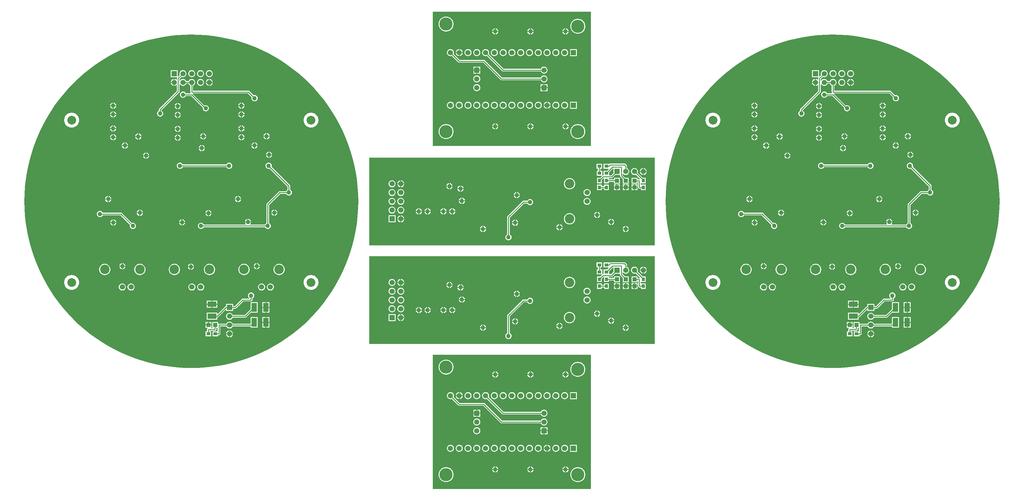
<source format=gbl>
%FSLAX25Y25*%
%MOIN*%
G70*
G01*
G75*
G04 Layer_Physical_Order=2*
G04 Layer_Color=16711680*
%ADD10R,0.12992X0.05118*%
%ADD11R,0.12992X0.01969*%
%ADD12R,0.01969X0.01575*%
%ADD13R,0.03543X0.04331*%
%ADD14R,0.04331X0.03543*%
%ADD15C,0.01000*%
%ADD16R,0.03937X0.03543*%
%ADD17R,0.01614X0.04016*%
%ADD18R,0.04921X0.05512*%
%ADD19R,0.04724X0.05512*%
%ADD20R,0.05512X0.04724*%
%ADD21O,0.08661X0.02362*%
%ADD22R,0.03543X0.03937*%
%ADD23R,0.04016X0.01614*%
%ADD24R,0.05512X0.04724*%
%ADD25R,0.05512X0.04921*%
%ADD26O,0.02362X0.08661*%
%ADD27R,0.05906X0.05906*%
%ADD28C,0.05906*%
%ADD29R,0.05906X0.05906*%
%ADD30C,0.05000*%
%ADD31C,0.14950*%
%ADD32C,0.10000*%
%ADD33C,0.06000*%
%ADD34C,0.10787*%
%ADD35R,0.04724X0.04724*%
%ADD36R,0.10000X0.05984*%
%ADD37R,0.05984X0.10000*%
%ADD38R,0.04724X0.04724*%
G36*
X645000Y153000D02*
Y0D01*
X465000D01*
Y153000D01*
X645000D01*
D02*
G37*
%LPC*%
G36*
X587547Y70453D02*
Y67000D01*
X591000D01*
Y70453D01*
X587547D01*
D02*
G37*
G36*
Y66000D02*
Y62547D01*
X591000D01*
Y66000D01*
X587547D01*
D02*
G37*
G36*
X581013Y106500D02*
X581149Y105468D01*
X581547Y104507D01*
X582181Y103681D01*
X583007Y103047D01*
X583968Y102649D01*
X585000Y102513D01*
X586032Y102649D01*
X586993Y103047D01*
X587819Y103681D01*
X588453Y104507D01*
X588851Y105468D01*
X588987Y106500D01*
X588851Y107532D01*
X588453Y108493D01*
X587819Y109319D01*
X586993Y109953D01*
X586032Y110351D01*
X585000Y110487D01*
X583968Y110351D01*
X583007Y109953D01*
X582181Y109319D01*
X581547Y108493D01*
X581149Y107532D01*
X581013Y106500D01*
D02*
G37*
G36*
Y46500D02*
X581149Y45468D01*
X581547Y44507D01*
X582181Y43681D01*
X583007Y43047D01*
X583968Y42649D01*
X585000Y42513D01*
X586032Y42649D01*
X586993Y43047D01*
X587819Y43681D01*
X588453Y44507D01*
X588851Y45468D01*
X588987Y46500D01*
X588851Y47532D01*
X588453Y48493D01*
X587819Y49319D01*
X586993Y49953D01*
X586032Y50351D01*
X585000Y50487D01*
X583968Y50351D01*
X583007Y49953D01*
X582181Y49319D01*
X581547Y48493D01*
X581149Y47532D01*
X581013Y46500D01*
D02*
G37*
G36*
X591079Y47000D02*
X594500D01*
Y50421D01*
X593968Y50351D01*
X593007Y49953D01*
X592181Y49319D01*
X591547Y48493D01*
X591149Y47532D01*
X591079Y47000D01*
D02*
G37*
G36*
X592000Y66000D02*
Y62547D01*
X595453D01*
Y66000D01*
X592000D01*
D02*
G37*
G36*
X595500Y50421D02*
Y47000D01*
X598921D01*
X598851Y47532D01*
X598453Y48493D01*
X597819Y49319D01*
X596993Y49953D01*
X596032Y50351D01*
X595500Y50421D01*
D02*
G37*
G36*
X591079Y46000D02*
X591149Y45468D01*
X591547Y44507D01*
X592181Y43681D01*
X593007Y43047D01*
X593968Y42649D01*
X594500Y42579D01*
Y46000D01*
X591079D01*
D02*
G37*
G36*
X592000Y70453D02*
Y67000D01*
X595453D01*
Y70453D01*
X592000D01*
D02*
G37*
G36*
X572610Y130126D02*
X572664Y129712D01*
X573017Y128861D01*
X573578Y128130D01*
X574309Y127569D01*
X575160Y127216D01*
X575574Y127162D01*
Y130126D01*
X572610D01*
D02*
G37*
G36*
X571013Y106500D02*
X571149Y105468D01*
X571547Y104507D01*
X572181Y103681D01*
X573007Y103047D01*
X573968Y102649D01*
X575000Y102513D01*
X576032Y102649D01*
X576993Y103047D01*
X577819Y103681D01*
X578453Y104507D01*
X578851Y105468D01*
X578987Y106500D01*
X578851Y107532D01*
X578453Y108493D01*
X577819Y109319D01*
X576993Y109953D01*
X576032Y110351D01*
X575000Y110487D01*
X573968Y110351D01*
X573007Y109953D01*
X572181Y109319D01*
X571547Y108493D01*
X571149Y107532D01*
X571013Y106500D01*
D02*
G37*
G36*
X572562Y21874D02*
X572616Y21460D01*
X572969Y20609D01*
X573530Y19878D01*
X574261Y19317D01*
X575112Y18964D01*
X575526Y18910D01*
Y21874D01*
X572562D01*
D02*
G37*
G36*
X572610Y131126D02*
X575574D01*
Y134090D01*
X575160Y134036D01*
X574309Y133683D01*
X573578Y133122D01*
X573017Y132391D01*
X572664Y131540D01*
X572610Y131126D01*
D02*
G37*
G36*
X571013Y46500D02*
X571149Y45468D01*
X571547Y44507D01*
X572181Y43681D01*
X573007Y43047D01*
X573968Y42649D01*
X575000Y42513D01*
X576032Y42649D01*
X576993Y43047D01*
X577819Y43681D01*
X578453Y44507D01*
X578851Y45468D01*
X578987Y46500D01*
X578851Y47532D01*
X578453Y48493D01*
X577819Y49319D01*
X576993Y49953D01*
X576032Y50351D01*
X575000Y50487D01*
X573968Y50351D01*
X573007Y49953D01*
X572181Y49319D01*
X571547Y48493D01*
X571149Y47532D01*
X571013Y46500D01*
D02*
G37*
G36*
X576574Y134090D02*
Y131126D01*
X579538D01*
X579484Y131540D01*
X579131Y132391D01*
X578570Y133122D01*
X577839Y133683D01*
X576988Y134036D01*
X576574Y134090D01*
D02*
G37*
G36*
Y130126D02*
Y127162D01*
X576988Y127216D01*
X577839Y127569D01*
X578570Y128130D01*
X579131Y128861D01*
X579484Y129712D01*
X579538Y130126D01*
X576574D01*
D02*
G37*
G36*
X576526Y25838D02*
Y22874D01*
X579490D01*
X579436Y23288D01*
X579083Y24139D01*
X578522Y24870D01*
X577791Y25431D01*
X576940Y25784D01*
X576526Y25838D01*
D02*
G37*
G36*
Y21874D02*
Y18910D01*
X576940Y18964D01*
X577791Y19317D01*
X578522Y19878D01*
X579083Y20609D01*
X579436Y21460D01*
X579490Y21874D01*
X576526D01*
D02*
G37*
G36*
X616474Y130126D02*
Y127162D01*
X616888Y127216D01*
X617739Y127569D01*
X618470Y128130D01*
X619031Y128861D01*
X619384Y129712D01*
X619438Y130126D01*
X616474D01*
D02*
G37*
G36*
X616526Y25838D02*
Y22874D01*
X619490D01*
X619436Y23288D01*
X619083Y24139D01*
X618522Y24870D01*
X617791Y25431D01*
X616940Y25784D01*
X616526Y25838D01*
D02*
G37*
G36*
X611013Y46500D02*
X611149Y45468D01*
X611547Y44507D01*
X612181Y43681D01*
X613007Y43047D01*
X613968Y42649D01*
X615000Y42513D01*
X616032Y42649D01*
X616993Y43047D01*
X617819Y43681D01*
X618453Y44507D01*
X618851Y45468D01*
X618987Y46500D01*
X618851Y47532D01*
X618453Y48493D01*
X617819Y49319D01*
X616993Y49953D01*
X616032Y50351D01*
X615000Y50487D01*
X613968Y50351D01*
X613007Y49953D01*
X612181Y49319D01*
X611547Y48493D01*
X611149Y47532D01*
X611013Y46500D01*
D02*
G37*
G36*
X616474Y134090D02*
Y131126D01*
X619438D01*
X619384Y131540D01*
X619031Y132391D01*
X618470Y133122D01*
X617739Y133683D01*
X616888Y134036D01*
X616474Y134090D01*
D02*
G37*
G36*
X616526Y21874D02*
Y18910D01*
X616940Y18964D01*
X617791Y19317D01*
X618522Y19878D01*
X619083Y20609D01*
X619436Y21460D01*
X619490Y21874D01*
X616526D01*
D02*
G37*
G36*
X621484Y136500D02*
X621648Y134839D01*
X622132Y133241D01*
X622919Y131769D01*
X623978Y130478D01*
X625269Y129419D01*
X626741Y128632D01*
X628339Y128148D01*
X630000Y127984D01*
X631661Y128148D01*
X633259Y128632D01*
X634731Y129419D01*
X636022Y130478D01*
X637081Y131769D01*
X637868Y133241D01*
X638352Y134839D01*
X638516Y136500D01*
X638352Y138161D01*
X637868Y139759D01*
X637081Y141231D01*
X636022Y142522D01*
X634731Y143581D01*
X633259Y144368D01*
X631661Y144852D01*
X630000Y145016D01*
X628339Y144852D01*
X626741Y144368D01*
X625269Y143581D01*
X623978Y142522D01*
X622919Y141231D01*
X622132Y139759D01*
X621648Y138161D01*
X621484Y136500D01*
D02*
G37*
G36*
Y16500D02*
X621648Y14839D01*
X622132Y13241D01*
X622919Y11769D01*
X623978Y10478D01*
X625269Y9419D01*
X626741Y8632D01*
X628339Y8148D01*
X630000Y7984D01*
X631661Y8148D01*
X633259Y8632D01*
X634731Y9419D01*
X636022Y10478D01*
X637081Y11769D01*
X637868Y13241D01*
X638352Y14839D01*
X638516Y16500D01*
X638352Y18161D01*
X637868Y19759D01*
X637081Y21231D01*
X636022Y22522D01*
X634731Y23581D01*
X633259Y24368D01*
X631661Y24852D01*
X630000Y25016D01*
X628339Y24852D01*
X626741Y24368D01*
X625269Y23581D01*
X623978Y22522D01*
X622919Y21231D01*
X622132Y19759D01*
X621648Y18161D01*
X621484Y16500D01*
D02*
G37*
G36*
X621047Y110453D02*
Y102547D01*
X628953D01*
Y110453D01*
X621047D01*
D02*
G37*
G36*
Y50453D02*
Y42547D01*
X628953D01*
Y50453D01*
X621047D01*
D02*
G37*
G36*
X601013Y106500D02*
X601149Y105468D01*
X601547Y104507D01*
X602181Y103681D01*
X603007Y103047D01*
X603968Y102649D01*
X605000Y102513D01*
X606032Y102649D01*
X606993Y103047D01*
X607819Y103681D01*
X608453Y104507D01*
X608851Y105468D01*
X608987Y106500D01*
X608851Y107532D01*
X608453Y108493D01*
X607819Y109319D01*
X606993Y109953D01*
X606032Y110351D01*
X605000Y110487D01*
X603968Y110351D01*
X603007Y109953D01*
X602181Y109319D01*
X601547Y108493D01*
X601149Y107532D01*
X601013Y106500D01*
D02*
G37*
G36*
Y46500D02*
X601149Y45468D01*
X601547Y44507D01*
X602181Y43681D01*
X603007Y43047D01*
X603968Y42649D01*
X605000Y42513D01*
X606032Y42649D01*
X606993Y43047D01*
X607819Y43681D01*
X608453Y44507D01*
X608851Y45468D01*
X608987Y46500D01*
X608851Y47532D01*
X608453Y48493D01*
X607819Y49319D01*
X606993Y49953D01*
X606032Y50351D01*
X605000Y50487D01*
X603968Y50351D01*
X603007Y49953D01*
X602181Y49319D01*
X601547Y48493D01*
X601149Y47532D01*
X601013Y46500D01*
D02*
G37*
G36*
X595500Y46000D02*
Y42579D01*
X596032Y42649D01*
X596993Y43047D01*
X597819Y43681D01*
X598453Y44507D01*
X598851Y45468D01*
X598921Y46000D01*
X595500D01*
D02*
G37*
G36*
X591013Y106500D02*
X591149Y105468D01*
X591547Y104507D01*
X592181Y103681D01*
X593007Y103047D01*
X593968Y102649D01*
X595000Y102513D01*
X596032Y102649D01*
X596993Y103047D01*
X597819Y103681D01*
X598453Y104507D01*
X598851Y105468D01*
X598987Y106500D01*
X598851Y107532D01*
X598453Y108493D01*
X597819Y109319D01*
X596993Y109953D01*
X596032Y110351D01*
X595000Y110487D01*
X593968Y110351D01*
X593007Y109953D01*
X592181Y109319D01*
X591547Y108493D01*
X591149Y107532D01*
X591013Y106500D01*
D02*
G37*
G36*
X612510Y131126D02*
X615474D01*
Y134090D01*
X615060Y134036D01*
X614209Y133683D01*
X613478Y133122D01*
X612917Y132391D01*
X612564Y131540D01*
X612510Y131126D01*
D02*
G37*
G36*
X612562Y21874D02*
X612616Y21460D01*
X612969Y20609D01*
X613530Y19878D01*
X614261Y19317D01*
X615112Y18964D01*
X615526Y18910D01*
Y21874D01*
X612562D01*
D02*
G37*
G36*
X611013Y106500D02*
X611149Y105468D01*
X611547Y104507D01*
X612181Y103681D01*
X613007Y103047D01*
X613968Y102649D01*
X615000Y102513D01*
X616032Y102649D01*
X616993Y103047D01*
X617819Y103681D01*
X618453Y104507D01*
X618851Y105468D01*
X618987Y106500D01*
X618851Y107532D01*
X618453Y108493D01*
X617819Y109319D01*
X616993Y109953D01*
X616032Y110351D01*
X615000Y110487D01*
X613968Y110351D01*
X613007Y109953D01*
X612181Y109319D01*
X611547Y108493D01*
X611149Y107532D01*
X611013Y106500D01*
D02*
G37*
G36*
X612510Y130126D02*
X612564Y129712D01*
X612917Y128861D01*
X613478Y128130D01*
X614209Y127569D01*
X615060Y127216D01*
X615474Y127162D01*
Y130126D01*
X612510D01*
D02*
G37*
G36*
X612562Y22874D02*
X615526D01*
Y25838D01*
X615112Y25784D01*
X614261Y25431D01*
X613530Y24870D01*
X612969Y24139D01*
X612616Y23288D01*
X612562Y22874D01*
D02*
G37*
G36*
X572562D02*
X575526D01*
Y25838D01*
X575112Y25784D01*
X574261Y25431D01*
X573530Y24870D01*
X572969Y24139D01*
X572616Y23288D01*
X572562Y22874D01*
D02*
G37*
G36*
X511047Y90453D02*
Y87000D01*
X514500D01*
Y90453D01*
X511047D01*
D02*
G37*
G36*
Y86000D02*
Y82547D01*
X514500D01*
Y86000D01*
X511047D01*
D02*
G37*
G36*
X501013Y106500D02*
X501149Y105468D01*
X501547Y104507D01*
X502181Y103681D01*
X503007Y103047D01*
X503968Y102649D01*
X505000Y102513D01*
X506032Y102649D01*
X506993Y103047D01*
X507819Y103681D01*
X508453Y104507D01*
X508851Y105468D01*
X508987Y106500D01*
X508851Y107532D01*
X508453Y108493D01*
X507819Y109319D01*
X506993Y109953D01*
X506032Y110351D01*
X505000Y110487D01*
X503968Y110351D01*
X503007Y109953D01*
X502181Y109319D01*
X501547Y108493D01*
X501149Y107532D01*
X501013Y106500D01*
D02*
G37*
G36*
Y46500D02*
X501149Y45468D01*
X501547Y44507D01*
X502181Y43681D01*
X503007Y43047D01*
X503968Y42649D01*
X505000Y42513D01*
X506032Y42649D01*
X506993Y43047D01*
X507819Y43681D01*
X508453Y44507D01*
X508851Y45468D01*
X508987Y46500D01*
X508851Y47532D01*
X508453Y48493D01*
X507819Y49319D01*
X506993Y49953D01*
X506032Y50351D01*
X505000Y50487D01*
X503968Y50351D01*
X503007Y49953D01*
X502181Y49319D01*
X501547Y48493D01*
X501149Y47532D01*
X501013Y46500D01*
D02*
G37*
G36*
X515500Y90453D02*
Y87000D01*
X518953D01*
Y90453D01*
X515500D01*
D02*
G37*
G36*
X511013Y76500D02*
X511149Y75468D01*
X511547Y74507D01*
X512181Y73681D01*
X513007Y73047D01*
X513968Y72649D01*
X515000Y72513D01*
X516032Y72649D01*
X516993Y73047D01*
X517819Y73681D01*
X518453Y74507D01*
X518851Y75468D01*
X518987Y76500D01*
X518851Y77532D01*
X518453Y78493D01*
X517819Y79319D01*
X516993Y79953D01*
X516032Y80351D01*
X515000Y80487D01*
X513968Y80351D01*
X513007Y79953D01*
X512181Y79319D01*
X511547Y78493D01*
X511149Y77532D01*
X511013Y76500D01*
D02*
G37*
G36*
Y66500D02*
X511149Y65468D01*
X511547Y64507D01*
X512181Y63681D01*
X513007Y63047D01*
X513968Y62649D01*
X515000Y62513D01*
X516032Y62649D01*
X516993Y63047D01*
X517819Y63681D01*
X518453Y64507D01*
X518851Y65468D01*
X518987Y66500D01*
X518851Y67532D01*
X518453Y68493D01*
X517819Y69319D01*
X516993Y69953D01*
X516032Y70351D01*
X515000Y70487D01*
X513968Y70351D01*
X513007Y69953D01*
X512181Y69319D01*
X511547Y68493D01*
X511149Y67532D01*
X511013Y66500D01*
D02*
G37*
G36*
X515500Y86000D02*
Y82547D01*
X518953D01*
Y86000D01*
X515500D01*
D02*
G37*
G36*
X511013Y106500D02*
X511149Y105468D01*
X511547Y104507D01*
X512181Y103681D01*
X513007Y103047D01*
X513968Y102649D01*
X515000Y102513D01*
X516032Y102649D01*
X516993Y103047D01*
X517819Y103681D01*
X518453Y104507D01*
X518851Y105468D01*
X518987Y106500D01*
X518851Y107532D01*
X518453Y108493D01*
X517819Y109319D01*
X516993Y109953D01*
X516032Y110351D01*
X515000Y110487D01*
X513968Y110351D01*
X513007Y109953D01*
X512181Y109319D01*
X511547Y108493D01*
X511149Y107532D01*
X511013Y106500D01*
D02*
G37*
G36*
X481013D02*
X481149Y105468D01*
X481547Y104507D01*
X482181Y103681D01*
X483007Y103047D01*
X483968Y102649D01*
X485000Y102513D01*
X486032Y102649D01*
X486496Y102841D01*
X493919Y95419D01*
X494415Y95087D01*
X495000Y94971D01*
X522367D01*
X541919Y75419D01*
X542415Y75087D01*
X543000Y74971D01*
X587855D01*
X588047Y74507D01*
X588681Y73681D01*
X589507Y73047D01*
X590468Y72649D01*
X591500Y72513D01*
X592532Y72649D01*
X593493Y73047D01*
X594319Y73681D01*
X594953Y74507D01*
X595351Y75468D01*
X595487Y76500D01*
X595351Y77532D01*
X594953Y78493D01*
X594319Y79319D01*
X593493Y79953D01*
X592532Y80351D01*
X591500Y80487D01*
X590468Y80351D01*
X589507Y79953D01*
X588681Y79319D01*
X588047Y78493D01*
X587855Y78029D01*
X543634D01*
X524081Y97581D01*
X523585Y97913D01*
X523000Y98029D01*
X523000Y98029D01*
X523000Y98029D01*
X523000D01*
X495634D01*
X488659Y105004D01*
X488851Y105468D01*
X488987Y106500D01*
X488851Y107532D01*
X488453Y108493D01*
X487819Y109319D01*
X486993Y109953D01*
X486032Y110351D01*
X485000Y110487D01*
X483968Y110351D01*
X483007Y109953D01*
X482181Y109319D01*
X481547Y108493D01*
X481149Y107532D01*
X481013Y106500D01*
D02*
G37*
G36*
Y46500D02*
X481149Y45468D01*
X481547Y44507D01*
X482181Y43681D01*
X483007Y43047D01*
X483968Y42649D01*
X485000Y42513D01*
X486032Y42649D01*
X486993Y43047D01*
X487819Y43681D01*
X488453Y44507D01*
X488851Y45468D01*
X488987Y46500D01*
X488851Y47532D01*
X488453Y48493D01*
X487819Y49319D01*
X486993Y49953D01*
X486032Y50351D01*
X485000Y50487D01*
X483968Y50351D01*
X483007Y49953D01*
X482181Y49319D01*
X481547Y48493D01*
X481149Y47532D01*
X481013Y46500D01*
D02*
G37*
G36*
X471484Y139020D02*
X471648Y137358D01*
X472132Y135761D01*
X472919Y134288D01*
X473978Y132998D01*
X475269Y131939D01*
X476741Y131152D01*
X478339Y130667D01*
X480000Y130504D01*
X481661Y130667D01*
X483259Y131152D01*
X484731Y131939D01*
X486022Y132998D01*
X487081Y134288D01*
X487868Y135761D01*
X488352Y137358D01*
X488516Y139020D01*
X488352Y140681D01*
X487868Y142279D01*
X487081Y143751D01*
X486022Y145041D01*
X484731Y146100D01*
X483259Y146888D01*
X481661Y147372D01*
X480000Y147536D01*
X478339Y147372D01*
X476741Y146888D01*
X475269Y146100D01*
X473978Y145041D01*
X472919Y143751D01*
X472132Y142279D01*
X471648Y140681D01*
X471484Y139020D01*
D02*
G37*
G36*
Y16500D02*
X471648Y14839D01*
X472132Y13241D01*
X472919Y11769D01*
X473978Y10478D01*
X475269Y9419D01*
X476741Y8632D01*
X478339Y8148D01*
X480000Y7984D01*
X481661Y8148D01*
X483259Y8632D01*
X484731Y9419D01*
X486022Y10478D01*
X487081Y11769D01*
X487868Y13241D01*
X488352Y14839D01*
X488516Y16500D01*
X488352Y18161D01*
X487868Y19759D01*
X487081Y21231D01*
X486022Y22522D01*
X484731Y23581D01*
X483259Y24368D01*
X481661Y24852D01*
X480000Y25016D01*
X478339Y24852D01*
X476741Y24368D01*
X475269Y23581D01*
X473978Y22522D01*
X472919Y21231D01*
X472132Y19759D01*
X471648Y18161D01*
X471484Y16500D01*
D02*
G37*
G36*
X491079Y107000D02*
X494500D01*
Y110421D01*
X493968Y110351D01*
X493007Y109953D01*
X492181Y109319D01*
X491547Y108493D01*
X491149Y107532D01*
X491079Y107000D01*
D02*
G37*
G36*
X495500Y106000D02*
Y102579D01*
X496032Y102649D01*
X496993Y103047D01*
X497819Y103681D01*
X498453Y104507D01*
X498851Y105468D01*
X498921Y106000D01*
X495500D01*
D02*
G37*
G36*
X491013Y46500D02*
X491149Y45468D01*
X491547Y44507D01*
X492181Y43681D01*
X493007Y43047D01*
X493968Y42649D01*
X495000Y42513D01*
X496032Y42649D01*
X496993Y43047D01*
X497819Y43681D01*
X498453Y44507D01*
X498851Y45468D01*
X498987Y46500D01*
X498851Y47532D01*
X498453Y48493D01*
X497819Y49319D01*
X496993Y49953D01*
X496032Y50351D01*
X495000Y50487D01*
X493968Y50351D01*
X493007Y49953D01*
X492181Y49319D01*
X491547Y48493D01*
X491149Y47532D01*
X491013Y46500D01*
D02*
G37*
G36*
X491079Y106000D02*
X491149Y105468D01*
X491547Y104507D01*
X492181Y103681D01*
X493007Y103047D01*
X493968Y102649D01*
X494500Y102579D01*
Y106000D01*
X491079D01*
D02*
G37*
G36*
X495500Y110421D02*
Y107000D01*
X498921D01*
X498851Y107532D01*
X498453Y108493D01*
X497819Y109319D01*
X496993Y109953D01*
X496032Y110351D01*
X495500Y110421D01*
D02*
G37*
G36*
X511013Y46500D02*
X511149Y45468D01*
X511547Y44507D01*
X512181Y43681D01*
X513007Y43047D01*
X513968Y42649D01*
X515000Y42513D01*
X516032Y42649D01*
X516993Y43047D01*
X517819Y43681D01*
X518453Y44507D01*
X518851Y45468D01*
X518987Y46500D01*
X518851Y47532D01*
X518453Y48493D01*
X517819Y49319D01*
X516993Y49953D01*
X516032Y50351D01*
X515000Y50487D01*
X513968Y50351D01*
X513007Y49953D01*
X512181Y49319D01*
X511547Y48493D01*
X511149Y47532D01*
X511013Y46500D01*
D02*
G37*
G36*
X536474Y130126D02*
Y127162D01*
X536888Y127216D01*
X537739Y127569D01*
X538470Y128130D01*
X539031Y128861D01*
X539384Y129712D01*
X539438Y130126D01*
X536474D01*
D02*
G37*
G36*
X541013Y106500D02*
X541149Y105468D01*
X541547Y104507D01*
X542181Y103681D01*
X543007Y103047D01*
X543968Y102649D01*
X545000Y102513D01*
X546032Y102649D01*
X546993Y103047D01*
X547819Y103681D01*
X548453Y104507D01*
X548851Y105468D01*
X548987Y106500D01*
X548851Y107532D01*
X548453Y108493D01*
X547819Y109319D01*
X546993Y109953D01*
X546032Y110351D01*
X545000Y110487D01*
X543968Y110351D01*
X543007Y109953D01*
X542181Y109319D01*
X541547Y108493D01*
X541149Y107532D01*
X541013Y106500D01*
D02*
G37*
G36*
X536374Y21874D02*
Y18910D01*
X536788Y18964D01*
X537639Y19317D01*
X538370Y19878D01*
X538931Y20609D01*
X539284Y21460D01*
X539338Y21874D01*
X536374D01*
D02*
G37*
G36*
X536474Y134090D02*
Y131126D01*
X539438D01*
X539384Y131540D01*
X539031Y132391D01*
X538470Y133122D01*
X537739Y133683D01*
X536888Y134036D01*
X536474Y134090D01*
D02*
G37*
G36*
X541013Y46500D02*
X541149Y45468D01*
X541547Y44507D01*
X542181Y43681D01*
X543007Y43047D01*
X543968Y42649D01*
X545000Y42513D01*
X546032Y42649D01*
X546993Y43047D01*
X547819Y43681D01*
X548453Y44507D01*
X548851Y45468D01*
X548987Y46500D01*
X548851Y47532D01*
X548453Y48493D01*
X547819Y49319D01*
X546993Y49953D01*
X546032Y50351D01*
X545000Y50487D01*
X543968Y50351D01*
X543007Y49953D01*
X542181Y49319D01*
X541547Y48493D01*
X541149Y47532D01*
X541013Y46500D01*
D02*
G37*
G36*
X561013Y106500D02*
X561149Y105468D01*
X561547Y104507D01*
X562181Y103681D01*
X563007Y103047D01*
X563968Y102649D01*
X565000Y102513D01*
X566032Y102649D01*
X566993Y103047D01*
X567819Y103681D01*
X568453Y104507D01*
X568851Y105468D01*
X568987Y106500D01*
X568851Y107532D01*
X568453Y108493D01*
X567819Y109319D01*
X566993Y109953D01*
X566032Y110351D01*
X565000Y110487D01*
X563968Y110351D01*
X563007Y109953D01*
X562181Y109319D01*
X561547Y108493D01*
X561149Y107532D01*
X561013Y106500D01*
D02*
G37*
G36*
Y46500D02*
X561149Y45468D01*
X561547Y44507D01*
X562181Y43681D01*
X563007Y43047D01*
X563968Y42649D01*
X565000Y42513D01*
X566032Y42649D01*
X566993Y43047D01*
X567819Y43681D01*
X568453Y44507D01*
X568851Y45468D01*
X568987Y46500D01*
X568851Y47532D01*
X568453Y48493D01*
X567819Y49319D01*
X566993Y49953D01*
X566032Y50351D01*
X565000Y50487D01*
X563968Y50351D01*
X563007Y49953D01*
X562181Y49319D01*
X561547Y48493D01*
X561149Y47532D01*
X561013Y46500D01*
D02*
G37*
G36*
X551013Y106500D02*
X551149Y105468D01*
X551547Y104507D01*
X552181Y103681D01*
X553007Y103047D01*
X553968Y102649D01*
X555000Y102513D01*
X556032Y102649D01*
X556993Y103047D01*
X557819Y103681D01*
X558453Y104507D01*
X558851Y105468D01*
X558987Y106500D01*
X558851Y107532D01*
X558453Y108493D01*
X557819Y109319D01*
X556993Y109953D01*
X556032Y110351D01*
X555000Y110487D01*
X553968Y110351D01*
X553007Y109953D01*
X552181Y109319D01*
X551547Y108493D01*
X551149Y107532D01*
X551013Y106500D01*
D02*
G37*
G36*
Y46500D02*
X551149Y45468D01*
X551547Y44507D01*
X552181Y43681D01*
X553007Y43047D01*
X553968Y42649D01*
X555000Y42513D01*
X556032Y42649D01*
X556993Y43047D01*
X557819Y43681D01*
X558453Y44507D01*
X558851Y45468D01*
X558987Y46500D01*
X558851Y47532D01*
X558453Y48493D01*
X557819Y49319D01*
X556993Y49953D01*
X556032Y50351D01*
X555000Y50487D01*
X553968Y50351D01*
X553007Y49953D01*
X552181Y49319D01*
X551547Y48493D01*
X551149Y47532D01*
X551013Y46500D01*
D02*
G37*
G36*
X532410Y22874D02*
X535374D01*
Y25838D01*
X534960Y25784D01*
X534109Y25431D01*
X533378Y24870D01*
X532817Y24139D01*
X532464Y23288D01*
X532410Y22874D01*
D02*
G37*
G36*
Y21874D02*
X532464Y21460D01*
X532817Y20609D01*
X533378Y19878D01*
X534109Y19317D01*
X534960Y18964D01*
X535374Y18910D01*
Y21874D01*
X532410D01*
D02*
G37*
G36*
X521013Y106500D02*
X521149Y105468D01*
X521547Y104507D01*
X522181Y103681D01*
X523007Y103047D01*
X523968Y102649D01*
X525000Y102513D01*
X526032Y102649D01*
X526496Y102841D01*
X543919Y85419D01*
X544415Y85087D01*
X545000Y84971D01*
X587855D01*
X588047Y84507D01*
X588681Y83681D01*
X589507Y83047D01*
X590468Y82649D01*
X591500Y82513D01*
X592532Y82649D01*
X593493Y83047D01*
X594319Y83681D01*
X594953Y84507D01*
X595351Y85468D01*
X595487Y86500D01*
X595351Y87532D01*
X594953Y88493D01*
X594319Y89319D01*
X593493Y89953D01*
X592532Y90351D01*
X591500Y90487D01*
X590468Y90351D01*
X589507Y89953D01*
X588681Y89319D01*
X588047Y88493D01*
X587855Y88029D01*
X545634D01*
X528659Y105004D01*
X528851Y105468D01*
X528987Y106500D01*
X528851Y107532D01*
X528453Y108493D01*
X527819Y109319D01*
X526993Y109953D01*
X526032Y110351D01*
X525000Y110487D01*
X523968Y110351D01*
X523007Y109953D01*
X522181Y109319D01*
X521547Y108493D01*
X521149Y107532D01*
X521013Y106500D01*
D02*
G37*
G36*
Y46500D02*
X521149Y45468D01*
X521547Y44507D01*
X522181Y43681D01*
X523007Y43047D01*
X523968Y42649D01*
X525000Y42513D01*
X526032Y42649D01*
X526993Y43047D01*
X527819Y43681D01*
X528453Y44507D01*
X528851Y45468D01*
X528987Y46500D01*
X528851Y47532D01*
X528453Y48493D01*
X527819Y49319D01*
X526993Y49953D01*
X526032Y50351D01*
X525000Y50487D01*
X523968Y50351D01*
X523007Y49953D01*
X522181Y49319D01*
X521547Y48493D01*
X521149Y47532D01*
X521013Y46500D01*
D02*
G37*
G36*
X532510Y131126D02*
X535474D01*
Y134090D01*
X535060Y134036D01*
X534209Y133683D01*
X533478Y133122D01*
X532917Y132391D01*
X532564Y131540D01*
X532510Y131126D01*
D02*
G37*
G36*
X531013Y46500D02*
X531149Y45468D01*
X531547Y44507D01*
X532181Y43681D01*
X533007Y43047D01*
X533968Y42649D01*
X535000Y42513D01*
X536032Y42649D01*
X536993Y43047D01*
X537819Y43681D01*
X538453Y44507D01*
X538851Y45468D01*
X538987Y46500D01*
X538851Y47532D01*
X538453Y48493D01*
X537819Y49319D01*
X536993Y49953D01*
X536032Y50351D01*
X535000Y50487D01*
X533968Y50351D01*
X533007Y49953D01*
X532181Y49319D01*
X531547Y48493D01*
X531149Y47532D01*
X531013Y46500D01*
D02*
G37*
G36*
X536374Y25838D02*
Y22874D01*
X539338D01*
X539284Y23288D01*
X538931Y24139D01*
X538370Y24870D01*
X537639Y25431D01*
X536788Y25784D01*
X536374Y25838D01*
D02*
G37*
G36*
X532510Y130126D02*
X532564Y129712D01*
X532917Y128861D01*
X533478Y128130D01*
X534209Y127569D01*
X535060Y127216D01*
X535474Y127162D01*
Y130126D01*
X532510D01*
D02*
G37*
G36*
X531013Y106500D02*
X531149Y105468D01*
X531547Y104507D01*
X532181Y103681D01*
X533007Y103047D01*
X533968Y102649D01*
X535000Y102513D01*
X536032Y102649D01*
X536993Y103047D01*
X537819Y103681D01*
X538453Y104507D01*
X538851Y105468D01*
X538987Y106500D01*
X538851Y107532D01*
X538453Y108493D01*
X537819Y109319D01*
X536993Y109953D01*
X536032Y110351D01*
X535000Y110487D01*
X533968Y110351D01*
X533007Y109953D01*
X532181Y109319D01*
X531547Y108493D01*
X531149Y107532D01*
X531013Y106500D01*
D02*
G37*
%LPD*%
G36*
X645000Y544000D02*
Y391000D01*
X465000D01*
Y544000D01*
X645000D01*
D02*
G37*
%LPC*%
G36*
X587547Y461453D02*
Y458000D01*
X591000D01*
Y461453D01*
X587547D01*
D02*
G37*
G36*
Y457000D02*
Y453547D01*
X591000D01*
Y457000D01*
X587547D01*
D02*
G37*
G36*
X581013Y497500D02*
X581149Y496468D01*
X581547Y495507D01*
X582181Y494681D01*
X583007Y494047D01*
X583968Y493649D01*
X585000Y493513D01*
X586032Y493649D01*
X586993Y494047D01*
X587819Y494681D01*
X588453Y495507D01*
X588851Y496468D01*
X588987Y497500D01*
X588851Y498532D01*
X588453Y499493D01*
X587819Y500319D01*
X586993Y500953D01*
X586032Y501351D01*
X585000Y501487D01*
X583968Y501351D01*
X583007Y500953D01*
X582181Y500319D01*
X581547Y499493D01*
X581149Y498532D01*
X581013Y497500D01*
D02*
G37*
G36*
Y437500D02*
X581149Y436468D01*
X581547Y435507D01*
X582181Y434681D01*
X583007Y434047D01*
X583968Y433649D01*
X585000Y433513D01*
X586032Y433649D01*
X586993Y434047D01*
X587819Y434681D01*
X588453Y435507D01*
X588851Y436468D01*
X588987Y437500D01*
X588851Y438532D01*
X588453Y439493D01*
X587819Y440319D01*
X586993Y440953D01*
X586032Y441351D01*
X585000Y441487D01*
X583968Y441351D01*
X583007Y440953D01*
X582181Y440319D01*
X581547Y439493D01*
X581149Y438532D01*
X581013Y437500D01*
D02*
G37*
G36*
X591079Y438000D02*
X594500D01*
Y441421D01*
X593968Y441351D01*
X593007Y440953D01*
X592181Y440319D01*
X591547Y439493D01*
X591149Y438532D01*
X591079Y438000D01*
D02*
G37*
G36*
X592000Y457000D02*
Y453547D01*
X595453D01*
Y457000D01*
X592000D01*
D02*
G37*
G36*
X595500Y441421D02*
Y438000D01*
X598921D01*
X598851Y438532D01*
X598453Y439493D01*
X597819Y440319D01*
X596993Y440953D01*
X596032Y441351D01*
X595500Y441421D01*
D02*
G37*
G36*
X591079Y437000D02*
X591149Y436468D01*
X591547Y435507D01*
X592181Y434681D01*
X593007Y434047D01*
X593968Y433649D01*
X594500Y433579D01*
Y437000D01*
X591079D01*
D02*
G37*
G36*
X592000Y461453D02*
Y458000D01*
X595453D01*
Y461453D01*
X592000D01*
D02*
G37*
G36*
X572610Y521126D02*
X572664Y520712D01*
X573017Y519861D01*
X573578Y519130D01*
X574309Y518569D01*
X575160Y518216D01*
X575574Y518162D01*
Y521126D01*
X572610D01*
D02*
G37*
G36*
X571013Y497500D02*
X571149Y496468D01*
X571547Y495507D01*
X572181Y494681D01*
X573007Y494047D01*
X573968Y493649D01*
X575000Y493513D01*
X576032Y493649D01*
X576993Y494047D01*
X577819Y494681D01*
X578453Y495507D01*
X578851Y496468D01*
X578987Y497500D01*
X578851Y498532D01*
X578453Y499493D01*
X577819Y500319D01*
X576993Y500953D01*
X576032Y501351D01*
X575000Y501487D01*
X573968Y501351D01*
X573007Y500953D01*
X572181Y500319D01*
X571547Y499493D01*
X571149Y498532D01*
X571013Y497500D01*
D02*
G37*
G36*
X572562Y412874D02*
X572616Y412460D01*
X572969Y411609D01*
X573530Y410878D01*
X574261Y410317D01*
X575112Y409964D01*
X575526Y409910D01*
Y412874D01*
X572562D01*
D02*
G37*
G36*
X572610Y522126D02*
X575574D01*
Y525090D01*
X575160Y525036D01*
X574309Y524683D01*
X573578Y524122D01*
X573017Y523391D01*
X572664Y522540D01*
X572610Y522126D01*
D02*
G37*
G36*
X571013Y437500D02*
X571149Y436468D01*
X571547Y435507D01*
X572181Y434681D01*
X573007Y434047D01*
X573968Y433649D01*
X575000Y433513D01*
X576032Y433649D01*
X576993Y434047D01*
X577819Y434681D01*
X578453Y435507D01*
X578851Y436468D01*
X578987Y437500D01*
X578851Y438532D01*
X578453Y439493D01*
X577819Y440319D01*
X576993Y440953D01*
X576032Y441351D01*
X575000Y441487D01*
X573968Y441351D01*
X573007Y440953D01*
X572181Y440319D01*
X571547Y439493D01*
X571149Y438532D01*
X571013Y437500D01*
D02*
G37*
G36*
X576574Y525090D02*
Y522126D01*
X579538D01*
X579484Y522540D01*
X579131Y523391D01*
X578570Y524122D01*
X577839Y524683D01*
X576988Y525036D01*
X576574Y525090D01*
D02*
G37*
G36*
Y521126D02*
Y518162D01*
X576988Y518216D01*
X577839Y518569D01*
X578570Y519130D01*
X579131Y519861D01*
X579484Y520712D01*
X579538Y521126D01*
X576574D01*
D02*
G37*
G36*
X576526Y416838D02*
Y413874D01*
X579490D01*
X579436Y414288D01*
X579083Y415139D01*
X578522Y415870D01*
X577791Y416431D01*
X576940Y416784D01*
X576526Y416838D01*
D02*
G37*
G36*
Y412874D02*
Y409910D01*
X576940Y409964D01*
X577791Y410317D01*
X578522Y410878D01*
X579083Y411609D01*
X579436Y412460D01*
X579490Y412874D01*
X576526D01*
D02*
G37*
G36*
X616474Y521126D02*
Y518162D01*
X616888Y518216D01*
X617739Y518569D01*
X618470Y519130D01*
X619031Y519861D01*
X619384Y520712D01*
X619438Y521126D01*
X616474D01*
D02*
G37*
G36*
X616526Y416838D02*
Y413874D01*
X619490D01*
X619436Y414288D01*
X619083Y415139D01*
X618522Y415870D01*
X617791Y416431D01*
X616940Y416784D01*
X616526Y416838D01*
D02*
G37*
G36*
X611013Y437500D02*
X611149Y436468D01*
X611547Y435507D01*
X612181Y434681D01*
X613007Y434047D01*
X613968Y433649D01*
X615000Y433513D01*
X616032Y433649D01*
X616993Y434047D01*
X617819Y434681D01*
X618453Y435507D01*
X618851Y436468D01*
X618987Y437500D01*
X618851Y438532D01*
X618453Y439493D01*
X617819Y440319D01*
X616993Y440953D01*
X616032Y441351D01*
X615000Y441487D01*
X613968Y441351D01*
X613007Y440953D01*
X612181Y440319D01*
X611547Y439493D01*
X611149Y438532D01*
X611013Y437500D01*
D02*
G37*
G36*
X616474Y525090D02*
Y522126D01*
X619438D01*
X619384Y522540D01*
X619031Y523391D01*
X618470Y524122D01*
X617739Y524683D01*
X616888Y525036D01*
X616474Y525090D01*
D02*
G37*
G36*
X616526Y412874D02*
Y409910D01*
X616940Y409964D01*
X617791Y410317D01*
X618522Y410878D01*
X619083Y411609D01*
X619436Y412460D01*
X619490Y412874D01*
X616526D01*
D02*
G37*
G36*
X621484Y527500D02*
X621648Y525839D01*
X622132Y524241D01*
X622919Y522769D01*
X623978Y521478D01*
X625269Y520419D01*
X626741Y519632D01*
X628339Y519148D01*
X630000Y518984D01*
X631661Y519148D01*
X633259Y519632D01*
X634731Y520419D01*
X636022Y521478D01*
X637081Y522769D01*
X637868Y524241D01*
X638352Y525839D01*
X638516Y527500D01*
X638352Y529161D01*
X637868Y530759D01*
X637081Y532231D01*
X636022Y533522D01*
X634731Y534581D01*
X633259Y535368D01*
X631661Y535852D01*
X630000Y536016D01*
X628339Y535852D01*
X626741Y535368D01*
X625269Y534581D01*
X623978Y533522D01*
X622919Y532231D01*
X622132Y530759D01*
X621648Y529161D01*
X621484Y527500D01*
D02*
G37*
G36*
Y407500D02*
X621648Y405839D01*
X622132Y404241D01*
X622919Y402769D01*
X623978Y401478D01*
X625269Y400419D01*
X626741Y399632D01*
X628339Y399148D01*
X630000Y398984D01*
X631661Y399148D01*
X633259Y399632D01*
X634731Y400419D01*
X636022Y401478D01*
X637081Y402769D01*
X637868Y404241D01*
X638352Y405839D01*
X638516Y407500D01*
X638352Y409161D01*
X637868Y410759D01*
X637081Y412231D01*
X636022Y413522D01*
X634731Y414581D01*
X633259Y415368D01*
X631661Y415852D01*
X630000Y416016D01*
X628339Y415852D01*
X626741Y415368D01*
X625269Y414581D01*
X623978Y413522D01*
X622919Y412231D01*
X622132Y410759D01*
X621648Y409161D01*
X621484Y407500D01*
D02*
G37*
G36*
X621047Y501453D02*
Y493547D01*
X628953D01*
Y501453D01*
X621047D01*
D02*
G37*
G36*
Y441453D02*
Y433547D01*
X628953D01*
Y441453D01*
X621047D01*
D02*
G37*
G36*
X601013Y497500D02*
X601149Y496468D01*
X601547Y495507D01*
X602181Y494681D01*
X603007Y494047D01*
X603968Y493649D01*
X605000Y493513D01*
X606032Y493649D01*
X606993Y494047D01*
X607819Y494681D01*
X608453Y495507D01*
X608851Y496468D01*
X608987Y497500D01*
X608851Y498532D01*
X608453Y499493D01*
X607819Y500319D01*
X606993Y500953D01*
X606032Y501351D01*
X605000Y501487D01*
X603968Y501351D01*
X603007Y500953D01*
X602181Y500319D01*
X601547Y499493D01*
X601149Y498532D01*
X601013Y497500D01*
D02*
G37*
G36*
Y437500D02*
X601149Y436468D01*
X601547Y435507D01*
X602181Y434681D01*
X603007Y434047D01*
X603968Y433649D01*
X605000Y433513D01*
X606032Y433649D01*
X606993Y434047D01*
X607819Y434681D01*
X608453Y435507D01*
X608851Y436468D01*
X608987Y437500D01*
X608851Y438532D01*
X608453Y439493D01*
X607819Y440319D01*
X606993Y440953D01*
X606032Y441351D01*
X605000Y441487D01*
X603968Y441351D01*
X603007Y440953D01*
X602181Y440319D01*
X601547Y439493D01*
X601149Y438532D01*
X601013Y437500D01*
D02*
G37*
G36*
X595500Y437000D02*
Y433579D01*
X596032Y433649D01*
X596993Y434047D01*
X597819Y434681D01*
X598453Y435507D01*
X598851Y436468D01*
X598921Y437000D01*
X595500D01*
D02*
G37*
G36*
X591013Y497500D02*
X591149Y496468D01*
X591547Y495507D01*
X592181Y494681D01*
X593007Y494047D01*
X593968Y493649D01*
X595000Y493513D01*
X596032Y493649D01*
X596993Y494047D01*
X597819Y494681D01*
X598453Y495507D01*
X598851Y496468D01*
X598987Y497500D01*
X598851Y498532D01*
X598453Y499493D01*
X597819Y500319D01*
X596993Y500953D01*
X596032Y501351D01*
X595000Y501487D01*
X593968Y501351D01*
X593007Y500953D01*
X592181Y500319D01*
X591547Y499493D01*
X591149Y498532D01*
X591013Y497500D01*
D02*
G37*
G36*
X612510Y522126D02*
X615474D01*
Y525090D01*
X615060Y525036D01*
X614209Y524683D01*
X613478Y524122D01*
X612917Y523391D01*
X612564Y522540D01*
X612510Y522126D01*
D02*
G37*
G36*
X612562Y412874D02*
X612616Y412460D01*
X612969Y411609D01*
X613530Y410878D01*
X614261Y410317D01*
X615112Y409964D01*
X615526Y409910D01*
Y412874D01*
X612562D01*
D02*
G37*
G36*
X611013Y497500D02*
X611149Y496468D01*
X611547Y495507D01*
X612181Y494681D01*
X613007Y494047D01*
X613968Y493649D01*
X615000Y493513D01*
X616032Y493649D01*
X616993Y494047D01*
X617819Y494681D01*
X618453Y495507D01*
X618851Y496468D01*
X618987Y497500D01*
X618851Y498532D01*
X618453Y499493D01*
X617819Y500319D01*
X616993Y500953D01*
X616032Y501351D01*
X615000Y501487D01*
X613968Y501351D01*
X613007Y500953D01*
X612181Y500319D01*
X611547Y499493D01*
X611149Y498532D01*
X611013Y497500D01*
D02*
G37*
G36*
X612510Y521126D02*
X612564Y520712D01*
X612917Y519861D01*
X613478Y519130D01*
X614209Y518569D01*
X615060Y518216D01*
X615474Y518162D01*
Y521126D01*
X612510D01*
D02*
G37*
G36*
X612562Y413874D02*
X615526D01*
Y416838D01*
X615112Y416784D01*
X614261Y416431D01*
X613530Y415870D01*
X612969Y415139D01*
X612616Y414288D01*
X612562Y413874D01*
D02*
G37*
G36*
X572562D02*
X575526D01*
Y416838D01*
X575112Y416784D01*
X574261Y416431D01*
X573530Y415870D01*
X572969Y415139D01*
X572616Y414288D01*
X572562Y413874D01*
D02*
G37*
G36*
X511047Y481453D02*
Y478000D01*
X514500D01*
Y481453D01*
X511047D01*
D02*
G37*
G36*
Y477000D02*
Y473547D01*
X514500D01*
Y477000D01*
X511047D01*
D02*
G37*
G36*
X501013Y497500D02*
X501149Y496468D01*
X501547Y495507D01*
X502181Y494681D01*
X503007Y494047D01*
X503968Y493649D01*
X505000Y493513D01*
X506032Y493649D01*
X506993Y494047D01*
X507819Y494681D01*
X508453Y495507D01*
X508851Y496468D01*
X508987Y497500D01*
X508851Y498532D01*
X508453Y499493D01*
X507819Y500319D01*
X506993Y500953D01*
X506032Y501351D01*
X505000Y501487D01*
X503968Y501351D01*
X503007Y500953D01*
X502181Y500319D01*
X501547Y499493D01*
X501149Y498532D01*
X501013Y497500D01*
D02*
G37*
G36*
Y437500D02*
X501149Y436468D01*
X501547Y435507D01*
X502181Y434681D01*
X503007Y434047D01*
X503968Y433649D01*
X505000Y433513D01*
X506032Y433649D01*
X506993Y434047D01*
X507819Y434681D01*
X508453Y435507D01*
X508851Y436468D01*
X508987Y437500D01*
X508851Y438532D01*
X508453Y439493D01*
X507819Y440319D01*
X506993Y440953D01*
X506032Y441351D01*
X505000Y441487D01*
X503968Y441351D01*
X503007Y440953D01*
X502181Y440319D01*
X501547Y439493D01*
X501149Y438532D01*
X501013Y437500D01*
D02*
G37*
G36*
X515500Y481453D02*
Y478000D01*
X518953D01*
Y481453D01*
X515500D01*
D02*
G37*
G36*
X511013Y467500D02*
X511149Y466468D01*
X511547Y465507D01*
X512181Y464681D01*
X513007Y464047D01*
X513968Y463649D01*
X515000Y463513D01*
X516032Y463649D01*
X516993Y464047D01*
X517819Y464681D01*
X518453Y465507D01*
X518851Y466468D01*
X518987Y467500D01*
X518851Y468532D01*
X518453Y469493D01*
X517819Y470319D01*
X516993Y470953D01*
X516032Y471351D01*
X515000Y471487D01*
X513968Y471351D01*
X513007Y470953D01*
X512181Y470319D01*
X511547Y469493D01*
X511149Y468532D01*
X511013Y467500D01*
D02*
G37*
G36*
Y457500D02*
X511149Y456468D01*
X511547Y455507D01*
X512181Y454681D01*
X513007Y454047D01*
X513968Y453649D01*
X515000Y453513D01*
X516032Y453649D01*
X516993Y454047D01*
X517819Y454681D01*
X518453Y455507D01*
X518851Y456468D01*
X518987Y457500D01*
X518851Y458532D01*
X518453Y459493D01*
X517819Y460319D01*
X516993Y460953D01*
X516032Y461351D01*
X515000Y461487D01*
X513968Y461351D01*
X513007Y460953D01*
X512181Y460319D01*
X511547Y459493D01*
X511149Y458532D01*
X511013Y457500D01*
D02*
G37*
G36*
X515500Y477000D02*
Y473547D01*
X518953D01*
Y477000D01*
X515500D01*
D02*
G37*
G36*
X511013Y497500D02*
X511149Y496468D01*
X511547Y495507D01*
X512181Y494681D01*
X513007Y494047D01*
X513968Y493649D01*
X515000Y493513D01*
X516032Y493649D01*
X516993Y494047D01*
X517819Y494681D01*
X518453Y495507D01*
X518851Y496468D01*
X518987Y497500D01*
X518851Y498532D01*
X518453Y499493D01*
X517819Y500319D01*
X516993Y500953D01*
X516032Y501351D01*
X515000Y501487D01*
X513968Y501351D01*
X513007Y500953D01*
X512181Y500319D01*
X511547Y499493D01*
X511149Y498532D01*
X511013Y497500D01*
D02*
G37*
G36*
X481013D02*
X481149Y496468D01*
X481547Y495507D01*
X482181Y494681D01*
X483007Y494047D01*
X483968Y493649D01*
X485000Y493513D01*
X486032Y493649D01*
X486496Y493841D01*
X493919Y486419D01*
X494415Y486087D01*
X495000Y485971D01*
X522367D01*
X541919Y466419D01*
X542415Y466087D01*
X543000Y465971D01*
X587855D01*
X588047Y465507D01*
X588681Y464681D01*
X589507Y464047D01*
X590468Y463649D01*
X591500Y463513D01*
X592532Y463649D01*
X593493Y464047D01*
X594319Y464681D01*
X594953Y465507D01*
X595351Y466468D01*
X595487Y467500D01*
X595351Y468532D01*
X594953Y469493D01*
X594319Y470319D01*
X593493Y470953D01*
X592532Y471351D01*
X591500Y471487D01*
X590468Y471351D01*
X589507Y470953D01*
X588681Y470319D01*
X588047Y469493D01*
X587855Y469029D01*
X543634D01*
X524081Y488581D01*
X523585Y488913D01*
X523000Y489029D01*
X523000Y489029D01*
X523000Y489029D01*
X523000D01*
X495634D01*
X488659Y496004D01*
X488851Y496468D01*
X488987Y497500D01*
X488851Y498532D01*
X488453Y499493D01*
X487819Y500319D01*
X486993Y500953D01*
X486032Y501351D01*
X485000Y501487D01*
X483968Y501351D01*
X483007Y500953D01*
X482181Y500319D01*
X481547Y499493D01*
X481149Y498532D01*
X481013Y497500D01*
D02*
G37*
G36*
Y437500D02*
X481149Y436468D01*
X481547Y435507D01*
X482181Y434681D01*
X483007Y434047D01*
X483968Y433649D01*
X485000Y433513D01*
X486032Y433649D01*
X486993Y434047D01*
X487819Y434681D01*
X488453Y435507D01*
X488851Y436468D01*
X488987Y437500D01*
X488851Y438532D01*
X488453Y439493D01*
X487819Y440319D01*
X486993Y440953D01*
X486032Y441351D01*
X485000Y441487D01*
X483968Y441351D01*
X483007Y440953D01*
X482181Y440319D01*
X481547Y439493D01*
X481149Y438532D01*
X481013Y437500D01*
D02*
G37*
G36*
X471484Y530020D02*
X471648Y528358D01*
X472132Y526761D01*
X472919Y525288D01*
X473978Y523998D01*
X475269Y522939D01*
X476741Y522152D01*
X478339Y521667D01*
X480000Y521504D01*
X481661Y521667D01*
X483259Y522152D01*
X484731Y522939D01*
X486022Y523998D01*
X487081Y525288D01*
X487868Y526761D01*
X488352Y528358D01*
X488516Y530020D01*
X488352Y531681D01*
X487868Y533279D01*
X487081Y534751D01*
X486022Y536041D01*
X484731Y537101D01*
X483259Y537887D01*
X481661Y538372D01*
X480000Y538536D01*
X478339Y538372D01*
X476741Y537887D01*
X475269Y537101D01*
X473978Y536041D01*
X472919Y534751D01*
X472132Y533279D01*
X471648Y531681D01*
X471484Y530020D01*
D02*
G37*
G36*
Y407500D02*
X471648Y405839D01*
X472132Y404241D01*
X472919Y402769D01*
X473978Y401478D01*
X475269Y400419D01*
X476741Y399632D01*
X478339Y399148D01*
X480000Y398984D01*
X481661Y399148D01*
X483259Y399632D01*
X484731Y400419D01*
X486022Y401478D01*
X487081Y402769D01*
X487868Y404241D01*
X488352Y405839D01*
X488516Y407500D01*
X488352Y409161D01*
X487868Y410759D01*
X487081Y412231D01*
X486022Y413522D01*
X484731Y414581D01*
X483259Y415368D01*
X481661Y415852D01*
X480000Y416016D01*
X478339Y415852D01*
X476741Y415368D01*
X475269Y414581D01*
X473978Y413522D01*
X472919Y412231D01*
X472132Y410759D01*
X471648Y409161D01*
X471484Y407500D01*
D02*
G37*
G36*
X491079Y498000D02*
X494500D01*
Y501421D01*
X493968Y501351D01*
X493007Y500953D01*
X492181Y500319D01*
X491547Y499493D01*
X491149Y498532D01*
X491079Y498000D01*
D02*
G37*
G36*
X495500Y497000D02*
Y493579D01*
X496032Y493649D01*
X496993Y494047D01*
X497819Y494681D01*
X498453Y495507D01*
X498851Y496468D01*
X498921Y497000D01*
X495500D01*
D02*
G37*
G36*
X491013Y437500D02*
X491149Y436468D01*
X491547Y435507D01*
X492181Y434681D01*
X493007Y434047D01*
X493968Y433649D01*
X495000Y433513D01*
X496032Y433649D01*
X496993Y434047D01*
X497819Y434681D01*
X498453Y435507D01*
X498851Y436468D01*
X498987Y437500D01*
X498851Y438532D01*
X498453Y439493D01*
X497819Y440319D01*
X496993Y440953D01*
X496032Y441351D01*
X495000Y441487D01*
X493968Y441351D01*
X493007Y440953D01*
X492181Y440319D01*
X491547Y439493D01*
X491149Y438532D01*
X491013Y437500D01*
D02*
G37*
G36*
X491079Y497000D02*
X491149Y496468D01*
X491547Y495507D01*
X492181Y494681D01*
X493007Y494047D01*
X493968Y493649D01*
X494500Y493579D01*
Y497000D01*
X491079D01*
D02*
G37*
G36*
X495500Y501421D02*
Y498000D01*
X498921D01*
X498851Y498532D01*
X498453Y499493D01*
X497819Y500319D01*
X496993Y500953D01*
X496032Y501351D01*
X495500Y501421D01*
D02*
G37*
G36*
X511013Y437500D02*
X511149Y436468D01*
X511547Y435507D01*
X512181Y434681D01*
X513007Y434047D01*
X513968Y433649D01*
X515000Y433513D01*
X516032Y433649D01*
X516993Y434047D01*
X517819Y434681D01*
X518453Y435507D01*
X518851Y436468D01*
X518987Y437500D01*
X518851Y438532D01*
X518453Y439493D01*
X517819Y440319D01*
X516993Y440953D01*
X516032Y441351D01*
X515000Y441487D01*
X513968Y441351D01*
X513007Y440953D01*
X512181Y440319D01*
X511547Y439493D01*
X511149Y438532D01*
X511013Y437500D01*
D02*
G37*
G36*
X536474Y521126D02*
Y518162D01*
X536888Y518216D01*
X537739Y518569D01*
X538470Y519130D01*
X539031Y519861D01*
X539384Y520712D01*
X539438Y521126D01*
X536474D01*
D02*
G37*
G36*
X541013Y497500D02*
X541149Y496468D01*
X541547Y495507D01*
X542181Y494681D01*
X543007Y494047D01*
X543968Y493649D01*
X545000Y493513D01*
X546032Y493649D01*
X546993Y494047D01*
X547819Y494681D01*
X548453Y495507D01*
X548851Y496468D01*
X548987Y497500D01*
X548851Y498532D01*
X548453Y499493D01*
X547819Y500319D01*
X546993Y500953D01*
X546032Y501351D01*
X545000Y501487D01*
X543968Y501351D01*
X543007Y500953D01*
X542181Y500319D01*
X541547Y499493D01*
X541149Y498532D01*
X541013Y497500D01*
D02*
G37*
G36*
X536374Y412874D02*
Y409910D01*
X536788Y409964D01*
X537639Y410317D01*
X538370Y410878D01*
X538931Y411609D01*
X539284Y412460D01*
X539338Y412874D01*
X536374D01*
D02*
G37*
G36*
X536474Y525090D02*
Y522126D01*
X539438D01*
X539384Y522540D01*
X539031Y523391D01*
X538470Y524122D01*
X537739Y524683D01*
X536888Y525036D01*
X536474Y525090D01*
D02*
G37*
G36*
X541013Y437500D02*
X541149Y436468D01*
X541547Y435507D01*
X542181Y434681D01*
X543007Y434047D01*
X543968Y433649D01*
X545000Y433513D01*
X546032Y433649D01*
X546993Y434047D01*
X547819Y434681D01*
X548453Y435507D01*
X548851Y436468D01*
X548987Y437500D01*
X548851Y438532D01*
X548453Y439493D01*
X547819Y440319D01*
X546993Y440953D01*
X546032Y441351D01*
X545000Y441487D01*
X543968Y441351D01*
X543007Y440953D01*
X542181Y440319D01*
X541547Y439493D01*
X541149Y438532D01*
X541013Y437500D01*
D02*
G37*
G36*
X561013Y497500D02*
X561149Y496468D01*
X561547Y495507D01*
X562181Y494681D01*
X563007Y494047D01*
X563968Y493649D01*
X565000Y493513D01*
X566032Y493649D01*
X566993Y494047D01*
X567819Y494681D01*
X568453Y495507D01*
X568851Y496468D01*
X568987Y497500D01*
X568851Y498532D01*
X568453Y499493D01*
X567819Y500319D01*
X566993Y500953D01*
X566032Y501351D01*
X565000Y501487D01*
X563968Y501351D01*
X563007Y500953D01*
X562181Y500319D01*
X561547Y499493D01*
X561149Y498532D01*
X561013Y497500D01*
D02*
G37*
G36*
Y437500D02*
X561149Y436468D01*
X561547Y435507D01*
X562181Y434681D01*
X563007Y434047D01*
X563968Y433649D01*
X565000Y433513D01*
X566032Y433649D01*
X566993Y434047D01*
X567819Y434681D01*
X568453Y435507D01*
X568851Y436468D01*
X568987Y437500D01*
X568851Y438532D01*
X568453Y439493D01*
X567819Y440319D01*
X566993Y440953D01*
X566032Y441351D01*
X565000Y441487D01*
X563968Y441351D01*
X563007Y440953D01*
X562181Y440319D01*
X561547Y439493D01*
X561149Y438532D01*
X561013Y437500D01*
D02*
G37*
G36*
X551013Y497500D02*
X551149Y496468D01*
X551547Y495507D01*
X552181Y494681D01*
X553007Y494047D01*
X553968Y493649D01*
X555000Y493513D01*
X556032Y493649D01*
X556993Y494047D01*
X557819Y494681D01*
X558453Y495507D01*
X558851Y496468D01*
X558987Y497500D01*
X558851Y498532D01*
X558453Y499493D01*
X557819Y500319D01*
X556993Y500953D01*
X556032Y501351D01*
X555000Y501487D01*
X553968Y501351D01*
X553007Y500953D01*
X552181Y500319D01*
X551547Y499493D01*
X551149Y498532D01*
X551013Y497500D01*
D02*
G37*
G36*
Y437500D02*
X551149Y436468D01*
X551547Y435507D01*
X552181Y434681D01*
X553007Y434047D01*
X553968Y433649D01*
X555000Y433513D01*
X556032Y433649D01*
X556993Y434047D01*
X557819Y434681D01*
X558453Y435507D01*
X558851Y436468D01*
X558987Y437500D01*
X558851Y438532D01*
X558453Y439493D01*
X557819Y440319D01*
X556993Y440953D01*
X556032Y441351D01*
X555000Y441487D01*
X553968Y441351D01*
X553007Y440953D01*
X552181Y440319D01*
X551547Y439493D01*
X551149Y438532D01*
X551013Y437500D01*
D02*
G37*
G36*
X532410Y413874D02*
X535374D01*
Y416838D01*
X534960Y416784D01*
X534109Y416431D01*
X533378Y415870D01*
X532817Y415139D01*
X532464Y414288D01*
X532410Y413874D01*
D02*
G37*
G36*
Y412874D02*
X532464Y412460D01*
X532817Y411609D01*
X533378Y410878D01*
X534109Y410317D01*
X534960Y409964D01*
X535374Y409910D01*
Y412874D01*
X532410D01*
D02*
G37*
G36*
X521013Y497500D02*
X521149Y496468D01*
X521547Y495507D01*
X522181Y494681D01*
X523007Y494047D01*
X523968Y493649D01*
X525000Y493513D01*
X526032Y493649D01*
X526496Y493841D01*
X543919Y476419D01*
X544415Y476087D01*
X545000Y475971D01*
X587855D01*
X588047Y475507D01*
X588681Y474681D01*
X589507Y474047D01*
X590468Y473649D01*
X591500Y473513D01*
X592532Y473649D01*
X593493Y474047D01*
X594319Y474681D01*
X594953Y475507D01*
X595351Y476468D01*
X595487Y477500D01*
X595351Y478532D01*
X594953Y479493D01*
X594319Y480319D01*
X593493Y480953D01*
X592532Y481351D01*
X591500Y481487D01*
X590468Y481351D01*
X589507Y480953D01*
X588681Y480319D01*
X588047Y479493D01*
X587855Y479029D01*
X545634D01*
X528659Y496004D01*
X528851Y496468D01*
X528987Y497500D01*
X528851Y498532D01*
X528453Y499493D01*
X527819Y500319D01*
X526993Y500953D01*
X526032Y501351D01*
X525000Y501487D01*
X523968Y501351D01*
X523007Y500953D01*
X522181Y500319D01*
X521547Y499493D01*
X521149Y498532D01*
X521013Y497500D01*
D02*
G37*
G36*
Y437500D02*
X521149Y436468D01*
X521547Y435507D01*
X522181Y434681D01*
X523007Y434047D01*
X523968Y433649D01*
X525000Y433513D01*
X526032Y433649D01*
X526993Y434047D01*
X527819Y434681D01*
X528453Y435507D01*
X528851Y436468D01*
X528987Y437500D01*
X528851Y438532D01*
X528453Y439493D01*
X527819Y440319D01*
X526993Y440953D01*
X526032Y441351D01*
X525000Y441487D01*
X523968Y441351D01*
X523007Y440953D01*
X522181Y440319D01*
X521547Y439493D01*
X521149Y438532D01*
X521013Y437500D01*
D02*
G37*
G36*
X532510Y522126D02*
X535474D01*
Y525090D01*
X535060Y525036D01*
X534209Y524683D01*
X533478Y524122D01*
X532917Y523391D01*
X532564Y522540D01*
X532510Y522126D01*
D02*
G37*
G36*
X531013Y437500D02*
X531149Y436468D01*
X531547Y435507D01*
X532181Y434681D01*
X533007Y434047D01*
X533968Y433649D01*
X535000Y433513D01*
X536032Y433649D01*
X536993Y434047D01*
X537819Y434681D01*
X538453Y435507D01*
X538851Y436468D01*
X538987Y437500D01*
X538851Y438532D01*
X538453Y439493D01*
X537819Y440319D01*
X536993Y440953D01*
X536032Y441351D01*
X535000Y441487D01*
X533968Y441351D01*
X533007Y440953D01*
X532181Y440319D01*
X531547Y439493D01*
X531149Y438532D01*
X531013Y437500D01*
D02*
G37*
G36*
X536374Y416838D02*
Y413874D01*
X539338D01*
X539284Y414288D01*
X538931Y415139D01*
X538370Y415870D01*
X537639Y416431D01*
X536788Y416784D01*
X536374Y416838D01*
D02*
G37*
G36*
X532510Y521126D02*
X532564Y520712D01*
X532917Y519861D01*
X533478Y519130D01*
X534209Y518569D01*
X535060Y518216D01*
X535474Y518162D01*
Y521126D01*
X532510D01*
D02*
G37*
G36*
X531013Y497500D02*
X531149Y496468D01*
X531547Y495507D01*
X532181Y494681D01*
X533007Y494047D01*
X533968Y493649D01*
X535000Y493513D01*
X536032Y493649D01*
X536993Y494047D01*
X537819Y494681D01*
X538453Y495507D01*
X538851Y496468D01*
X538987Y497500D01*
X538851Y498532D01*
X538453Y499493D01*
X537819Y500319D01*
X536993Y500953D01*
X536032Y501351D01*
X535000Y501487D01*
X533968Y501351D01*
X533007Y500953D01*
X532181Y500319D01*
X531547Y499493D01*
X531149Y498532D01*
X531013Y497500D01*
D02*
G37*
%LPD*%
G36*
X379864Y319710D02*
X379322Y311437D01*
X378419Y303194D01*
X377158Y294999D01*
X375540Y286867D01*
X373570Y278813D01*
X371249Y270852D01*
X368584Y263001D01*
X365579Y255273D01*
X362240Y247683D01*
X358572Y240247D01*
X354584Y232977D01*
X350283Y225889D01*
X345676Y218994D01*
X340773Y212308D01*
X335583Y205841D01*
X330116Y199607D01*
X324382Y193618D01*
X318393Y187884D01*
X312159Y182417D01*
X305692Y177227D01*
X299006Y172324D01*
X292111Y167718D01*
X285023Y163416D01*
X277753Y159428D01*
X270317Y155761D01*
X262727Y152421D01*
X254999Y149416D01*
X247148Y146751D01*
X239187Y144430D01*
X231133Y142460D01*
X223001Y140842D01*
X214806Y139581D01*
X206563Y138678D01*
X198290Y138136D01*
X190000Y137955D01*
X181710Y138136D01*
X173436Y138678D01*
X165194Y139581D01*
X156999Y140842D01*
X148867Y142460D01*
X140813Y144430D01*
X132852Y146751D01*
X125001Y149416D01*
X117273Y152421D01*
X109683Y155761D01*
X102247Y159428D01*
X94977Y163416D01*
X87889Y167718D01*
X80994Y172324D01*
X74308Y177227D01*
X67841Y182417D01*
X61607Y187884D01*
X55618Y193618D01*
X49884Y199607D01*
X44417Y205841D01*
X39227Y212308D01*
X34324Y218994D01*
X29717Y225889D01*
X25416Y232977D01*
X21428Y240247D01*
X17761Y247683D01*
X14421Y255273D01*
X11416Y263001D01*
X8751Y270852D01*
X6430Y278813D01*
X4460Y286867D01*
X2842Y294999D01*
X1581Y303194D01*
X678Y311437D01*
X136Y319710D01*
X-45Y328000D01*
X136Y336290D01*
X678Y344564D01*
X1581Y352806D01*
X2842Y361001D01*
X4460Y369133D01*
X6430Y377187D01*
X8751Y385148D01*
X11416Y392999D01*
X14421Y400727D01*
X17761Y408317D01*
X21428Y415753D01*
X25416Y423023D01*
X29717Y430111D01*
X34324Y437006D01*
X39227Y443692D01*
X44417Y450159D01*
X49884Y456393D01*
X55618Y462382D01*
X61607Y468116D01*
X67841Y473583D01*
X74308Y478773D01*
X80994Y483676D01*
X87889Y488282D01*
X94977Y492584D01*
X102247Y496572D01*
X109683Y500240D01*
X117273Y503579D01*
X125001Y506584D01*
X132852Y509249D01*
X140813Y511570D01*
X148867Y513540D01*
X156999Y515158D01*
X165194Y516419D01*
X173436Y517322D01*
X181710Y517864D01*
X190000Y518045D01*
X198290Y517864D01*
X206563Y517322D01*
X214806Y516419D01*
X223001Y515158D01*
X231133Y513540D01*
X239187Y511570D01*
X247148Y509249D01*
X254999Y506584D01*
X262727Y503579D01*
X270317Y500240D01*
X277753Y496572D01*
X285023Y492584D01*
X292111Y488282D01*
X299006Y483676D01*
X305692Y478773D01*
X312159Y473583D01*
X318393Y468116D01*
X324382Y462382D01*
X330116Y456393D01*
X335583Y450159D01*
X340773Y443692D01*
X345676Y437006D01*
X350283Y430111D01*
X354584Y423023D01*
X358572Y415753D01*
X362240Y408317D01*
X365579Y400727D01*
X368584Y392999D01*
X371249Y385148D01*
X373570Y377187D01*
X375540Y369133D01*
X377158Y361001D01*
X378419Y352806D01*
X379322Y344564D01*
X379864Y336290D01*
X380045Y328000D01*
X379864Y319710D01*
D02*
G37*
%LPC*%
G36*
X174000Y423036D02*
Y426000D01*
X171036D01*
X171090Y425586D01*
X171443Y424735D01*
X172004Y424004D01*
X172735Y423443D01*
X173586Y423090D01*
X174000Y423036D01*
D02*
G37*
G36*
Y411000D02*
Y413964D01*
X173586Y413910D01*
X172735Y413557D01*
X172004Y412996D01*
X171443Y412265D01*
X171090Y411414D01*
X171036Y411000D01*
X174000D01*
D02*
G37*
G36*
Y427000D02*
Y429964D01*
X173586Y429910D01*
X172735Y429557D01*
X172004Y428996D01*
X171443Y428265D01*
X171090Y427414D01*
X171036Y427000D01*
X174000D01*
D02*
G37*
G36*
Y437000D02*
Y439964D01*
X173586Y439910D01*
X172735Y439557D01*
X172004Y438996D01*
X171443Y438265D01*
X171090Y437414D01*
X171036Y437000D01*
X174000D01*
D02*
G37*
G36*
Y433036D02*
Y436000D01*
X171036D01*
X171090Y435586D01*
X171443Y434735D01*
X172004Y434004D01*
X172735Y433443D01*
X173586Y433090D01*
X174000Y433036D01*
D02*
G37*
G36*
X236530Y368500D02*
X236410Y369414D01*
X236057Y370265D01*
X235496Y370996D01*
X234765Y371557D01*
X233914Y371910D01*
X233000Y372030D01*
X232086Y371910D01*
X231235Y371557D01*
X230504Y370996D01*
X229943Y370265D01*
X229845Y370029D01*
X180155D01*
X180057Y370265D01*
X179496Y370996D01*
X178765Y371557D01*
X177914Y371910D01*
X177000Y372030D01*
X176086Y371910D01*
X175235Y371557D01*
X174504Y370996D01*
X173943Y370265D01*
X173590Y369414D01*
X173470Y368500D01*
X173590Y367586D01*
X173943Y366735D01*
X174504Y366004D01*
X175235Y365443D01*
X176086Y365090D01*
X177000Y364970D01*
X177914Y365090D01*
X178765Y365443D01*
X179496Y366004D01*
X180057Y366735D01*
X180155Y366971D01*
X229845D01*
X229943Y366735D01*
X230504Y366004D01*
X231235Y365443D01*
X232086Y365090D01*
X233000Y364970D01*
X233914Y365090D01*
X234765Y365443D01*
X235496Y366004D01*
X236057Y366735D01*
X236410Y367586D01*
X236530Y368500D01*
D02*
G37*
G36*
X177964Y437000D02*
X177910Y437414D01*
X177557Y438265D01*
X176996Y438996D01*
X176265Y439557D01*
X175414Y439910D01*
X175000Y439964D01*
Y437000D01*
X177964D01*
D02*
G37*
G36*
X174000Y397036D02*
Y400000D01*
X171036D01*
X171090Y399586D01*
X171443Y398735D01*
X172004Y398004D01*
X172735Y397443D01*
X173586Y397090D01*
X174000Y397036D01*
D02*
G37*
G36*
Y407036D02*
Y410000D01*
X171036D01*
X171090Y409586D01*
X171443Y408735D01*
X172004Y408004D01*
X172735Y407443D01*
X173586Y407090D01*
X174000Y407036D01*
D02*
G37*
G36*
Y401000D02*
Y403964D01*
X173586Y403910D01*
X172735Y403557D01*
X172004Y402996D01*
X171443Y402265D01*
X171090Y401414D01*
X171036Y401000D01*
X174000D01*
D02*
G37*
G36*
X170000Y459579D02*
Y463000D01*
X166579D01*
X166649Y462468D01*
X167047Y461507D01*
X167681Y460681D01*
X168507Y460047D01*
X169468Y459649D01*
X170000Y459579D01*
D02*
G37*
G36*
X134864Y314400D02*
X131900D01*
Y311436D01*
X132314Y311490D01*
X133165Y311843D01*
X133896Y312404D01*
X134457Y313135D01*
X134810Y313986D01*
X134864Y314400D01*
D02*
G37*
G36*
X138000Y380500D02*
Y383464D01*
X137586Y383410D01*
X136735Y383057D01*
X136004Y382496D01*
X135443Y381765D01*
X135090Y380914D01*
X135036Y380500D01*
X138000D01*
D02*
G37*
G36*
X134864Y315400D02*
X134810Y315814D01*
X134457Y316665D01*
X133896Y317396D01*
X133165Y317957D01*
X132314Y318310D01*
X131900Y318364D01*
Y315400D01*
X134864D01*
D02*
G37*
G36*
X133142Y402323D02*
X133087Y402737D01*
X132734Y403588D01*
X132173Y404319D01*
X131442Y404880D01*
X130591Y405233D01*
X130177Y405287D01*
Y402323D01*
X133142D01*
D02*
G37*
G36*
Y401323D02*
X130177D01*
Y398358D01*
X130591Y398413D01*
X131442Y398766D01*
X132173Y399327D01*
X132734Y400058D01*
X133087Y400909D01*
X133142Y401323D01*
D02*
G37*
G36*
X177125Y250300D02*
X177001Y251553D01*
X176636Y252759D01*
X176042Y253869D01*
X175243Y254843D01*
X174269Y255642D01*
X173159Y256236D01*
X171953Y256601D01*
X170700Y256725D01*
X169447Y256601D01*
X168241Y256236D01*
X167131Y255642D01*
X166157Y254843D01*
X165358Y253869D01*
X164764Y252759D01*
X164399Y251553D01*
X164275Y250300D01*
X164399Y249047D01*
X164764Y247841D01*
X165358Y246731D01*
X166157Y245757D01*
X167131Y244958D01*
X168241Y244364D01*
X169447Y243999D01*
X170700Y243875D01*
X171953Y243999D01*
X173159Y244364D01*
X174269Y244958D01*
X175243Y245757D01*
X176042Y246731D01*
X176636Y247841D01*
X177001Y249047D01*
X177125Y250300D01*
D02*
G37*
G36*
X170000Y464000D02*
Y467421D01*
X169468Y467351D01*
X168507Y466953D01*
X167681Y466319D01*
X167047Y465493D01*
X166649Y464532D01*
X166579Y464000D01*
X170000D01*
D02*
G37*
G36*
X141964Y379500D02*
X139000D01*
Y376536D01*
X139414Y376590D01*
X140265Y376943D01*
X140996Y377504D01*
X141557Y378235D01*
X141910Y379086D01*
X141964Y379500D01*
D02*
G37*
G36*
X138000Y376536D02*
Y379500D01*
X135036D01*
X135090Y379086D01*
X135443Y378235D01*
X136004Y377504D01*
X136735Y376943D01*
X137586Y376590D01*
X138000Y376536D01*
D02*
G37*
G36*
X141964Y380500D02*
X141910Y380914D01*
X141557Y381765D01*
X140996Y382496D01*
X140265Y383057D01*
X139414Y383410D01*
X139000Y383464D01*
Y380500D01*
X141964D01*
D02*
G37*
G36*
X177964Y436000D02*
X175000D01*
Y433036D01*
X175414Y433090D01*
X176265Y433443D01*
X176996Y434004D01*
X177557Y434735D01*
X177910Y435586D01*
X177964Y436000D01*
D02*
G37*
G36*
X192964Y254000D02*
X192910Y254414D01*
X192557Y255265D01*
X191996Y255996D01*
X191265Y256557D01*
X190414Y256910D01*
X190000Y256964D01*
Y254000D01*
X192964D01*
D02*
G37*
G36*
Y253000D02*
X190000D01*
Y250036D01*
X190414Y250090D01*
X191265Y250443D01*
X191996Y251004D01*
X192557Y251735D01*
X192910Y252586D01*
X192964Y253000D01*
D02*
G37*
G36*
X194735Y230300D02*
X194597Y231344D01*
X194194Y232317D01*
X193553Y233153D01*
X192717Y233794D01*
X191744Y234197D01*
X190700Y234334D01*
X189656Y234197D01*
X188683Y233794D01*
X187847Y233153D01*
X187206Y232317D01*
X186803Y231344D01*
X186665Y230300D01*
X186803Y229256D01*
X187206Y228283D01*
X187847Y227447D01*
X188683Y226806D01*
X189656Y226403D01*
X190700Y226266D01*
X191744Y226403D01*
X192717Y226806D01*
X193553Y227447D01*
X194194Y228283D01*
X194597Y229256D01*
X194735Y230300D01*
D02*
G37*
G36*
X189000Y250036D02*
Y253000D01*
X186036D01*
X186090Y252586D01*
X186443Y251735D01*
X187004Y251004D01*
X187735Y250443D01*
X188586Y250090D01*
X189000Y250036D01*
D02*
G37*
G36*
X194487Y473500D02*
X194351Y474532D01*
X193953Y475493D01*
X193319Y476319D01*
X192493Y476953D01*
X191532Y477351D01*
X190500Y477487D01*
X189468Y477351D01*
X188507Y476953D01*
X187681Y476319D01*
X187047Y475493D01*
X186649Y474532D01*
X186513Y473500D01*
X186649Y472468D01*
X187047Y471507D01*
X187681Y470681D01*
X188507Y470047D01*
X189468Y469649D01*
X190500Y469513D01*
X191532Y469649D01*
X192493Y470047D01*
X193319Y470681D01*
X193953Y471507D01*
X194351Y472468D01*
X194487Y473500D01*
D02*
G37*
G36*
X201408Y389092D02*
Y392056D01*
X200994Y392002D01*
X200143Y391649D01*
X199412Y391088D01*
X198851Y390357D01*
X198498Y389506D01*
X198443Y389092D01*
X201408D01*
D02*
G37*
G36*
Y385128D02*
Y388092D01*
X198443D01*
X198498Y387678D01*
X198851Y386827D01*
X199412Y386096D01*
X200143Y385535D01*
X200994Y385182D01*
X201408Y385128D01*
D02*
G37*
G36*
X204734Y230300D02*
X204597Y231344D01*
X204194Y232317D01*
X203553Y233153D01*
X202717Y233794D01*
X201744Y234197D01*
X200700Y234334D01*
X199656Y234197D01*
X198683Y233794D01*
X197847Y233153D01*
X197206Y232317D01*
X196803Y231344D01*
X196666Y230300D01*
X196803Y229256D01*
X197206Y228283D01*
X197847Y227447D01*
X198683Y226806D01*
X199656Y226403D01*
X200700Y226266D01*
X201744Y226403D01*
X202717Y226806D01*
X203553Y227447D01*
X204194Y228283D01*
X204597Y229256D01*
X204734Y230300D01*
D02*
G37*
G36*
X204487Y473500D02*
X204351Y474532D01*
X203953Y475493D01*
X203319Y476319D01*
X202493Y476953D01*
X201532Y477351D01*
X200500Y477487D01*
X199468Y477351D01*
X198507Y476953D01*
X197681Y476319D01*
X197047Y475493D01*
X196649Y474532D01*
X196513Y473500D01*
X196649Y472468D01*
X197047Y471507D01*
X197681Y470681D01*
X198507Y470047D01*
X199468Y469649D01*
X200500Y469513D01*
X201532Y469649D01*
X202493Y470047D01*
X203319Y470681D01*
X203953Y471507D01*
X204351Y472468D01*
X204487Y473500D01*
D02*
G37*
G36*
Y463500D02*
X204351Y464532D01*
X203953Y465493D01*
X203319Y466319D01*
X202493Y466953D01*
X201532Y467351D01*
X200500Y467487D01*
X199468Y467351D01*
X198507Y466953D01*
X197681Y466319D01*
X197047Y465493D01*
X196649Y464532D01*
X196513Y463500D01*
X196649Y462468D01*
X197047Y461507D01*
X197681Y460681D01*
X198507Y460047D01*
X199468Y459649D01*
X200500Y459513D01*
X201532Y459649D01*
X202493Y460047D01*
X203319Y460681D01*
X203953Y461507D01*
X204351Y462468D01*
X204487Y463500D01*
D02*
G37*
G36*
X189000Y254000D02*
Y256964D01*
X188586Y256910D01*
X187735Y256557D01*
X187004Y255996D01*
X186443Y255265D01*
X186090Y254414D01*
X186036Y254000D01*
X189000D01*
D02*
G37*
G36*
X177964Y410000D02*
X175000D01*
Y407036D01*
X175414Y407090D01*
X176265Y407443D01*
X176996Y408004D01*
X177557Y408735D01*
X177910Y409586D01*
X177964Y410000D01*
D02*
G37*
G36*
Y401000D02*
X177910Y401414D01*
X177557Y402265D01*
X176996Y402996D01*
X176265Y403557D01*
X175414Y403910D01*
X175000Y403964D01*
Y401000D01*
X177964D01*
D02*
G37*
G36*
Y411000D02*
X177910Y411414D01*
X177557Y412265D01*
X176996Y412996D01*
X176265Y413557D01*
X175414Y413910D01*
X175000Y413964D01*
Y411000D01*
X177964D01*
D02*
G37*
G36*
Y427000D02*
X177910Y427414D01*
X177557Y428265D01*
X176996Y428996D01*
X176265Y429557D01*
X175414Y429910D01*
X175000Y429964D01*
Y427000D01*
X177964D01*
D02*
G37*
G36*
Y426000D02*
X175000D01*
Y423036D01*
X175414Y423090D01*
X176265Y423443D01*
X176996Y424004D01*
X177557Y424735D01*
X177910Y425586D01*
X177964Y426000D01*
D02*
G37*
G36*
X182964Y304500D02*
X182910Y304914D01*
X182557Y305765D01*
X181996Y306496D01*
X181265Y307057D01*
X180414Y307410D01*
X180000Y307464D01*
Y304500D01*
X182964D01*
D02*
G37*
G36*
Y303500D02*
X180000D01*
Y300536D01*
X180414Y300590D01*
X181265Y300943D01*
X181996Y301504D01*
X182557Y302235D01*
X182910Y303086D01*
X182964Y303500D01*
D02*
G37*
G36*
X179000Y300536D02*
Y303500D01*
X176036D01*
X176090Y303086D01*
X176443Y302235D01*
X177004Y301504D01*
X177735Y300943D01*
X178586Y300590D01*
X179000Y300536D01*
D02*
G37*
G36*
X177964Y400000D02*
X175000D01*
Y397036D01*
X175414Y397090D01*
X176265Y397443D01*
X176996Y398004D01*
X177557Y398735D01*
X177910Y399586D01*
X177964Y400000D01*
D02*
G37*
G36*
X179000Y304500D02*
Y307464D01*
X178586Y307410D01*
X177735Y307057D01*
X177004Y306496D01*
X176443Y305765D01*
X176090Y304914D01*
X176036Y304500D01*
X179000D01*
D02*
G37*
G36*
X100500Y397536D02*
Y400500D01*
X97536D01*
X97590Y400086D01*
X97943Y399235D01*
X98504Y398504D01*
X99235Y397943D01*
X100086Y397590D01*
X100500Y397536D01*
D02*
G37*
G36*
X100700Y304300D02*
Y307264D01*
X100286Y307210D01*
X99435Y306857D01*
X98704Y306296D01*
X98143Y305565D01*
X97790Y304714D01*
X97736Y304300D01*
X100700D01*
D02*
G37*
G36*
X100500Y401500D02*
Y404464D01*
X100086Y404410D01*
X99235Y404057D01*
X98504Y403496D01*
X97943Y402765D01*
X97590Y401914D01*
X97536Y401500D01*
X100500D01*
D02*
G37*
G36*
Y411500D02*
Y414464D01*
X100086Y414410D01*
X99235Y414057D01*
X98504Y413496D01*
X97943Y412765D01*
X97590Y411914D01*
X97536Y411500D01*
X100500D01*
D02*
G37*
G36*
Y407536D02*
Y410500D01*
X97536D01*
X97590Y410086D01*
X97943Y409235D01*
X98504Y408504D01*
X99235Y407943D01*
X100086Y407590D01*
X100500Y407536D01*
D02*
G37*
G36*
X104464Y427500D02*
X104410Y427914D01*
X104057Y428765D01*
X103496Y429496D01*
X102765Y430057D01*
X101914Y430410D01*
X101500Y430464D01*
Y427500D01*
X104464D01*
D02*
G37*
G36*
Y426500D02*
X101500D01*
Y423536D01*
X101914Y423590D01*
X102765Y423943D01*
X103496Y424504D01*
X104057Y425235D01*
X104410Y426086D01*
X104464Y426500D01*
D02*
G37*
G36*
Y436500D02*
X101500D01*
Y433536D01*
X101914Y433590D01*
X102765Y433943D01*
X103496Y434504D01*
X104057Y435235D01*
X104410Y436086D01*
X104464Y436500D01*
D02*
G37*
G36*
X100700Y300336D02*
Y303300D01*
X97736D01*
X97790Y302886D01*
X98143Y302035D01*
X98704Y301304D01*
X99435Y300743D01*
X100286Y300390D01*
X100700Y300336D01*
D02*
G37*
G36*
X104464Y437500D02*
X104410Y437914D01*
X104057Y438765D01*
X103496Y439496D01*
X102765Y440057D01*
X101914Y440410D01*
X101500Y440464D01*
Y437500D01*
X104464D01*
D02*
G37*
G36*
X100500Y423536D02*
Y426500D01*
X97536D01*
X97590Y426086D01*
X97943Y425235D01*
X98504Y424504D01*
X99235Y423943D01*
X100086Y423590D01*
X100500Y423536D01*
D02*
G37*
G36*
X94900Y331100D02*
Y334064D01*
X94486Y334010D01*
X93635Y333657D01*
X92904Y333096D01*
X92343Y332365D01*
X91990Y331514D01*
X91936Y331100D01*
X94900D01*
D02*
G37*
G36*
Y327136D02*
Y330100D01*
X91936D01*
X91990Y329686D01*
X92343Y328835D01*
X92904Y328104D01*
X93635Y327543D01*
X94486Y327190D01*
X94900Y327136D01*
D02*
G37*
G36*
X97825Y250300D02*
X97701Y251553D01*
X97336Y252759D01*
X96742Y253869D01*
X95943Y254843D01*
X94969Y255642D01*
X93859Y256236D01*
X92653Y256601D01*
X91400Y256725D01*
X90147Y256601D01*
X88941Y256236D01*
X87831Y255642D01*
X86857Y254843D01*
X86058Y253869D01*
X85464Y252759D01*
X85099Y251553D01*
X84975Y250300D01*
X85099Y249047D01*
X85464Y247841D01*
X86058Y246731D01*
X86857Y245757D01*
X87831Y244958D01*
X88941Y244364D01*
X90147Y243999D01*
X91400Y243875D01*
X92653Y243999D01*
X93859Y244364D01*
X94969Y244958D01*
X95943Y245757D01*
X96742Y246731D01*
X97336Y247841D01*
X97701Y249047D01*
X97825Y250300D01*
D02*
G37*
G36*
X62266Y420500D02*
X62102Y422161D01*
X61618Y423759D01*
X60831Y425231D01*
X59772Y426522D01*
X58481Y427581D01*
X57009Y428368D01*
X55411Y428852D01*
X53750Y429016D01*
X52089Y428852D01*
X50491Y428368D01*
X49019Y427581D01*
X47728Y426522D01*
X46669Y425231D01*
X45882Y423759D01*
X45398Y422161D01*
X45234Y420500D01*
X45398Y418839D01*
X45882Y417241D01*
X46669Y415769D01*
X47728Y414478D01*
X49019Y413419D01*
X50491Y412632D01*
X52089Y412148D01*
X53750Y411984D01*
X55411Y412148D01*
X57009Y412632D01*
X58481Y413419D01*
X59772Y414478D01*
X60831Y415769D01*
X61618Y417241D01*
X62102Y418839D01*
X62266Y420500D01*
D02*
G37*
G36*
Y235500D02*
X62102Y237161D01*
X61618Y238759D01*
X60831Y240231D01*
X59772Y241522D01*
X58481Y242581D01*
X57009Y243368D01*
X55411Y243852D01*
X53750Y244016D01*
X52089Y243852D01*
X50491Y243368D01*
X49019Y242581D01*
X47728Y241522D01*
X46669Y240231D01*
X45882Y238759D01*
X45398Y237161D01*
X45234Y235500D01*
X45398Y233839D01*
X45882Y232241D01*
X46669Y230769D01*
X47728Y229478D01*
X49019Y228419D01*
X50491Y227632D01*
X52089Y227148D01*
X53750Y226984D01*
X55411Y227148D01*
X57009Y227632D01*
X58481Y228419D01*
X59772Y229478D01*
X60831Y230769D01*
X61618Y232241D01*
X62102Y233839D01*
X62266Y235500D01*
D02*
G37*
G36*
X100500Y433536D02*
Y436500D01*
X97536D01*
X97590Y436086D01*
X97943Y435235D01*
X98504Y434504D01*
X99235Y433943D01*
X100086Y433590D01*
X100500Y433536D01*
D02*
G37*
G36*
Y427500D02*
Y430464D01*
X100086Y430410D01*
X99235Y430057D01*
X98504Y429496D01*
X97943Y428765D01*
X97590Y427914D01*
X97536Y427500D01*
X100500D01*
D02*
G37*
G36*
Y437500D02*
Y440464D01*
X100086Y440410D01*
X99235Y440057D01*
X98504Y439496D01*
X97943Y438765D01*
X97590Y437914D01*
X97536Y437500D01*
X100500D01*
D02*
G37*
G36*
X98864Y331100D02*
X98810Y331514D01*
X98457Y332365D01*
X97896Y333096D01*
X97165Y333657D01*
X96314Y334010D01*
X95900Y334064D01*
Y331100D01*
X98864D01*
D02*
G37*
G36*
Y330100D02*
X95900D01*
Y327136D01*
X96314Y327190D01*
X97165Y327543D01*
X97896Y328104D01*
X98457Y328835D01*
X98810Y329686D01*
X98864Y330100D01*
D02*
G37*
G36*
X104464Y411500D02*
X104410Y411914D01*
X104057Y412765D01*
X103496Y413496D01*
X102765Y414057D01*
X101914Y414410D01*
X101500Y414464D01*
Y411500D01*
X104464D01*
D02*
G37*
G36*
X125435Y230300D02*
X125297Y231344D01*
X124894Y232317D01*
X124253Y233153D01*
X123417Y233794D01*
X122444Y234197D01*
X121400Y234334D01*
X120356Y234197D01*
X119383Y233794D01*
X118547Y233153D01*
X117906Y232317D01*
X117503Y231344D01*
X117366Y230300D01*
X117503Y229256D01*
X117906Y228283D01*
X118547Y227447D01*
X119383Y226806D01*
X120356Y226403D01*
X121400Y226266D01*
X122444Y226403D01*
X123417Y226806D01*
X124253Y227447D01*
X124894Y228283D01*
X125297Y229256D01*
X125435Y230300D01*
D02*
G37*
G36*
X126987Y299957D02*
X126867Y300870D01*
X126514Y301722D01*
X125953Y302453D01*
X125222Y303014D01*
X124370Y303367D01*
X123457Y303487D01*
X122543Y303367D01*
X122307Y303269D01*
X110995Y314581D01*
X110499Y314913D01*
X109913Y315029D01*
X89155D01*
X89057Y315265D01*
X88496Y315996D01*
X87765Y316557D01*
X86914Y316910D01*
X86000Y317030D01*
X85086Y316910D01*
X84235Y316557D01*
X83504Y315996D01*
X82943Y315265D01*
X82590Y314414D01*
X82470Y313500D01*
X82590Y312586D01*
X82943Y311735D01*
X83504Y311004D01*
X84235Y310443D01*
X85086Y310090D01*
X86000Y309970D01*
X86914Y310090D01*
X87765Y310443D01*
X88496Y311004D01*
X89057Y311735D01*
X89155Y311971D01*
X109280D01*
X120144Y301106D01*
X120047Y300870D01*
X119927Y299957D01*
X120047Y299043D01*
X120399Y298192D01*
X120960Y297461D01*
X121692Y296900D01*
X122543Y296547D01*
X123457Y296427D01*
X124370Y296547D01*
X125222Y296900D01*
X125953Y297461D01*
X126514Y298192D01*
X126867Y299043D01*
X126987Y299957D01*
D02*
G37*
G36*
X117864Y391100D02*
X114900D01*
Y388136D01*
X115314Y388190D01*
X116165Y388543D01*
X116896Y389104D01*
X117457Y389835D01*
X117810Y390686D01*
X117864Y391100D01*
D02*
G37*
G36*
X114964Y253500D02*
X112000D01*
Y250536D01*
X112414Y250590D01*
X113265Y250943D01*
X113996Y251504D01*
X114557Y252235D01*
X114910Y253086D01*
X114964Y253500D01*
D02*
G37*
G36*
X117864Y392100D02*
X117810Y392514D01*
X117457Y393365D01*
X116896Y394096D01*
X116165Y394657D01*
X115314Y395010D01*
X114900Y395064D01*
Y392100D01*
X117864D01*
D02*
G37*
G36*
X130900Y315400D02*
Y318364D01*
X130486Y318310D01*
X129635Y317957D01*
X128904Y317396D01*
X128343Y316665D01*
X127990Y315814D01*
X127936Y315400D01*
X130900D01*
D02*
G37*
G36*
Y311436D02*
Y314400D01*
X127936D01*
X127990Y313986D01*
X128343Y313135D01*
X128904Y312404D01*
X129635Y311843D01*
X130486Y311490D01*
X130900Y311436D01*
D02*
G37*
G36*
X129177Y398358D02*
Y401323D01*
X126213D01*
X126267Y400909D01*
X126620Y400058D01*
X127181Y399327D01*
X127912Y398766D01*
X128763Y398413D01*
X129177Y398358D01*
D02*
G37*
G36*
X137825Y250300D02*
X137701Y251553D01*
X137336Y252759D01*
X136742Y253869D01*
X135943Y254843D01*
X134969Y255642D01*
X133859Y256236D01*
X132653Y256601D01*
X131400Y256725D01*
X130147Y256601D01*
X128941Y256236D01*
X127831Y255642D01*
X126857Y254843D01*
X126058Y253869D01*
X125464Y252759D01*
X125099Y251553D01*
X124975Y250300D01*
X125099Y249047D01*
X125464Y247841D01*
X126058Y246731D01*
X126857Y245757D01*
X127831Y244958D01*
X128941Y244364D01*
X130147Y243999D01*
X131400Y243875D01*
X132653Y243999D01*
X133859Y244364D01*
X134969Y244958D01*
X135943Y245757D01*
X136742Y246731D01*
X137336Y247841D01*
X137701Y249047D01*
X137825Y250300D01*
D02*
G37*
G36*
X129177Y402323D02*
Y405287D01*
X128763Y405233D01*
X127912Y404880D01*
X127181Y404319D01*
X126620Y403588D01*
X126267Y402737D01*
X126213Y402323D01*
X129177D01*
D02*
G37*
G36*
X114964Y254500D02*
X114910Y254914D01*
X114557Y255765D01*
X113996Y256496D01*
X113265Y257057D01*
X112414Y257410D01*
X112000Y257464D01*
Y254500D01*
X114964D01*
D02*
G37*
G36*
X104664Y304300D02*
X104610Y304714D01*
X104257Y305565D01*
X103696Y306296D01*
X102965Y306857D01*
X102114Y307210D01*
X101700Y307264D01*
Y304300D01*
X104664D01*
D02*
G37*
G36*
Y303300D02*
X101700D01*
Y300336D01*
X102114Y300390D01*
X102965Y300743D01*
X103696Y301304D01*
X104257Y302035D01*
X104610Y302886D01*
X104664Y303300D01*
D02*
G37*
G36*
X104464Y400500D02*
X101500D01*
Y397536D01*
X101914Y397590D01*
X102765Y397943D01*
X103496Y398504D01*
X104057Y399235D01*
X104410Y400086D01*
X104464Y400500D01*
D02*
G37*
G36*
Y410500D02*
X101500D01*
Y407536D01*
X101914Y407590D01*
X102765Y407943D01*
X103496Y408504D01*
X104057Y409235D01*
X104410Y410086D01*
X104464Y410500D01*
D02*
G37*
G36*
Y401500D02*
X104410Y401914D01*
X104057Y402765D01*
X103496Y403496D01*
X102765Y404057D01*
X101914Y404410D01*
X101500Y404464D01*
Y401500D01*
X104464D01*
D02*
G37*
G36*
X113900Y392100D02*
Y395064D01*
X113486Y395010D01*
X112635Y394657D01*
X111904Y394096D01*
X111343Y393365D01*
X110990Y392514D01*
X110936Y392100D01*
X113900D01*
D02*
G37*
G36*
Y388136D02*
Y391100D01*
X110936D01*
X110990Y390686D01*
X111343Y389835D01*
X111904Y389104D01*
X112635Y388543D01*
X113486Y388190D01*
X113900Y388136D01*
D02*
G37*
G36*
X111000Y250536D02*
Y253500D01*
X108036D01*
X108090Y253086D01*
X108443Y252235D01*
X109004Y251504D01*
X109735Y250943D01*
X110586Y250590D01*
X111000Y250536D01*
D02*
G37*
G36*
X115435Y230300D02*
X115297Y231344D01*
X114894Y232317D01*
X114253Y233153D01*
X113417Y233794D01*
X112444Y234197D01*
X111400Y234334D01*
X110356Y234197D01*
X109383Y233794D01*
X108547Y233153D01*
X107906Y232317D01*
X107503Y231344D01*
X107366Y230300D01*
X107503Y229256D01*
X107906Y228283D01*
X108547Y227447D01*
X109383Y226806D01*
X110356Y226403D01*
X111400Y226266D01*
X112444Y226403D01*
X113417Y226806D01*
X114253Y227447D01*
X114894Y228283D01*
X115297Y229256D01*
X115435Y230300D01*
D02*
G37*
G36*
X111000Y254500D02*
Y257464D01*
X110586Y257410D01*
X109735Y257057D01*
X109004Y256496D01*
X108443Y255765D01*
X108090Y254914D01*
X108036Y254500D01*
X111000D01*
D02*
G37*
G36*
X265364Y392100D02*
X265310Y392514D01*
X264957Y393365D01*
X264396Y394096D01*
X263665Y394657D01*
X262814Y395010D01*
X262400Y395064D01*
Y392100D01*
X265364D01*
D02*
G37*
G36*
Y391100D02*
X262400D01*
Y388136D01*
X262814Y388190D01*
X263665Y388543D01*
X264396Y389104D01*
X264957Y389835D01*
X265310Y390686D01*
X265364Y391100D01*
D02*
G37*
G36*
X264000Y250536D02*
Y253500D01*
X261036D01*
X261090Y253086D01*
X261443Y252235D01*
X262004Y251504D01*
X262735Y250943D01*
X263586Y250590D01*
X264000Y250536D01*
D02*
G37*
G36*
X265530Y445500D02*
X265410Y446414D01*
X265057Y447265D01*
X264496Y447996D01*
X263765Y448557D01*
X262914Y448910D01*
X262000Y449030D01*
X261086Y448910D01*
X260851Y448812D01*
X256081Y453581D01*
X255585Y453913D01*
X255000Y454029D01*
X192029D01*
Y459855D01*
X192493Y460047D01*
X193319Y460681D01*
X193953Y461507D01*
X194351Y462468D01*
X194487Y463500D01*
X194351Y464532D01*
X193953Y465493D01*
X193319Y466319D01*
X192493Y466953D01*
X191532Y467351D01*
X190500Y467487D01*
X189468Y467351D01*
X188507Y466953D01*
X187681Y466319D01*
X187047Y465493D01*
X186855Y465029D01*
X184145D01*
X183953Y465493D01*
X183319Y466319D01*
X182493Y466953D01*
X181532Y467351D01*
X180500Y467487D01*
X179468Y467351D01*
X178507Y466953D01*
X177681Y466319D01*
X177047Y465493D01*
X177020Y465427D01*
X176529Y465525D01*
Y467367D01*
X179004Y469841D01*
X179468Y469649D01*
X180500Y469513D01*
X181532Y469649D01*
X182493Y470047D01*
X183319Y470681D01*
X183953Y471507D01*
X184351Y472468D01*
X184487Y473500D01*
X184351Y474532D01*
X183953Y475493D01*
X183319Y476319D01*
X182493Y476953D01*
X181532Y477351D01*
X180500Y477487D01*
X179468Y477351D01*
X178507Y476953D01*
X177681Y476319D01*
X177047Y475493D01*
X176649Y474532D01*
X176513Y473500D01*
X176649Y472468D01*
X176841Y472004D01*
X174915Y470078D01*
X174453Y470269D01*
Y477453D01*
X166547D01*
Y469547D01*
X173731D01*
X173922Y469085D01*
X173919Y469081D01*
X173587Y468585D01*
X173568Y468488D01*
X173471Y468000D01*
Y466768D01*
X173022Y466547D01*
X172493Y466953D01*
X171532Y467351D01*
X171000Y467421D01*
Y459579D01*
X171532Y459649D01*
X172493Y460047D01*
X173319Y460681D01*
X173471Y460629D01*
Y453633D01*
X153419Y433581D01*
X153087Y433085D01*
X152971Y432500D01*
Y431155D01*
X152735Y431057D01*
X152004Y430496D01*
X151443Y429765D01*
X151090Y428914D01*
X150970Y428000D01*
X151090Y427086D01*
X151443Y426235D01*
X152004Y425504D01*
X152735Y424943D01*
X153586Y424590D01*
X154500Y424470D01*
X155414Y424590D01*
X156265Y424943D01*
X156996Y425504D01*
X157557Y426235D01*
X157910Y427086D01*
X158030Y428000D01*
X157910Y428914D01*
X157557Y429765D01*
X156996Y430496D01*
X156265Y431057D01*
X156029Y431155D01*
Y431867D01*
X176081Y451919D01*
X176413Y452415D01*
X176529Y453000D01*
Y461475D01*
X177020Y461573D01*
X177047Y461507D01*
X177681Y460681D01*
X178507Y460047D01*
X179468Y459649D01*
X180500Y459513D01*
X181532Y459649D01*
X182493Y460047D01*
X183319Y460681D01*
X183953Y461507D01*
X184145Y461971D01*
X186855D01*
X187047Y461507D01*
X187681Y460681D01*
X188507Y460047D01*
X188971Y459855D01*
Y452500D01*
X189087Y451915D01*
X189352Y451518D01*
X189117Y451077D01*
X183702D01*
X183605Y451312D01*
X183044Y452043D01*
X182312Y452604D01*
X181461Y452957D01*
X180547Y453077D01*
X179634Y452957D01*
X178782Y452604D01*
X178051Y452043D01*
X177490Y451312D01*
X177137Y450461D01*
X177017Y449547D01*
X177137Y448634D01*
X177490Y447782D01*
X178051Y447051D01*
X178782Y446490D01*
X179634Y446137D01*
X180547Y446017D01*
X181461Y446137D01*
X182312Y446490D01*
X183044Y447051D01*
X183605Y447782D01*
X183702Y448018D01*
X189819D01*
X203071Y434766D01*
X202970Y434000D01*
X203090Y433086D01*
X203443Y432235D01*
X204004Y431504D01*
X204735Y430943D01*
X205586Y430590D01*
X206500Y430470D01*
X207414Y430590D01*
X208265Y430943D01*
X208996Y431504D01*
X209557Y432235D01*
X209910Y433086D01*
X210030Y434000D01*
X209910Y434914D01*
X209557Y435765D01*
X208996Y436496D01*
X208265Y437057D01*
X207414Y437410D01*
X206500Y437530D01*
X205586Y437410D01*
X204997Y437166D01*
X191654Y450509D01*
X191846Y450971D01*
X254366D01*
X258688Y446649D01*
X258590Y446414D01*
X258470Y445500D01*
X258590Y444586D01*
X258943Y443735D01*
X259504Y443004D01*
X260235Y442443D01*
X261086Y442090D01*
X262000Y441970D01*
X262914Y442090D01*
X263765Y442443D01*
X264496Y443004D01*
X265057Y443735D01*
X265410Y444586D01*
X265530Y445500D01*
D02*
G37*
G36*
X264000Y254500D02*
Y257464D01*
X263586Y257410D01*
X262735Y257057D01*
X262004Y256496D01*
X261443Y255765D01*
X261090Y254914D01*
X261036Y254500D01*
X264000D01*
D02*
G37*
G36*
X274504Y207500D02*
Y213000D01*
X271012D01*
Y207500D01*
X274504D01*
D02*
G37*
G36*
Y201000D02*
Y206500D01*
X271012D01*
Y201000D01*
X274504D01*
D02*
G37*
G36*
X274035Y230300D02*
X273897Y231344D01*
X273494Y232317D01*
X272853Y233153D01*
X272017Y233794D01*
X271044Y234197D01*
X270000Y234334D01*
X268956Y234197D01*
X267983Y233794D01*
X267147Y233153D01*
X266506Y232317D01*
X266103Y231344D01*
X265966Y230300D01*
X266103Y229256D01*
X266506Y228283D01*
X267147Y227447D01*
X267983Y226806D01*
X268956Y226403D01*
X270000Y226266D01*
X271044Y226403D01*
X272017Y226806D01*
X272853Y227447D01*
X273494Y228283D01*
X273897Y229256D01*
X274035Y230300D01*
D02*
G37*
G36*
X267964Y254500D02*
X267910Y254914D01*
X267557Y255765D01*
X266996Y256496D01*
X266265Y257057D01*
X265414Y257410D01*
X265000Y257464D01*
Y254500D01*
X267964D01*
D02*
G37*
G36*
Y253500D02*
X265000D01*
Y250536D01*
X265414Y250590D01*
X266265Y250943D01*
X266996Y251504D01*
X267557Y252235D01*
X267910Y253086D01*
X267964Y253500D01*
D02*
G37*
G36*
X261400Y388136D02*
Y391100D01*
X258436D01*
X258490Y390686D01*
X258843Y389835D01*
X259404Y389104D01*
X260135Y388543D01*
X260986Y388190D01*
X261400Y388136D01*
D02*
G37*
G36*
X250464Y410500D02*
X247500D01*
Y407536D01*
X247914Y407590D01*
X248765Y407943D01*
X249496Y408504D01*
X250057Y409235D01*
X250410Y410086D01*
X250464Y410500D01*
D02*
G37*
G36*
Y401500D02*
X250410Y401914D01*
X250057Y402765D01*
X249496Y403496D01*
X248765Y404057D01*
X247914Y404410D01*
X247500Y404464D01*
Y401500D01*
X250464D01*
D02*
G37*
G36*
Y411500D02*
X250410Y411914D01*
X250057Y412765D01*
X249496Y413496D01*
X248765Y414057D01*
X247914Y414410D01*
X247500Y414464D01*
Y411500D01*
X250464D01*
D02*
G37*
G36*
Y427500D02*
X250410Y427914D01*
X250057Y428765D01*
X249496Y429496D01*
X248765Y430057D01*
X247914Y430410D01*
X247500Y430464D01*
Y427500D01*
X250464D01*
D02*
G37*
G36*
Y426500D02*
X247500D01*
Y423536D01*
X247914Y423590D01*
X248765Y423943D01*
X249496Y424504D01*
X250057Y425235D01*
X250410Y426086D01*
X250464Y426500D01*
D02*
G37*
G36*
X304530Y338000D02*
X304410Y338914D01*
X304057Y339765D01*
X303496Y340496D01*
X302765Y341057D01*
X302529Y341155D01*
Y345500D01*
X302413Y346085D01*
X302081Y346581D01*
X281312Y367351D01*
X281410Y367586D01*
X281530Y368500D01*
X281410Y369414D01*
X281057Y370265D01*
X280496Y370996D01*
X279765Y371557D01*
X278914Y371910D01*
X278000Y372030D01*
X277086Y371910D01*
X276235Y371557D01*
X275504Y370996D01*
X274943Y370265D01*
X274590Y369414D01*
X274470Y368500D01*
X274590Y367586D01*
X274943Y366735D01*
X275504Y366004D01*
X276235Y365443D01*
X277086Y365090D01*
X278000Y364970D01*
X278914Y365090D01*
X279149Y365188D01*
X299471Y344866D01*
Y341155D01*
X299235Y341057D01*
X298504Y340496D01*
X297943Y339765D01*
X297845Y339529D01*
X290500D01*
X289915Y339413D01*
X289419Y339081D01*
X275875Y325538D01*
Y325538D01*
X275875Y325538D01*
X275875Y325538D01*
X275875D01*
X275544Y325042D01*
X275427Y324457D01*
Y303112D01*
X275192Y303014D01*
X274461Y302453D01*
X273900Y301722D01*
X273802Y301486D01*
X257099D01*
X256939Y301960D01*
X256996Y302004D01*
X257557Y302735D01*
X257910Y303586D01*
X257964Y304000D01*
X254499D01*
X251036D01*
X251090Y303586D01*
X251443Y302735D01*
X252004Y302004D01*
X252061Y301960D01*
X251901Y301486D01*
X204173D01*
X204057Y301765D01*
X203496Y302496D01*
X202765Y303057D01*
X201914Y303410D01*
X201000Y303530D01*
X200086Y303410D01*
X199235Y303057D01*
X198504Y302496D01*
X197943Y301765D01*
X197590Y300914D01*
X197470Y300000D01*
X197590Y299086D01*
X197943Y298235D01*
X198504Y297504D01*
X199235Y296943D01*
X200086Y296590D01*
X201000Y296470D01*
X201914Y296590D01*
X202765Y296943D01*
X203496Y297504D01*
X204057Y298235D01*
X204137Y298427D01*
X273802D01*
X273900Y298192D01*
X274461Y297461D01*
X275192Y296900D01*
X276043Y296547D01*
X276957Y296427D01*
X277870Y296547D01*
X278722Y296900D01*
X279453Y297461D01*
X280014Y298192D01*
X280367Y299043D01*
X280487Y299957D01*
X280367Y300870D01*
X280014Y301722D01*
X279453Y302453D01*
X278722Y303014D01*
X278486Y303112D01*
Y323823D01*
X291133Y336471D01*
X297845D01*
X297943Y336235D01*
X298504Y335504D01*
X299235Y334943D01*
X300086Y334590D01*
X301000Y334470D01*
X301914Y334590D01*
X302765Y334943D01*
X303496Y335504D01*
X304057Y336235D01*
X304410Y337086D01*
X304530Y338000D01*
D02*
G37*
G36*
X261400Y392100D02*
Y395064D01*
X260986Y395010D01*
X260135Y394657D01*
X259404Y394096D01*
X258843Y393365D01*
X258490Y392514D01*
X258436Y392100D01*
X261400D01*
D02*
G37*
G36*
X257964Y305000D02*
X257910Y305414D01*
X257557Y306265D01*
X256996Y306996D01*
X256265Y307557D01*
X255414Y307910D01*
X255000Y307964D01*
Y305000D01*
X257964D01*
D02*
G37*
G36*
X250464Y400500D02*
X247500D01*
Y397536D01*
X247914Y397590D01*
X248765Y397943D01*
X249496Y398504D01*
X250057Y399235D01*
X250410Y400086D01*
X250464Y400500D01*
D02*
G37*
G36*
X254000Y305000D02*
Y307964D01*
X253586Y307910D01*
X252735Y307557D01*
X252004Y306996D01*
X251443Y306265D01*
X251090Y305414D01*
X251036Y305000D01*
X254000D01*
D02*
G37*
G36*
X274504Y190500D02*
Y196000D01*
X271012D01*
Y190500D01*
X274504D01*
D02*
G37*
G36*
X284000Y315500D02*
Y318464D01*
X283586Y318410D01*
X282735Y318057D01*
X282004Y317496D01*
X281443Y316765D01*
X281090Y315914D01*
X281036Y315500D01*
X284000D01*
D02*
G37*
G36*
Y311536D02*
Y314500D01*
X281036D01*
X281090Y314086D01*
X281443Y313235D01*
X282004Y312504D01*
X282735Y311943D01*
X283586Y311590D01*
X284000Y311536D01*
D02*
G37*
G36*
X281964Y380500D02*
X279000D01*
Y377536D01*
X279414Y377590D01*
X280265Y377943D01*
X280996Y378504D01*
X281557Y379235D01*
X281910Y380086D01*
X281964Y380500D01*
D02*
G37*
G36*
X279142Y401677D02*
X276177D01*
Y398713D01*
X276591Y398767D01*
X277442Y399120D01*
X278173Y399681D01*
X278734Y400412D01*
X279087Y401264D01*
X279142Y401677D01*
D02*
G37*
G36*
X281964Y381500D02*
X281910Y381914D01*
X281557Y382765D01*
X280996Y383496D01*
X280265Y384057D01*
X279414Y384410D01*
X279000Y384464D01*
Y381500D01*
X281964D01*
D02*
G37*
G36*
X334766Y420500D02*
X334602Y422161D01*
X334118Y423759D01*
X333331Y425231D01*
X332272Y426522D01*
X330981Y427581D01*
X329509Y428368D01*
X327911Y428852D01*
X326250Y429016D01*
X324589Y428852D01*
X322991Y428368D01*
X321519Y427581D01*
X320228Y426522D01*
X319169Y425231D01*
X318382Y423759D01*
X317898Y422161D01*
X317734Y420500D01*
X317898Y418839D01*
X318382Y417241D01*
X319169Y415769D01*
X320228Y414478D01*
X321519Y413419D01*
X322991Y412632D01*
X324589Y412148D01*
X326250Y411984D01*
X327911Y412148D01*
X329509Y412632D01*
X330981Y413419D01*
X332272Y414478D01*
X333331Y415769D01*
X334118Y417241D01*
X334602Y418839D01*
X334766Y420500D01*
D02*
G37*
G36*
Y235500D02*
X334602Y237161D01*
X334118Y238759D01*
X333331Y240231D01*
X332272Y241522D01*
X330981Y242581D01*
X329509Y243368D01*
X327911Y243852D01*
X326250Y244016D01*
X324589Y243852D01*
X322991Y243368D01*
X321519Y242581D01*
X320228Y241522D01*
X319169Y240231D01*
X318382Y238759D01*
X317898Y237161D01*
X317734Y235500D01*
X317898Y233839D01*
X318382Y232241D01*
X319169Y230769D01*
X320228Y229478D01*
X321519Y228419D01*
X322991Y227632D01*
X324589Y227148D01*
X326250Y226984D01*
X327911Y227148D01*
X329509Y227632D01*
X330981Y228419D01*
X332272Y229478D01*
X333331Y230769D01*
X334118Y232241D01*
X334602Y233839D01*
X334766Y235500D01*
D02*
G37*
G36*
X287964Y314500D02*
X285000D01*
Y311536D01*
X285414Y311590D01*
X286265Y311943D01*
X286996Y312504D01*
X287557Y313235D01*
X287910Y314086D01*
X287964Y314500D01*
D02*
G37*
G36*
X296425Y250300D02*
X296301Y251553D01*
X295936Y252759D01*
X295342Y253869D01*
X294543Y254843D01*
X293569Y255642D01*
X292459Y256236D01*
X291253Y256601D01*
X290000Y256725D01*
X288747Y256601D01*
X287541Y256236D01*
X286431Y255642D01*
X285457Y254843D01*
X284658Y253869D01*
X284064Y252759D01*
X283699Y251553D01*
X283575Y250300D01*
X283699Y249047D01*
X284064Y247841D01*
X284658Y246731D01*
X285457Y245757D01*
X286431Y244958D01*
X287541Y244364D01*
X288747Y243999D01*
X290000Y243875D01*
X291253Y243999D01*
X292459Y244364D01*
X293569Y244958D01*
X294543Y245757D01*
X295342Y246731D01*
X295936Y247841D01*
X296301Y249047D01*
X296425Y250300D01*
D02*
G37*
G36*
X287964Y315500D02*
X287910Y315914D01*
X287557Y316765D01*
X286996Y317496D01*
X286265Y318057D01*
X285414Y318410D01*
X285000Y318464D01*
Y315500D01*
X287964D01*
D02*
G37*
G36*
X279142Y402677D02*
X279087Y403091D01*
X278734Y403942D01*
X278173Y404673D01*
X277442Y405234D01*
X276591Y405587D01*
X276177Y405642D01*
Y402677D01*
X279142D01*
D02*
G37*
G36*
X278000Y381500D02*
Y384464D01*
X277586Y384410D01*
X276735Y384057D01*
X276004Y383496D01*
X275443Y382765D01*
X275090Y381914D01*
X275036Y381500D01*
X278000D01*
D02*
G37*
G36*
Y377536D02*
Y380500D01*
X275036D01*
X275090Y380086D01*
X275443Y379235D01*
X276004Y378504D01*
X276735Y377943D01*
X277586Y377590D01*
X278000Y377536D01*
D02*
G37*
G36*
X275177Y398713D02*
Y401677D01*
X272213D01*
X272267Y401264D01*
X272620Y400412D01*
X273181Y399681D01*
X273912Y399120D01*
X274763Y398767D01*
X275177Y398713D01*
D02*
G37*
G36*
X274504Y184000D02*
Y189500D01*
X271012D01*
Y184000D01*
X274504D01*
D02*
G37*
G36*
X275177Y402677D02*
Y405642D01*
X274763Y405587D01*
X273912Y405234D01*
X273181Y404673D01*
X272620Y403942D01*
X272267Y403091D01*
X272213Y402677D01*
X275177D01*
D02*
G37*
G36*
X278996Y184000D02*
Y189500D01*
X275504D01*
Y184000D01*
X278996D01*
D02*
G37*
G36*
X284034Y230300D02*
X283897Y231344D01*
X283494Y232317D01*
X282853Y233153D01*
X282017Y233794D01*
X281044Y234197D01*
X280000Y234334D01*
X278956Y234197D01*
X277983Y233794D01*
X277147Y233153D01*
X276506Y232317D01*
X276103Y231344D01*
X275965Y230300D01*
X276103Y229256D01*
X276506Y228283D01*
X277147Y227447D01*
X277983Y226806D01*
X278956Y226403D01*
X280000Y226266D01*
X281044Y226403D01*
X282017Y226806D01*
X282853Y227447D01*
X283494Y228283D01*
X283897Y229256D01*
X284034Y230300D01*
D02*
G37*
G36*
X278996Y190500D02*
Y196000D01*
X275504D01*
Y190500D01*
X278996D01*
D02*
G37*
G36*
Y207500D02*
Y213000D01*
X275504D01*
Y207500D01*
X278996D01*
D02*
G37*
G36*
Y201000D02*
Y206500D01*
X275504D01*
Y201000D01*
X278996D01*
D02*
G37*
G36*
X250464Y436500D02*
X247500D01*
Y433536D01*
X247914Y433590D01*
X248765Y433943D01*
X249496Y434504D01*
X250057Y435235D01*
X250410Y436086D01*
X250464Y436500D01*
D02*
G37*
G36*
X213100Y206612D02*
Y210104D01*
X207600D01*
Y206612D01*
X213100D01*
D02*
G37*
G36*
X261530Y220500D02*
X261410Y221414D01*
X261057Y222265D01*
X260496Y222996D01*
X259765Y223557D01*
X258914Y223910D01*
X258000Y224030D01*
X257086Y223910D01*
X256235Y223557D01*
X255504Y222996D01*
X254943Y222265D01*
X254590Y221414D01*
X254470Y220500D01*
X254590Y219586D01*
X254943Y218735D01*
X255504Y218004D01*
X256157Y217503D01*
X255996Y217029D01*
X248500D01*
X248500Y217029D01*
Y217029D01*
X247915Y216913D01*
X247419Y216581D01*
X239367Y208529D01*
X237453D01*
Y210953D01*
X229547D01*
Y208577D01*
X229500Y208529D01*
X229500Y208529D01*
D01*
X228915Y208413D01*
X228419Y208081D01*
X220062Y199725D01*
X219600Y199916D01*
Y201092D01*
X207600D01*
Y193108D01*
X219600D01*
Y195571D01*
X220088Y195668D01*
X220185Y195687D01*
X220681Y196019D01*
X229085Y204422D01*
X229547Y204231D01*
Y203047D01*
X237453D01*
Y205471D01*
X240000D01*
X240585Y205587D01*
X241081Y205919D01*
X249133Y213971D01*
X258000D01*
X258585Y214087D01*
X259081Y214419D01*
X259413Y214915D01*
X259529Y215500D01*
Y217345D01*
X259765Y217443D01*
X260496Y218004D01*
X261057Y218735D01*
X261410Y219586D01*
X261530Y220500D01*
D02*
G37*
G36*
X213100Y211104D02*
Y214596D01*
X207600D01*
Y211104D01*
X213100D01*
D02*
G37*
G36*
X210000Y464000D02*
Y467421D01*
X209468Y467351D01*
X208507Y466953D01*
X207681Y466319D01*
X207047Y465493D01*
X206649Y464532D01*
X206579Y464000D01*
X210000D01*
D02*
G37*
G36*
Y459579D02*
Y463000D01*
X206579D01*
X206649Y462468D01*
X207047Y461507D01*
X207681Y460681D01*
X208507Y460047D01*
X209468Y459649D01*
X210000Y459579D01*
D02*
G37*
G36*
X214421Y464000D02*
X214351Y464532D01*
X213953Y465493D01*
X213319Y466319D01*
X212493Y466953D01*
X211532Y467351D01*
X211000Y467421D01*
Y464000D01*
X214421D01*
D02*
G37*
G36*
Y463000D02*
X211000D01*
Y459579D01*
X211532Y459649D01*
X212493Y460047D01*
X213319Y460681D01*
X213953Y461507D01*
X214351Y462468D01*
X214421Y463000D01*
D02*
G37*
G36*
X212962Y187600D02*
Y190462D01*
X210100D01*
Y187600D01*
X212962D01*
D02*
G37*
G36*
X212964Y315000D02*
X212910Y315414D01*
X212557Y316265D01*
X211996Y316996D01*
X211265Y317557D01*
X210414Y317910D01*
X210000Y317964D01*
Y315000D01*
X212964D01*
D02*
G37*
G36*
Y314000D02*
X210000D01*
Y311036D01*
X210414Y311090D01*
X211265Y311443D01*
X211996Y312004D01*
X212557Y312735D01*
X212910Y313586D01*
X212964Y314000D01*
D02*
G37*
G36*
X214487Y473500D02*
X214351Y474532D01*
X213953Y475493D01*
X213319Y476319D01*
X212493Y476953D01*
X211532Y477351D01*
X210500Y477487D01*
X209468Y477351D01*
X208507Y476953D01*
X207681Y476319D01*
X207047Y475493D01*
X206649Y474532D01*
X206513Y473500D01*
X206649Y472468D01*
X207047Y471507D01*
X207681Y470681D01*
X208507Y470047D01*
X209468Y469649D01*
X210500Y469513D01*
X211532Y469649D01*
X212493Y470047D01*
X213319Y470681D01*
X213953Y471507D01*
X214351Y472468D01*
X214487Y473500D01*
D02*
G37*
G36*
X205372Y388092D02*
X202408D01*
Y385128D01*
X202822Y385182D01*
X203673Y385535D01*
X204404Y386096D01*
X204965Y386827D01*
X205318Y387678D01*
X205372Y388092D01*
D02*
G37*
G36*
X206964Y402500D02*
X206910Y402914D01*
X206557Y403765D01*
X205996Y404496D01*
X205265Y405057D01*
X204414Y405410D01*
X204000Y405464D01*
Y402500D01*
X206964D01*
D02*
G37*
G36*
X205372Y389092D02*
X205318Y389506D01*
X204965Y390357D01*
X204404Y391088D01*
X203673Y391649D01*
X202822Y392002D01*
X202408Y392056D01*
Y389092D01*
X205372D01*
D02*
G37*
G36*
X203000Y402500D02*
Y405464D01*
X202586Y405410D01*
X201735Y405057D01*
X201004Y404496D01*
X200443Y403765D01*
X200090Y402914D01*
X200036Y402500D01*
X203000D01*
D02*
G37*
G36*
Y398536D02*
Y401500D01*
X200036D01*
X200090Y401086D01*
X200443Y400235D01*
X201004Y399504D01*
X201735Y398943D01*
X202586Y398590D01*
X203000Y398536D01*
D02*
G37*
G36*
X209000Y311036D02*
Y314000D01*
X206036D01*
X206090Y313586D01*
X206443Y312735D01*
X207004Y312004D01*
X207735Y311443D01*
X208586Y311090D01*
X209000Y311036D01*
D02*
G37*
G36*
X209100Y187600D02*
Y190462D01*
X206238D01*
Y187600D01*
X209100D01*
D02*
G37*
G36*
X209000Y315000D02*
Y317964D01*
X208586Y317910D01*
X207735Y317557D01*
X207004Y316996D01*
X206443Y316265D01*
X206090Y315414D01*
X206036Y315000D01*
X209000D01*
D02*
G37*
G36*
X206964Y401500D02*
X204000D01*
Y398536D01*
X204414Y398590D01*
X205265Y398943D01*
X205996Y399504D01*
X206557Y400235D01*
X206910Y401086D01*
X206964Y401500D01*
D02*
G37*
G36*
X217125Y250300D02*
X217001Y251553D01*
X216636Y252759D01*
X216042Y253869D01*
X215243Y254843D01*
X214269Y255642D01*
X213159Y256236D01*
X211953Y256601D01*
X210700Y256725D01*
X209447Y256601D01*
X208241Y256236D01*
X207131Y255642D01*
X206157Y254843D01*
X205358Y253869D01*
X204764Y252759D01*
X204399Y251553D01*
X204275Y250300D01*
X204399Y249047D01*
X204764Y247841D01*
X205358Y246731D01*
X206157Y245757D01*
X207131Y244958D01*
X208241Y244364D01*
X209447Y243999D01*
X210700Y243875D01*
X211953Y243999D01*
X213159Y244364D01*
X214269Y244958D01*
X215243Y245757D01*
X216042Y246731D01*
X216636Y247841D01*
X217001Y249047D01*
X217125Y250300D01*
D02*
G37*
G36*
X219600Y211104D02*
Y214596D01*
X214100D01*
Y211104D01*
X219600D01*
D02*
G37*
G36*
X246500Y407536D02*
Y410500D01*
X243536D01*
X243590Y410086D01*
X243943Y409235D01*
X244504Y408504D01*
X245235Y407943D01*
X246086Y407590D01*
X246500Y407536D01*
D02*
G37*
G36*
Y401500D02*
Y404464D01*
X246086Y404410D01*
X245235Y404057D01*
X244504Y403496D01*
X243943Y402765D01*
X243590Y401914D01*
X243536Y401500D01*
X246500D01*
D02*
G37*
G36*
Y411500D02*
Y414464D01*
X246086Y414410D01*
X245235Y414057D01*
X244504Y413496D01*
X243943Y412765D01*
X243590Y411914D01*
X243536Y411500D01*
X246500D01*
D02*
G37*
G36*
Y427500D02*
Y430464D01*
X246086Y430410D01*
X245235Y430057D01*
X244504Y429496D01*
X243943Y428765D01*
X243590Y427914D01*
X243536Y427500D01*
X246500D01*
D02*
G37*
G36*
Y423536D02*
Y426500D01*
X243536D01*
X243590Y426086D01*
X243943Y425235D01*
X244504Y424504D01*
X245235Y423943D01*
X246086Y423590D01*
X246500Y423536D01*
D02*
G37*
G36*
X246564Y330100D02*
X243600D01*
Y327136D01*
X244014Y327190D01*
X244865Y327543D01*
X245596Y328104D01*
X246157Y328835D01*
X246510Y329686D01*
X246564Y330100D01*
D02*
G37*
G36*
X250464Y437500D02*
X250410Y437914D01*
X250057Y438765D01*
X249496Y439496D01*
X248765Y440057D01*
X247914Y440410D01*
X247500Y440464D01*
Y437500D01*
X250464D01*
D02*
G37*
G36*
X246564Y331100D02*
X246510Y331514D01*
X246157Y332365D01*
X245596Y333096D01*
X244865Y333657D01*
X244014Y334010D01*
X243600Y334064D01*
Y331100D01*
X246564D01*
D02*
G37*
G36*
X246500Y397536D02*
Y400500D01*
X243536D01*
X243590Y400086D01*
X243943Y399235D01*
X244504Y398504D01*
X245235Y397943D01*
X246086Y397590D01*
X246500Y397536D01*
D02*
G37*
G36*
X256425Y250300D02*
X256301Y251553D01*
X255936Y252759D01*
X255342Y253869D01*
X254543Y254843D01*
X253569Y255642D01*
X252459Y256236D01*
X251253Y256601D01*
X250000Y256725D01*
X248747Y256601D01*
X247541Y256236D01*
X246431Y255642D01*
X245457Y254843D01*
X244658Y253869D01*
X244064Y252759D01*
X243699Y251553D01*
X243575Y250300D01*
X243699Y249047D01*
X244064Y247841D01*
X244658Y246731D01*
X245457Y245757D01*
X246431Y244958D01*
X247541Y244364D01*
X248747Y243999D01*
X250000Y243875D01*
X251253Y243999D01*
X252459Y244364D01*
X253569Y244958D01*
X254543Y245757D01*
X255342Y246731D01*
X255936Y247841D01*
X256301Y249047D01*
X256425Y250300D01*
D02*
G37*
G36*
X246500Y433536D02*
Y436500D01*
X243536D01*
X243590Y436086D01*
X243943Y435235D01*
X244504Y434504D01*
X245235Y433943D01*
X246086Y433590D01*
X246500Y433536D01*
D02*
G37*
G36*
X233000Y177500D02*
Y180921D01*
X232468Y180851D01*
X231507Y180453D01*
X230681Y179819D01*
X230047Y178993D01*
X229649Y178032D01*
X229579Y177500D01*
X233000D01*
D02*
G37*
G36*
Y173079D02*
Y176500D01*
X229579D01*
X229649Y175968D01*
X230047Y175007D01*
X230681Y174181D01*
X231507Y173547D01*
X232468Y173149D01*
X233000Y173079D01*
D02*
G37*
G36*
X265492Y201000D02*
Y213000D01*
X257508D01*
Y205171D01*
X250867Y198529D01*
X237145D01*
X236953Y198993D01*
X236319Y199819D01*
X235493Y200453D01*
X234532Y200851D01*
X233500Y200987D01*
X232468Y200851D01*
X231507Y200453D01*
X230681Y199819D01*
X230047Y198993D01*
X229649Y198032D01*
X229513Y197000D01*
X229649Y195968D01*
X230047Y195007D01*
X230681Y194181D01*
X231507Y193547D01*
X232468Y193149D01*
X233500Y193013D01*
X234532Y193149D01*
X235493Y193547D01*
X236319Y194181D01*
X236953Y195007D01*
X237145Y195471D01*
X251500D01*
X252085Y195587D01*
X252581Y195919D01*
X257663Y201000D01*
X265492D01*
D02*
G37*
G36*
X219600Y206612D02*
Y210104D01*
X214100D01*
Y206612D01*
X219600D01*
D02*
G37*
G36*
X265492Y184000D02*
Y196000D01*
X257508D01*
Y188529D01*
X237145D01*
X236953Y188993D01*
X236319Y189819D01*
X235493Y190453D01*
X234532Y190851D01*
X233500Y190987D01*
X232468Y190851D01*
X231507Y190453D01*
X230681Y189819D01*
X230047Y188993D01*
X229855Y188529D01*
X226500D01*
X226000D01*
X221500D01*
X220915Y188413D01*
X220883Y188392D01*
X220443Y188628D01*
Y190462D01*
X213718D01*
Y183738D01*
D01*
Y183738D01*
X213510Y183529D01*
X212962D01*
Y183529D01*
Y183738D01*
X212962Y183883D01*
X212962Y183883D01*
X212962D01*
Y186600D01*
X209599D01*
X206238D01*
Y183738D01*
X208540D01*
X208685Y183259D01*
X208419Y183081D01*
X208322Y182985D01*
X207990Y182488D01*
X207874Y181903D01*
Y179772D01*
X206238D01*
Y174228D01*
X212568D01*
Y179772D01*
X210932D01*
Y180471D01*
X217000D01*
X217585Y180587D01*
X218081Y180919D01*
X218413Y181415D01*
X218529Y182000D01*
Y183738D01*
X219971D01*
Y179772D01*
X214112D01*
Y174228D01*
X220443D01*
Y175471D01*
X221500D01*
X222085Y175587D01*
X222581Y175919D01*
X222581Y175919D01*
X222913Y176415D01*
X223029Y177000D01*
Y185471D01*
X226500D01*
X229855D01*
X230047Y185007D01*
X230681Y184181D01*
X231507Y183547D01*
X232468Y183149D01*
X233500Y183013D01*
X234532Y183149D01*
X235493Y183547D01*
X236319Y184181D01*
X236953Y185007D01*
X237145Y185471D01*
X257508D01*
Y184000D01*
X265492D01*
D02*
G37*
G36*
X242600Y327136D02*
Y330100D01*
X239636D01*
X239690Y329686D01*
X240043Y328835D01*
X240604Y328104D01*
X241335Y327543D01*
X242186Y327190D01*
X242600Y327136D01*
D02*
G37*
G36*
X246500Y437500D02*
Y440464D01*
X246086Y440410D01*
X245235Y440057D01*
X244504Y439496D01*
X243943Y438765D01*
X243590Y437914D01*
X243536Y437500D01*
X246500D01*
D02*
G37*
G36*
X242600Y331100D02*
Y334064D01*
X242186Y334010D01*
X241335Y333657D01*
X240604Y333096D01*
X240043Y332365D01*
X239690Y331514D01*
X239636Y331100D01*
X242600D01*
D02*
G37*
G36*
X237421Y177500D02*
X237351Y178032D01*
X236953Y178993D01*
X236319Y179819D01*
X235493Y180453D01*
X234532Y180851D01*
X234000Y180921D01*
Y177500D01*
X237421D01*
D02*
G37*
G36*
Y176500D02*
X234000D01*
Y173079D01*
X234532Y173149D01*
X235493Y173547D01*
X236319Y174181D01*
X236953Y175007D01*
X237351Y175968D01*
X237421Y176500D01*
D02*
G37*
%LPD*%
G36*
X1109864Y319710D02*
X1109322Y311437D01*
X1108419Y303194D01*
X1107158Y294999D01*
X1105540Y286867D01*
X1103570Y278813D01*
X1101249Y270852D01*
X1098584Y263001D01*
X1095579Y255273D01*
X1092239Y247683D01*
X1088572Y240247D01*
X1084584Y232977D01*
X1080282Y225889D01*
X1075676Y218994D01*
X1070773Y212308D01*
X1065583Y205841D01*
X1060116Y199607D01*
X1054382Y193618D01*
X1048393Y187884D01*
X1042159Y182417D01*
X1035692Y177227D01*
X1029006Y172324D01*
X1022111Y167718D01*
X1015023Y163416D01*
X1007753Y159428D01*
X1000317Y155761D01*
X992727Y152421D01*
X984999Y149416D01*
X977148Y146751D01*
X969187Y144430D01*
X961133Y142460D01*
X953001Y140842D01*
X944806Y139581D01*
X936563Y138678D01*
X928290Y138136D01*
X920000Y137955D01*
X911710Y138136D01*
X903436Y138678D01*
X895194Y139581D01*
X886999Y140842D01*
X878867Y142460D01*
X870813Y144430D01*
X862852Y146751D01*
X855001Y149416D01*
X847273Y152421D01*
X839683Y155761D01*
X832247Y159428D01*
X824977Y163416D01*
X817889Y167718D01*
X810995Y172324D01*
X804308Y177227D01*
X797841Y182417D01*
X791607Y187884D01*
X785618Y193618D01*
X779884Y199607D01*
X774417Y205841D01*
X769227Y212308D01*
X764324Y218994D01*
X759718Y225889D01*
X755416Y232977D01*
X751428Y240247D01*
X747760Y247683D01*
X744421Y255273D01*
X741416Y263001D01*
X738751Y270852D01*
X736430Y278813D01*
X734460Y286867D01*
X732842Y294999D01*
X731581Y303194D01*
X730678Y311437D01*
X730136Y319710D01*
X729955Y328000D01*
X730136Y336290D01*
X730678Y344564D01*
X731581Y352806D01*
X732842Y361001D01*
X734460Y369133D01*
X736430Y377187D01*
X738751Y385148D01*
X741416Y392999D01*
X744421Y400727D01*
X747760Y408317D01*
X751428Y415753D01*
X755416Y423023D01*
X759718Y430111D01*
X764324Y437006D01*
X769227Y443692D01*
X774417Y450159D01*
X779884Y456393D01*
X785618Y462382D01*
X791607Y468116D01*
X797841Y473583D01*
X804308Y478773D01*
X810995Y483676D01*
X817889Y488282D01*
X824977Y492584D01*
X832247Y496572D01*
X839683Y500240D01*
X847273Y503579D01*
X855001Y506584D01*
X862852Y509249D01*
X870813Y511570D01*
X878867Y513540D01*
X886999Y515158D01*
X895194Y516419D01*
X903436Y517322D01*
X911710Y517864D01*
X920000Y518045D01*
X928290Y517864D01*
X936563Y517322D01*
X944806Y516419D01*
X953001Y515158D01*
X961133Y513540D01*
X969187Y511570D01*
X977148Y509249D01*
X984999Y506584D01*
X992727Y503579D01*
X1000317Y500240D01*
X1007753Y496572D01*
X1015023Y492584D01*
X1022111Y488282D01*
X1029006Y483676D01*
X1035692Y478773D01*
X1042159Y473583D01*
X1048393Y468116D01*
X1054382Y462382D01*
X1060116Y456393D01*
X1065583Y450159D01*
X1070773Y443692D01*
X1075676Y437006D01*
X1080282Y430111D01*
X1084584Y423023D01*
X1088572Y415753D01*
X1092239Y408317D01*
X1095579Y400727D01*
X1098584Y392999D01*
X1101249Y385148D01*
X1103570Y377187D01*
X1105540Y369133D01*
X1107158Y361001D01*
X1108419Y352806D01*
X1109322Y344564D01*
X1109864Y336290D01*
X1110045Y328000D01*
X1109864Y319710D01*
D02*
G37*
%LPC*%
G36*
X904000Y423036D02*
Y426000D01*
X901036D01*
X901090Y425586D01*
X901443Y424735D01*
X902004Y424004D01*
X902735Y423443D01*
X903586Y423090D01*
X904000Y423036D01*
D02*
G37*
G36*
Y411000D02*
Y413964D01*
X903586Y413910D01*
X902735Y413557D01*
X902004Y412996D01*
X901443Y412265D01*
X901090Y411414D01*
X901036Y411000D01*
X904000D01*
D02*
G37*
G36*
Y427000D02*
Y429964D01*
X903586Y429910D01*
X902735Y429557D01*
X902004Y428996D01*
X901443Y428265D01*
X901090Y427414D01*
X901036Y427000D01*
X904000D01*
D02*
G37*
G36*
Y437000D02*
Y439964D01*
X903586Y439910D01*
X902735Y439557D01*
X902004Y438996D01*
X901443Y438265D01*
X901090Y437414D01*
X901036Y437000D01*
X904000D01*
D02*
G37*
G36*
Y433036D02*
Y436000D01*
X901036D01*
X901090Y435586D01*
X901443Y434735D01*
X902004Y434004D01*
X902735Y433443D01*
X903586Y433090D01*
X904000Y433036D01*
D02*
G37*
G36*
X966530Y368500D02*
X966410Y369414D01*
X966057Y370265D01*
X965496Y370996D01*
X964765Y371557D01*
X963914Y371910D01*
X963000Y372030D01*
X962086Y371910D01*
X961235Y371557D01*
X960504Y370996D01*
X959943Y370265D01*
X959845Y370029D01*
X910155D01*
X910057Y370265D01*
X909496Y370996D01*
X908765Y371557D01*
X907914Y371910D01*
X907000Y372030D01*
X906086Y371910D01*
X905235Y371557D01*
X904504Y370996D01*
X903943Y370265D01*
X903590Y369414D01*
X903470Y368500D01*
X903590Y367586D01*
X903943Y366735D01*
X904504Y366004D01*
X905235Y365443D01*
X906086Y365090D01*
X907000Y364970D01*
X907914Y365090D01*
X908765Y365443D01*
X909496Y366004D01*
X910057Y366735D01*
X910155Y366971D01*
X959845D01*
X959943Y366735D01*
X960504Y366004D01*
X961235Y365443D01*
X962086Y365090D01*
X963000Y364970D01*
X963914Y365090D01*
X964765Y365443D01*
X965496Y366004D01*
X966057Y366735D01*
X966410Y367586D01*
X966530Y368500D01*
D02*
G37*
G36*
X907964Y437000D02*
X907910Y437414D01*
X907557Y438265D01*
X906996Y438996D01*
X906265Y439557D01*
X905414Y439910D01*
X905000Y439964D01*
Y437000D01*
X907964D01*
D02*
G37*
G36*
X904000Y397036D02*
Y400000D01*
X901036D01*
X901090Y399586D01*
X901443Y398735D01*
X902004Y398004D01*
X902735Y397443D01*
X903586Y397090D01*
X904000Y397036D01*
D02*
G37*
G36*
Y407036D02*
Y410000D01*
X901036D01*
X901090Y409586D01*
X901443Y408735D01*
X902004Y408004D01*
X902735Y407443D01*
X903586Y407090D01*
X904000Y407036D01*
D02*
G37*
G36*
Y401000D02*
Y403964D01*
X903586Y403910D01*
X902735Y403557D01*
X902004Y402996D01*
X901443Y402265D01*
X901090Y401414D01*
X901036Y401000D01*
X904000D01*
D02*
G37*
G36*
X900000Y459579D02*
Y463000D01*
X896579D01*
X896649Y462468D01*
X897047Y461507D01*
X897681Y460681D01*
X898507Y460047D01*
X899468Y459649D01*
X900000Y459579D01*
D02*
G37*
G36*
X864864Y314400D02*
X861900D01*
Y311436D01*
X862314Y311490D01*
X863165Y311843D01*
X863896Y312404D01*
X864457Y313135D01*
X864810Y313986D01*
X864864Y314400D01*
D02*
G37*
G36*
X868000Y380500D02*
Y383464D01*
X867586Y383410D01*
X866735Y383057D01*
X866004Y382496D01*
X865443Y381765D01*
X865090Y380914D01*
X865036Y380500D01*
X868000D01*
D02*
G37*
G36*
X864864Y315400D02*
X864810Y315814D01*
X864457Y316665D01*
X863896Y317396D01*
X863165Y317957D01*
X862314Y318310D01*
X861900Y318364D01*
Y315400D01*
X864864D01*
D02*
G37*
G36*
X863142Y402323D02*
X863087Y402737D01*
X862734Y403588D01*
X862173Y404319D01*
X861442Y404880D01*
X860591Y405233D01*
X860177Y405287D01*
Y402323D01*
X863142D01*
D02*
G37*
G36*
Y401323D02*
X860177D01*
Y398358D01*
X860591Y398413D01*
X861442Y398766D01*
X862173Y399327D01*
X862734Y400058D01*
X863087Y400909D01*
X863142Y401323D01*
D02*
G37*
G36*
X907125Y250300D02*
X907001Y251553D01*
X906636Y252759D01*
X906042Y253869D01*
X905243Y254843D01*
X904269Y255642D01*
X903159Y256236D01*
X901953Y256601D01*
X900700Y256725D01*
X899447Y256601D01*
X898241Y256236D01*
X897131Y255642D01*
X896157Y254843D01*
X895358Y253869D01*
X894764Y252759D01*
X894399Y251553D01*
X894275Y250300D01*
X894399Y249047D01*
X894764Y247841D01*
X895358Y246731D01*
X896157Y245757D01*
X897131Y244958D01*
X898241Y244364D01*
X899447Y243999D01*
X900700Y243875D01*
X901953Y243999D01*
X903159Y244364D01*
X904269Y244958D01*
X905243Y245757D01*
X906042Y246731D01*
X906636Y247841D01*
X907001Y249047D01*
X907125Y250300D01*
D02*
G37*
G36*
X900000Y464000D02*
Y467421D01*
X899468Y467351D01*
X898507Y466953D01*
X897681Y466319D01*
X897047Y465493D01*
X896649Y464532D01*
X896579Y464000D01*
X900000D01*
D02*
G37*
G36*
X871964Y379500D02*
X869000D01*
Y376536D01*
X869414Y376590D01*
X870265Y376943D01*
X870996Y377504D01*
X871557Y378235D01*
X871910Y379086D01*
X871964Y379500D01*
D02*
G37*
G36*
X868000Y376536D02*
Y379500D01*
X865036D01*
X865090Y379086D01*
X865443Y378235D01*
X866004Y377504D01*
X866735Y376943D01*
X867586Y376590D01*
X868000Y376536D01*
D02*
G37*
G36*
X871964Y380500D02*
X871910Y380914D01*
X871557Y381765D01*
X870996Y382496D01*
X870265Y383057D01*
X869414Y383410D01*
X869000Y383464D01*
Y380500D01*
X871964D01*
D02*
G37*
G36*
X907964Y436000D02*
X905000D01*
Y433036D01*
X905414Y433090D01*
X906265Y433443D01*
X906996Y434004D01*
X907557Y434735D01*
X907910Y435586D01*
X907964Y436000D01*
D02*
G37*
G36*
X922964Y254000D02*
X922910Y254414D01*
X922557Y255265D01*
X921996Y255996D01*
X921265Y256557D01*
X920414Y256910D01*
X920000Y256964D01*
Y254000D01*
X922964D01*
D02*
G37*
G36*
Y253000D02*
X920000D01*
Y250036D01*
X920414Y250090D01*
X921265Y250443D01*
X921996Y251004D01*
X922557Y251735D01*
X922910Y252586D01*
X922964Y253000D01*
D02*
G37*
G36*
X924734Y230300D02*
X924597Y231344D01*
X924194Y232317D01*
X923553Y233153D01*
X922717Y233794D01*
X921744Y234197D01*
X920700Y234334D01*
X919656Y234197D01*
X918683Y233794D01*
X917847Y233153D01*
X917206Y232317D01*
X916803Y231344D01*
X916665Y230300D01*
X916803Y229256D01*
X917206Y228283D01*
X917847Y227447D01*
X918683Y226806D01*
X919656Y226403D01*
X920700Y226266D01*
X921744Y226403D01*
X922717Y226806D01*
X923553Y227447D01*
X924194Y228283D01*
X924597Y229256D01*
X924734Y230300D01*
D02*
G37*
G36*
X919000Y250036D02*
Y253000D01*
X916036D01*
X916090Y252586D01*
X916443Y251735D01*
X917004Y251004D01*
X917735Y250443D01*
X918586Y250090D01*
X919000Y250036D01*
D02*
G37*
G36*
X924487Y473500D02*
X924351Y474532D01*
X923953Y475493D01*
X923319Y476319D01*
X922493Y476953D01*
X921532Y477351D01*
X920500Y477487D01*
X919468Y477351D01*
X918507Y476953D01*
X917681Y476319D01*
X917047Y475493D01*
X916649Y474532D01*
X916513Y473500D01*
X916649Y472468D01*
X917047Y471507D01*
X917681Y470681D01*
X918507Y470047D01*
X919468Y469649D01*
X920500Y469513D01*
X921532Y469649D01*
X922493Y470047D01*
X923319Y470681D01*
X923953Y471507D01*
X924351Y472468D01*
X924487Y473500D01*
D02*
G37*
G36*
X931408Y389092D02*
Y392056D01*
X930994Y392002D01*
X930143Y391649D01*
X929412Y391088D01*
X928851Y390357D01*
X928498Y389506D01*
X928444Y389092D01*
X931408D01*
D02*
G37*
G36*
Y385128D02*
Y388092D01*
X928444D01*
X928498Y387678D01*
X928851Y386827D01*
X929412Y386096D01*
X930143Y385535D01*
X930994Y385182D01*
X931408Y385128D01*
D02*
G37*
G36*
X934735Y230300D02*
X934597Y231344D01*
X934194Y232317D01*
X933553Y233153D01*
X932717Y233794D01*
X931744Y234197D01*
X930700Y234334D01*
X929656Y234197D01*
X928683Y233794D01*
X927847Y233153D01*
X927206Y232317D01*
X926803Y231344D01*
X926665Y230300D01*
X926803Y229256D01*
X927206Y228283D01*
X927847Y227447D01*
X928683Y226806D01*
X929656Y226403D01*
X930700Y226266D01*
X931744Y226403D01*
X932717Y226806D01*
X933553Y227447D01*
X934194Y228283D01*
X934597Y229256D01*
X934735Y230300D01*
D02*
G37*
G36*
X934487Y473500D02*
X934351Y474532D01*
X933953Y475493D01*
X933319Y476319D01*
X932493Y476953D01*
X931532Y477351D01*
X930500Y477487D01*
X929468Y477351D01*
X928507Y476953D01*
X927681Y476319D01*
X927047Y475493D01*
X926649Y474532D01*
X926513Y473500D01*
X926649Y472468D01*
X927047Y471507D01*
X927681Y470681D01*
X928507Y470047D01*
X929468Y469649D01*
X930500Y469513D01*
X931532Y469649D01*
X932493Y470047D01*
X933319Y470681D01*
X933953Y471507D01*
X934351Y472468D01*
X934487Y473500D01*
D02*
G37*
G36*
Y463500D02*
X934351Y464532D01*
X933953Y465493D01*
X933319Y466319D01*
X932493Y466953D01*
X931532Y467351D01*
X930500Y467487D01*
X929468Y467351D01*
X928507Y466953D01*
X927681Y466319D01*
X927047Y465493D01*
X926649Y464532D01*
X926513Y463500D01*
X926649Y462468D01*
X927047Y461507D01*
X927681Y460681D01*
X928507Y460047D01*
X929468Y459649D01*
X930500Y459513D01*
X931532Y459649D01*
X932493Y460047D01*
X933319Y460681D01*
X933953Y461507D01*
X934351Y462468D01*
X934487Y463500D01*
D02*
G37*
G36*
X919000Y254000D02*
Y256964D01*
X918586Y256910D01*
X917735Y256557D01*
X917004Y255996D01*
X916443Y255265D01*
X916090Y254414D01*
X916036Y254000D01*
X919000D01*
D02*
G37*
G36*
X907964Y410000D02*
X905000D01*
Y407036D01*
X905414Y407090D01*
X906265Y407443D01*
X906996Y408004D01*
X907557Y408735D01*
X907910Y409586D01*
X907964Y410000D01*
D02*
G37*
G36*
Y401000D02*
X907910Y401414D01*
X907557Y402265D01*
X906996Y402996D01*
X906265Y403557D01*
X905414Y403910D01*
X905000Y403964D01*
Y401000D01*
X907964D01*
D02*
G37*
G36*
Y411000D02*
X907910Y411414D01*
X907557Y412265D01*
X906996Y412996D01*
X906265Y413557D01*
X905414Y413910D01*
X905000Y413964D01*
Y411000D01*
X907964D01*
D02*
G37*
G36*
Y427000D02*
X907910Y427414D01*
X907557Y428265D01*
X906996Y428996D01*
X906265Y429557D01*
X905414Y429910D01*
X905000Y429964D01*
Y427000D01*
X907964D01*
D02*
G37*
G36*
Y426000D02*
X905000D01*
Y423036D01*
X905414Y423090D01*
X906265Y423443D01*
X906996Y424004D01*
X907557Y424735D01*
X907910Y425586D01*
X907964Y426000D01*
D02*
G37*
G36*
X912964Y304500D02*
X912910Y304914D01*
X912557Y305765D01*
X911996Y306496D01*
X911265Y307057D01*
X910414Y307410D01*
X910000Y307464D01*
Y304500D01*
X912964D01*
D02*
G37*
G36*
Y303500D02*
X910000D01*
Y300536D01*
X910414Y300590D01*
X911265Y300943D01*
X911996Y301504D01*
X912557Y302235D01*
X912910Y303086D01*
X912964Y303500D01*
D02*
G37*
G36*
X909000Y300536D02*
Y303500D01*
X906036D01*
X906090Y303086D01*
X906443Y302235D01*
X907004Y301504D01*
X907735Y300943D01*
X908586Y300590D01*
X909000Y300536D01*
D02*
G37*
G36*
X907964Y400000D02*
X905000D01*
Y397036D01*
X905414Y397090D01*
X906265Y397443D01*
X906996Y398004D01*
X907557Y398735D01*
X907910Y399586D01*
X907964Y400000D01*
D02*
G37*
G36*
X909000Y304500D02*
Y307464D01*
X908586Y307410D01*
X907735Y307057D01*
X907004Y306496D01*
X906443Y305765D01*
X906090Y304914D01*
X906036Y304500D01*
X909000D01*
D02*
G37*
G36*
X830500Y397536D02*
Y400500D01*
X827536D01*
X827590Y400086D01*
X827943Y399235D01*
X828504Y398504D01*
X829235Y397943D01*
X830086Y397590D01*
X830500Y397536D01*
D02*
G37*
G36*
X830700Y304300D02*
Y307264D01*
X830286Y307210D01*
X829435Y306857D01*
X828704Y306296D01*
X828143Y305565D01*
X827790Y304714D01*
X827736Y304300D01*
X830700D01*
D02*
G37*
G36*
X830500Y401500D02*
Y404464D01*
X830086Y404410D01*
X829235Y404057D01*
X828504Y403496D01*
X827943Y402765D01*
X827590Y401914D01*
X827536Y401500D01*
X830500D01*
D02*
G37*
G36*
Y411500D02*
Y414464D01*
X830086Y414410D01*
X829235Y414057D01*
X828504Y413496D01*
X827943Y412765D01*
X827590Y411914D01*
X827536Y411500D01*
X830500D01*
D02*
G37*
G36*
Y407536D02*
Y410500D01*
X827536D01*
X827590Y410086D01*
X827943Y409235D01*
X828504Y408504D01*
X829235Y407943D01*
X830086Y407590D01*
X830500Y407536D01*
D02*
G37*
G36*
X834464Y427500D02*
X834410Y427914D01*
X834057Y428765D01*
X833496Y429496D01*
X832765Y430057D01*
X831914Y430410D01*
X831500Y430464D01*
Y427500D01*
X834464D01*
D02*
G37*
G36*
Y426500D02*
X831500D01*
Y423536D01*
X831914Y423590D01*
X832765Y423943D01*
X833496Y424504D01*
X834057Y425235D01*
X834410Y426086D01*
X834464Y426500D01*
D02*
G37*
G36*
Y436500D02*
X831500D01*
Y433536D01*
X831914Y433590D01*
X832765Y433943D01*
X833496Y434504D01*
X834057Y435235D01*
X834410Y436086D01*
X834464Y436500D01*
D02*
G37*
G36*
X830700Y300336D02*
Y303300D01*
X827736D01*
X827790Y302886D01*
X828143Y302035D01*
X828704Y301304D01*
X829435Y300743D01*
X830286Y300390D01*
X830700Y300336D01*
D02*
G37*
G36*
X834464Y437500D02*
X834410Y437914D01*
X834057Y438765D01*
X833496Y439496D01*
X832765Y440057D01*
X831914Y440410D01*
X831500Y440464D01*
Y437500D01*
X834464D01*
D02*
G37*
G36*
X830500Y423536D02*
Y426500D01*
X827536D01*
X827590Y426086D01*
X827943Y425235D01*
X828504Y424504D01*
X829235Y423943D01*
X830086Y423590D01*
X830500Y423536D01*
D02*
G37*
G36*
X824900Y331100D02*
Y334064D01*
X824486Y334010D01*
X823635Y333657D01*
X822904Y333096D01*
X822343Y332365D01*
X821990Y331514D01*
X821936Y331100D01*
X824900D01*
D02*
G37*
G36*
Y327136D02*
Y330100D01*
X821936D01*
X821990Y329686D01*
X822343Y328835D01*
X822904Y328104D01*
X823635Y327543D01*
X824486Y327190D01*
X824900Y327136D01*
D02*
G37*
G36*
X827825Y250300D02*
X827701Y251553D01*
X827336Y252759D01*
X826742Y253869D01*
X825943Y254843D01*
X824969Y255642D01*
X823859Y256236D01*
X822653Y256601D01*
X821400Y256725D01*
X820147Y256601D01*
X818941Y256236D01*
X817831Y255642D01*
X816857Y254843D01*
X816058Y253869D01*
X815464Y252759D01*
X815099Y251553D01*
X814975Y250300D01*
X815099Y249047D01*
X815464Y247841D01*
X816058Y246731D01*
X816857Y245757D01*
X817831Y244958D01*
X818941Y244364D01*
X820147Y243999D01*
X821400Y243875D01*
X822653Y243999D01*
X823859Y244364D01*
X824969Y244958D01*
X825943Y245757D01*
X826742Y246731D01*
X827336Y247841D01*
X827701Y249047D01*
X827825Y250300D01*
D02*
G37*
G36*
X792266Y420500D02*
X792102Y422161D01*
X791618Y423759D01*
X790831Y425231D01*
X789772Y426522D01*
X788481Y427581D01*
X787009Y428368D01*
X785411Y428852D01*
X783750Y429016D01*
X782089Y428852D01*
X780491Y428368D01*
X779019Y427581D01*
X777728Y426522D01*
X776669Y425231D01*
X775882Y423759D01*
X775398Y422161D01*
X775234Y420500D01*
X775398Y418839D01*
X775882Y417241D01*
X776669Y415769D01*
X777728Y414478D01*
X779019Y413419D01*
X780491Y412632D01*
X782089Y412148D01*
X783750Y411984D01*
X785411Y412148D01*
X787009Y412632D01*
X788481Y413419D01*
X789772Y414478D01*
X790831Y415769D01*
X791618Y417241D01*
X792102Y418839D01*
X792266Y420500D01*
D02*
G37*
G36*
Y235500D02*
X792102Y237161D01*
X791618Y238759D01*
X790831Y240231D01*
X789772Y241522D01*
X788481Y242581D01*
X787009Y243368D01*
X785411Y243852D01*
X783750Y244016D01*
X782089Y243852D01*
X780491Y243368D01*
X779019Y242581D01*
X777728Y241522D01*
X776669Y240231D01*
X775882Y238759D01*
X775398Y237161D01*
X775234Y235500D01*
X775398Y233839D01*
X775882Y232241D01*
X776669Y230769D01*
X777728Y229478D01*
X779019Y228419D01*
X780491Y227632D01*
X782089Y227148D01*
X783750Y226984D01*
X785411Y227148D01*
X787009Y227632D01*
X788481Y228419D01*
X789772Y229478D01*
X790831Y230769D01*
X791618Y232241D01*
X792102Y233839D01*
X792266Y235500D01*
D02*
G37*
G36*
X830500Y433536D02*
Y436500D01*
X827536D01*
X827590Y436086D01*
X827943Y435235D01*
X828504Y434504D01*
X829235Y433943D01*
X830086Y433590D01*
X830500Y433536D01*
D02*
G37*
G36*
Y427500D02*
Y430464D01*
X830086Y430410D01*
X829235Y430057D01*
X828504Y429496D01*
X827943Y428765D01*
X827590Y427914D01*
X827536Y427500D01*
X830500D01*
D02*
G37*
G36*
Y437500D02*
Y440464D01*
X830086Y440410D01*
X829235Y440057D01*
X828504Y439496D01*
X827943Y438765D01*
X827590Y437914D01*
X827536Y437500D01*
X830500D01*
D02*
G37*
G36*
X828864Y331100D02*
X828810Y331514D01*
X828457Y332365D01*
X827896Y333096D01*
X827165Y333657D01*
X826314Y334010D01*
X825900Y334064D01*
Y331100D01*
X828864D01*
D02*
G37*
G36*
Y330100D02*
X825900D01*
Y327136D01*
X826314Y327190D01*
X827165Y327543D01*
X827896Y328104D01*
X828457Y328835D01*
X828810Y329686D01*
X828864Y330100D01*
D02*
G37*
G36*
X834464Y411500D02*
X834410Y411914D01*
X834057Y412765D01*
X833496Y413496D01*
X832765Y414057D01*
X831914Y414410D01*
X831500Y414464D01*
Y411500D01*
X834464D01*
D02*
G37*
G36*
X855435Y230300D02*
X855297Y231344D01*
X854894Y232317D01*
X854253Y233153D01*
X853417Y233794D01*
X852444Y234197D01*
X851400Y234334D01*
X850356Y234197D01*
X849383Y233794D01*
X848547Y233153D01*
X847906Y232317D01*
X847503Y231344D01*
X847365Y230300D01*
X847503Y229256D01*
X847906Y228283D01*
X848547Y227447D01*
X849383Y226806D01*
X850356Y226403D01*
X851400Y226266D01*
X852444Y226403D01*
X853417Y226806D01*
X854253Y227447D01*
X854894Y228283D01*
X855297Y229256D01*
X855435Y230300D01*
D02*
G37*
G36*
X856987Y299957D02*
X856867Y300870D01*
X856514Y301722D01*
X855953Y302453D01*
X855222Y303014D01*
X854370Y303367D01*
X853457Y303487D01*
X852543Y303367D01*
X852307Y303269D01*
X840995Y314581D01*
X840499Y314913D01*
X839913Y315029D01*
X819155D01*
X819057Y315265D01*
X818496Y315996D01*
X817765Y316557D01*
X816914Y316910D01*
X816000Y317030D01*
X815086Y316910D01*
X814235Y316557D01*
X813504Y315996D01*
X812943Y315265D01*
X812590Y314414D01*
X812470Y313500D01*
X812590Y312586D01*
X812943Y311735D01*
X813504Y311004D01*
X814235Y310443D01*
X815086Y310090D01*
X816000Y309970D01*
X816914Y310090D01*
X817765Y310443D01*
X818496Y311004D01*
X819057Y311735D01*
X819155Y311971D01*
X839280D01*
X850144Y301106D01*
X850047Y300870D01*
X849926Y299957D01*
X850047Y299043D01*
X850399Y298192D01*
X850961Y297461D01*
X851692Y296900D01*
X852543Y296547D01*
X853457Y296427D01*
X854370Y296547D01*
X855222Y296900D01*
X855953Y297461D01*
X856514Y298192D01*
X856867Y299043D01*
X856987Y299957D01*
D02*
G37*
G36*
X847864Y391100D02*
X844900D01*
Y388136D01*
X845314Y388190D01*
X846165Y388543D01*
X846896Y389104D01*
X847457Y389835D01*
X847810Y390686D01*
X847864Y391100D01*
D02*
G37*
G36*
X844964Y253500D02*
X842000D01*
Y250536D01*
X842414Y250590D01*
X843265Y250943D01*
X843996Y251504D01*
X844557Y252235D01*
X844910Y253086D01*
X844964Y253500D01*
D02*
G37*
G36*
X847864Y392100D02*
X847810Y392514D01*
X847457Y393365D01*
X846896Y394096D01*
X846165Y394657D01*
X845314Y395010D01*
X844900Y395064D01*
Y392100D01*
X847864D01*
D02*
G37*
G36*
X860900Y315400D02*
Y318364D01*
X860486Y318310D01*
X859635Y317957D01*
X858904Y317396D01*
X858343Y316665D01*
X857990Y315814D01*
X857936Y315400D01*
X860900D01*
D02*
G37*
G36*
Y311436D02*
Y314400D01*
X857936D01*
X857990Y313986D01*
X858343Y313135D01*
X858904Y312404D01*
X859635Y311843D01*
X860486Y311490D01*
X860900Y311436D01*
D02*
G37*
G36*
X859177Y398358D02*
Y401323D01*
X856213D01*
X856267Y400909D01*
X856620Y400058D01*
X857181Y399327D01*
X857912Y398766D01*
X858764Y398413D01*
X859177Y398358D01*
D02*
G37*
G36*
X867825Y250300D02*
X867701Y251553D01*
X867336Y252759D01*
X866742Y253869D01*
X865943Y254843D01*
X864969Y255642D01*
X863859Y256236D01*
X862653Y256601D01*
X861400Y256725D01*
X860147Y256601D01*
X858941Y256236D01*
X857831Y255642D01*
X856857Y254843D01*
X856058Y253869D01*
X855464Y252759D01*
X855099Y251553D01*
X854975Y250300D01*
X855099Y249047D01*
X855464Y247841D01*
X856058Y246731D01*
X856857Y245757D01*
X857831Y244958D01*
X858941Y244364D01*
X860147Y243999D01*
X861400Y243875D01*
X862653Y243999D01*
X863859Y244364D01*
X864969Y244958D01*
X865943Y245757D01*
X866742Y246731D01*
X867336Y247841D01*
X867701Y249047D01*
X867825Y250300D01*
D02*
G37*
G36*
X859177Y402323D02*
Y405287D01*
X858764Y405233D01*
X857912Y404880D01*
X857181Y404319D01*
X856620Y403588D01*
X856267Y402737D01*
X856213Y402323D01*
X859177D01*
D02*
G37*
G36*
X844964Y254500D02*
X844910Y254914D01*
X844557Y255765D01*
X843996Y256496D01*
X843265Y257057D01*
X842414Y257410D01*
X842000Y257464D01*
Y254500D01*
X844964D01*
D02*
G37*
G36*
X834664Y304300D02*
X834610Y304714D01*
X834257Y305565D01*
X833696Y306296D01*
X832965Y306857D01*
X832114Y307210D01*
X831700Y307264D01*
Y304300D01*
X834664D01*
D02*
G37*
G36*
Y303300D02*
X831700D01*
Y300336D01*
X832114Y300390D01*
X832965Y300743D01*
X833696Y301304D01*
X834257Y302035D01*
X834610Y302886D01*
X834664Y303300D01*
D02*
G37*
G36*
X834464Y400500D02*
X831500D01*
Y397536D01*
X831914Y397590D01*
X832765Y397943D01*
X833496Y398504D01*
X834057Y399235D01*
X834410Y400086D01*
X834464Y400500D01*
D02*
G37*
G36*
Y410500D02*
X831500D01*
Y407536D01*
X831914Y407590D01*
X832765Y407943D01*
X833496Y408504D01*
X834057Y409235D01*
X834410Y410086D01*
X834464Y410500D01*
D02*
G37*
G36*
Y401500D02*
X834410Y401914D01*
X834057Y402765D01*
X833496Y403496D01*
X832765Y404057D01*
X831914Y404410D01*
X831500Y404464D01*
Y401500D01*
X834464D01*
D02*
G37*
G36*
X843900Y392100D02*
Y395064D01*
X843486Y395010D01*
X842635Y394657D01*
X841904Y394096D01*
X841343Y393365D01*
X840990Y392514D01*
X840936Y392100D01*
X843900D01*
D02*
G37*
G36*
Y388136D02*
Y391100D01*
X840936D01*
X840990Y390686D01*
X841343Y389835D01*
X841904Y389104D01*
X842635Y388543D01*
X843486Y388190D01*
X843900Y388136D01*
D02*
G37*
G36*
X841000Y250536D02*
Y253500D01*
X838036D01*
X838090Y253086D01*
X838443Y252235D01*
X839004Y251504D01*
X839735Y250943D01*
X840586Y250590D01*
X841000Y250536D01*
D02*
G37*
G36*
X845434Y230300D02*
X845297Y231344D01*
X844894Y232317D01*
X844253Y233153D01*
X843417Y233794D01*
X842444Y234197D01*
X841400Y234334D01*
X840356Y234197D01*
X839383Y233794D01*
X838547Y233153D01*
X837906Y232317D01*
X837503Y231344D01*
X837366Y230300D01*
X837503Y229256D01*
X837906Y228283D01*
X838547Y227447D01*
X839383Y226806D01*
X840356Y226403D01*
X841400Y226266D01*
X842444Y226403D01*
X843417Y226806D01*
X844253Y227447D01*
X844894Y228283D01*
X845297Y229256D01*
X845434Y230300D01*
D02*
G37*
G36*
X841000Y254500D02*
Y257464D01*
X840586Y257410D01*
X839735Y257057D01*
X839004Y256496D01*
X838443Y255765D01*
X838090Y254914D01*
X838036Y254500D01*
X841000D01*
D02*
G37*
G36*
X995364Y392100D02*
X995310Y392514D01*
X994957Y393365D01*
X994396Y394096D01*
X993665Y394657D01*
X992814Y395010D01*
X992400Y395064D01*
Y392100D01*
X995364D01*
D02*
G37*
G36*
Y391100D02*
X992400D01*
Y388136D01*
X992814Y388190D01*
X993665Y388543D01*
X994396Y389104D01*
X994957Y389835D01*
X995310Y390686D01*
X995364Y391100D01*
D02*
G37*
G36*
X994000Y250536D02*
Y253500D01*
X991036D01*
X991090Y253086D01*
X991443Y252235D01*
X992004Y251504D01*
X992735Y250943D01*
X993586Y250590D01*
X994000Y250536D01*
D02*
G37*
G36*
X995530Y445500D02*
X995410Y446414D01*
X995057Y447265D01*
X994496Y447996D01*
X993765Y448557D01*
X992914Y448910D01*
X992000Y449030D01*
X991086Y448910D01*
X990851Y448812D01*
X986081Y453581D01*
X985585Y453913D01*
X985000Y454029D01*
X922029D01*
Y459855D01*
X922493Y460047D01*
X923319Y460681D01*
X923953Y461507D01*
X924351Y462468D01*
X924487Y463500D01*
X924351Y464532D01*
X923953Y465493D01*
X923319Y466319D01*
X922493Y466953D01*
X921532Y467351D01*
X920500Y467487D01*
X919468Y467351D01*
X918507Y466953D01*
X917681Y466319D01*
X917047Y465493D01*
X916855Y465029D01*
X914145D01*
X913953Y465493D01*
X913319Y466319D01*
X912493Y466953D01*
X911532Y467351D01*
X910500Y467487D01*
X909468Y467351D01*
X908507Y466953D01*
X907681Y466319D01*
X907047Y465493D01*
X907020Y465427D01*
X906529Y465525D01*
Y467367D01*
X909004Y469841D01*
X909468Y469649D01*
X910500Y469513D01*
X911532Y469649D01*
X912493Y470047D01*
X913319Y470681D01*
X913953Y471507D01*
X914351Y472468D01*
X914487Y473500D01*
X914351Y474532D01*
X913953Y475493D01*
X913319Y476319D01*
X912493Y476953D01*
X911532Y477351D01*
X910500Y477487D01*
X909468Y477351D01*
X908507Y476953D01*
X907681Y476319D01*
X907047Y475493D01*
X906649Y474532D01*
X906513Y473500D01*
X906649Y472468D01*
X906841Y472004D01*
X904915Y470078D01*
X904453Y470269D01*
Y477453D01*
X896547D01*
Y469547D01*
X903731D01*
X903922Y469085D01*
X903919Y469081D01*
X903587Y468585D01*
X903568Y468488D01*
X903471Y468000D01*
Y466768D01*
X903022Y466547D01*
X902493Y466953D01*
X901532Y467351D01*
X901000Y467421D01*
Y459579D01*
X901532Y459649D01*
X902493Y460047D01*
X903319Y460681D01*
X903471Y460629D01*
Y453633D01*
X883419Y433581D01*
X883087Y433085D01*
X882971Y432500D01*
Y431155D01*
X882735Y431057D01*
X882004Y430496D01*
X881443Y429765D01*
X881090Y428914D01*
X880970Y428000D01*
X881090Y427086D01*
X881443Y426235D01*
X882004Y425504D01*
X882735Y424943D01*
X883586Y424590D01*
X884500Y424470D01*
X885414Y424590D01*
X886265Y424943D01*
X886996Y425504D01*
X887557Y426235D01*
X887910Y427086D01*
X888030Y428000D01*
X887910Y428914D01*
X887557Y429765D01*
X886996Y430496D01*
X886265Y431057D01*
X886029Y431155D01*
Y431867D01*
X906081Y451919D01*
X906413Y452415D01*
X906529Y453000D01*
Y461475D01*
X907020Y461573D01*
X907047Y461507D01*
X907681Y460681D01*
X908507Y460047D01*
X909468Y459649D01*
X910500Y459513D01*
X911532Y459649D01*
X912493Y460047D01*
X913319Y460681D01*
X913953Y461507D01*
X914145Y461971D01*
X916855D01*
X917047Y461507D01*
X917681Y460681D01*
X918507Y460047D01*
X918971Y459855D01*
Y452500D01*
X919087Y451915D01*
X919352Y451518D01*
X919117Y451077D01*
X913702D01*
X913605Y451312D01*
X913043Y452043D01*
X912312Y452604D01*
X911461Y452957D01*
X910547Y453077D01*
X909634Y452957D01*
X908782Y452604D01*
X908051Y452043D01*
X907490Y451312D01*
X907137Y450461D01*
X907017Y449547D01*
X907137Y448634D01*
X907490Y447782D01*
X908051Y447051D01*
X908782Y446490D01*
X909634Y446137D01*
X910547Y446017D01*
X911461Y446137D01*
X912312Y446490D01*
X913043Y447051D01*
X913605Y447782D01*
X913702Y448018D01*
X919819D01*
X933071Y434766D01*
X932970Y434000D01*
X933090Y433086D01*
X933443Y432235D01*
X934004Y431504D01*
X934735Y430943D01*
X935586Y430590D01*
X936500Y430470D01*
X937414Y430590D01*
X938265Y430943D01*
X938996Y431504D01*
X939557Y432235D01*
X939910Y433086D01*
X940030Y434000D01*
X939910Y434914D01*
X939557Y435765D01*
X938996Y436496D01*
X938265Y437057D01*
X937414Y437410D01*
X936500Y437530D01*
X935586Y437410D01*
X934997Y437166D01*
X921654Y450509D01*
X921846Y450971D01*
X984367D01*
X988688Y446649D01*
X988590Y446414D01*
X988470Y445500D01*
X988590Y444586D01*
X988943Y443735D01*
X989504Y443004D01*
X990235Y442443D01*
X991086Y442090D01*
X992000Y441970D01*
X992914Y442090D01*
X993765Y442443D01*
X994496Y443004D01*
X995057Y443735D01*
X995410Y444586D01*
X995530Y445500D01*
D02*
G37*
G36*
X994000Y254500D02*
Y257464D01*
X993586Y257410D01*
X992735Y257057D01*
X992004Y256496D01*
X991443Y255765D01*
X991090Y254914D01*
X991036Y254500D01*
X994000D01*
D02*
G37*
G36*
X1004504Y207500D02*
Y213000D01*
X1001012D01*
Y207500D01*
X1004504D01*
D02*
G37*
G36*
Y201000D02*
Y206500D01*
X1001012D01*
Y201000D01*
X1004504D01*
D02*
G37*
G36*
X1004035Y230300D02*
X1003897Y231344D01*
X1003494Y232317D01*
X1002853Y233153D01*
X1002017Y233794D01*
X1001044Y234197D01*
X1000000Y234334D01*
X998956Y234197D01*
X997983Y233794D01*
X997147Y233153D01*
X996506Y232317D01*
X996103Y231344D01*
X995965Y230300D01*
X996103Y229256D01*
X996506Y228283D01*
X997147Y227447D01*
X997983Y226806D01*
X998956Y226403D01*
X1000000Y226266D01*
X1001044Y226403D01*
X1002017Y226806D01*
X1002853Y227447D01*
X1003494Y228283D01*
X1003897Y229256D01*
X1004035Y230300D01*
D02*
G37*
G36*
X997964Y254500D02*
X997910Y254914D01*
X997557Y255765D01*
X996996Y256496D01*
X996265Y257057D01*
X995414Y257410D01*
X995000Y257464D01*
Y254500D01*
X997964D01*
D02*
G37*
G36*
Y253500D02*
X995000D01*
Y250536D01*
X995414Y250590D01*
X996265Y250943D01*
X996996Y251504D01*
X997557Y252235D01*
X997910Y253086D01*
X997964Y253500D01*
D02*
G37*
G36*
X991400Y388136D02*
Y391100D01*
X988436D01*
X988490Y390686D01*
X988843Y389835D01*
X989404Y389104D01*
X990135Y388543D01*
X990986Y388190D01*
X991400Y388136D01*
D02*
G37*
G36*
X980464Y410500D02*
X977500D01*
Y407536D01*
X977914Y407590D01*
X978765Y407943D01*
X979496Y408504D01*
X980057Y409235D01*
X980410Y410086D01*
X980464Y410500D01*
D02*
G37*
G36*
Y401500D02*
X980410Y401914D01*
X980057Y402765D01*
X979496Y403496D01*
X978765Y404057D01*
X977914Y404410D01*
X977500Y404464D01*
Y401500D01*
X980464D01*
D02*
G37*
G36*
Y411500D02*
X980410Y411914D01*
X980057Y412765D01*
X979496Y413496D01*
X978765Y414057D01*
X977914Y414410D01*
X977500Y414464D01*
Y411500D01*
X980464D01*
D02*
G37*
G36*
Y427500D02*
X980410Y427914D01*
X980057Y428765D01*
X979496Y429496D01*
X978765Y430057D01*
X977914Y430410D01*
X977500Y430464D01*
Y427500D01*
X980464D01*
D02*
G37*
G36*
Y426500D02*
X977500D01*
Y423536D01*
X977914Y423590D01*
X978765Y423943D01*
X979496Y424504D01*
X980057Y425235D01*
X980410Y426086D01*
X980464Y426500D01*
D02*
G37*
G36*
X1034530Y338000D02*
X1034410Y338914D01*
X1034057Y339765D01*
X1033496Y340496D01*
X1032765Y341057D01*
X1032529Y341155D01*
Y345500D01*
X1032413Y346085D01*
X1032081Y346581D01*
X1011312Y367351D01*
X1011410Y367586D01*
X1011530Y368500D01*
X1011410Y369414D01*
X1011057Y370265D01*
X1010496Y370996D01*
X1009765Y371557D01*
X1008914Y371910D01*
X1008000Y372030D01*
X1007086Y371910D01*
X1006235Y371557D01*
X1005504Y370996D01*
X1004943Y370265D01*
X1004590Y369414D01*
X1004470Y368500D01*
X1004590Y367586D01*
X1004943Y366735D01*
X1005504Y366004D01*
X1006235Y365443D01*
X1007086Y365090D01*
X1008000Y364970D01*
X1008914Y365090D01*
X1009149Y365188D01*
X1029471Y344866D01*
Y341155D01*
X1029235Y341057D01*
X1028504Y340496D01*
X1027943Y339765D01*
X1027845Y339529D01*
X1020500D01*
X1019915Y339413D01*
X1019419Y339081D01*
X1005875Y325538D01*
Y325538D01*
X1005875Y325538D01*
X1005875Y325538D01*
X1005875D01*
X1005544Y325042D01*
X1005427Y324457D01*
Y303112D01*
X1005192Y303014D01*
X1004461Y302453D01*
X1003899Y301722D01*
X1003802Y301486D01*
X987099D01*
X986939Y301960D01*
X986996Y302004D01*
X987557Y302735D01*
X987910Y303586D01*
X987964Y304000D01*
X984499D01*
X981036D01*
X981090Y303586D01*
X981443Y302735D01*
X982004Y302004D01*
X982061Y301960D01*
X981901Y301486D01*
X934173D01*
X934057Y301765D01*
X933496Y302496D01*
X932765Y303057D01*
X931914Y303410D01*
X931000Y303530D01*
X930086Y303410D01*
X929235Y303057D01*
X928504Y302496D01*
X927943Y301765D01*
X927590Y300914D01*
X927470Y300000D01*
X927590Y299086D01*
X927943Y298235D01*
X928504Y297504D01*
X929235Y296943D01*
X930086Y296590D01*
X931000Y296470D01*
X931914Y296590D01*
X932765Y296943D01*
X933496Y297504D01*
X934057Y298235D01*
X934137Y298427D01*
X1003802D01*
X1003899Y298192D01*
X1004461Y297461D01*
X1005192Y296900D01*
X1006043Y296547D01*
X1006957Y296427D01*
X1007870Y296547D01*
X1008722Y296900D01*
X1009453Y297461D01*
X1010014Y298192D01*
X1010367Y299043D01*
X1010487Y299957D01*
X1010367Y300870D01*
X1010014Y301722D01*
X1009453Y302453D01*
X1008722Y303014D01*
X1008486Y303112D01*
Y323823D01*
X1021134Y336471D01*
X1027845D01*
X1027943Y336235D01*
X1028504Y335504D01*
X1029235Y334943D01*
X1030086Y334590D01*
X1031000Y334470D01*
X1031914Y334590D01*
X1032765Y334943D01*
X1033496Y335504D01*
X1034057Y336235D01*
X1034410Y337086D01*
X1034530Y338000D01*
D02*
G37*
G36*
X991400Y392100D02*
Y395064D01*
X990986Y395010D01*
X990135Y394657D01*
X989404Y394096D01*
X988843Y393365D01*
X988490Y392514D01*
X988436Y392100D01*
X991400D01*
D02*
G37*
G36*
X987964Y305000D02*
X987910Y305414D01*
X987557Y306265D01*
X986996Y306996D01*
X986265Y307557D01*
X985414Y307910D01*
X985000Y307964D01*
Y305000D01*
X987964D01*
D02*
G37*
G36*
X980464Y400500D02*
X977500D01*
Y397536D01*
X977914Y397590D01*
X978765Y397943D01*
X979496Y398504D01*
X980057Y399235D01*
X980410Y400086D01*
X980464Y400500D01*
D02*
G37*
G36*
X984000Y305000D02*
Y307964D01*
X983586Y307910D01*
X982735Y307557D01*
X982004Y306996D01*
X981443Y306265D01*
X981090Y305414D01*
X981036Y305000D01*
X984000D01*
D02*
G37*
G36*
X1004504Y190500D02*
Y196000D01*
X1001012D01*
Y190500D01*
X1004504D01*
D02*
G37*
G36*
X1014000Y315500D02*
Y318464D01*
X1013586Y318410D01*
X1012735Y318057D01*
X1012004Y317496D01*
X1011443Y316765D01*
X1011090Y315914D01*
X1011036Y315500D01*
X1014000D01*
D02*
G37*
G36*
Y311536D02*
Y314500D01*
X1011036D01*
X1011090Y314086D01*
X1011443Y313235D01*
X1012004Y312504D01*
X1012735Y311943D01*
X1013586Y311590D01*
X1014000Y311536D01*
D02*
G37*
G36*
X1011964Y380500D02*
X1009000D01*
Y377536D01*
X1009414Y377590D01*
X1010265Y377943D01*
X1010996Y378504D01*
X1011557Y379235D01*
X1011910Y380086D01*
X1011964Y380500D01*
D02*
G37*
G36*
X1009142Y401677D02*
X1006177D01*
Y398713D01*
X1006591Y398767D01*
X1007442Y399120D01*
X1008173Y399681D01*
X1008734Y400412D01*
X1009087Y401264D01*
X1009142Y401677D01*
D02*
G37*
G36*
X1011964Y381500D02*
X1011910Y381914D01*
X1011557Y382765D01*
X1010996Y383496D01*
X1010265Y384057D01*
X1009414Y384410D01*
X1009000Y384464D01*
Y381500D01*
X1011964D01*
D02*
G37*
G36*
X1064766Y420500D02*
X1064602Y422161D01*
X1064118Y423759D01*
X1063331Y425231D01*
X1062272Y426522D01*
X1060981Y427581D01*
X1059509Y428368D01*
X1057911Y428852D01*
X1056250Y429016D01*
X1054589Y428852D01*
X1052991Y428368D01*
X1051519Y427581D01*
X1050228Y426522D01*
X1049169Y425231D01*
X1048382Y423759D01*
X1047898Y422161D01*
X1047734Y420500D01*
X1047898Y418839D01*
X1048382Y417241D01*
X1049169Y415769D01*
X1050228Y414478D01*
X1051519Y413419D01*
X1052991Y412632D01*
X1054589Y412148D01*
X1056250Y411984D01*
X1057911Y412148D01*
X1059509Y412632D01*
X1060981Y413419D01*
X1062272Y414478D01*
X1063331Y415769D01*
X1064118Y417241D01*
X1064602Y418839D01*
X1064766Y420500D01*
D02*
G37*
G36*
Y235500D02*
X1064602Y237161D01*
X1064118Y238759D01*
X1063331Y240231D01*
X1062272Y241522D01*
X1060981Y242581D01*
X1059509Y243368D01*
X1057911Y243852D01*
X1056250Y244016D01*
X1054589Y243852D01*
X1052991Y243368D01*
X1051519Y242581D01*
X1050228Y241522D01*
X1049169Y240231D01*
X1048382Y238759D01*
X1047898Y237161D01*
X1047734Y235500D01*
X1047898Y233839D01*
X1048382Y232241D01*
X1049169Y230769D01*
X1050228Y229478D01*
X1051519Y228419D01*
X1052991Y227632D01*
X1054589Y227148D01*
X1056250Y226984D01*
X1057911Y227148D01*
X1059509Y227632D01*
X1060981Y228419D01*
X1062272Y229478D01*
X1063331Y230769D01*
X1064118Y232241D01*
X1064602Y233839D01*
X1064766Y235500D01*
D02*
G37*
G36*
X1017964Y314500D02*
X1015000D01*
Y311536D01*
X1015414Y311590D01*
X1016265Y311943D01*
X1016996Y312504D01*
X1017557Y313235D01*
X1017910Y314086D01*
X1017964Y314500D01*
D02*
G37*
G36*
X1026425Y250300D02*
X1026301Y251553D01*
X1025936Y252759D01*
X1025342Y253869D01*
X1024543Y254843D01*
X1023569Y255642D01*
X1022459Y256236D01*
X1021253Y256601D01*
X1020000Y256725D01*
X1018747Y256601D01*
X1017541Y256236D01*
X1016431Y255642D01*
X1015457Y254843D01*
X1014658Y253869D01*
X1014064Y252759D01*
X1013699Y251553D01*
X1013575Y250300D01*
X1013699Y249047D01*
X1014064Y247841D01*
X1014658Y246731D01*
X1015457Y245757D01*
X1016431Y244958D01*
X1017541Y244364D01*
X1018747Y243999D01*
X1020000Y243875D01*
X1021253Y243999D01*
X1022459Y244364D01*
X1023569Y244958D01*
X1024543Y245757D01*
X1025342Y246731D01*
X1025936Y247841D01*
X1026301Y249047D01*
X1026425Y250300D01*
D02*
G37*
G36*
X1017964Y315500D02*
X1017910Y315914D01*
X1017557Y316765D01*
X1016996Y317496D01*
X1016265Y318057D01*
X1015414Y318410D01*
X1015000Y318464D01*
Y315500D01*
X1017964D01*
D02*
G37*
G36*
X1009142Y402677D02*
X1009087Y403091D01*
X1008734Y403942D01*
X1008173Y404673D01*
X1007442Y405234D01*
X1006591Y405587D01*
X1006177Y405642D01*
Y402677D01*
X1009142D01*
D02*
G37*
G36*
X1008000Y381500D02*
Y384464D01*
X1007586Y384410D01*
X1006735Y384057D01*
X1006004Y383496D01*
X1005443Y382765D01*
X1005090Y381914D01*
X1005036Y381500D01*
X1008000D01*
D02*
G37*
G36*
Y377536D02*
Y380500D01*
X1005036D01*
X1005090Y380086D01*
X1005443Y379235D01*
X1006004Y378504D01*
X1006735Y377943D01*
X1007586Y377590D01*
X1008000Y377536D01*
D02*
G37*
G36*
X1005177Y398713D02*
Y401677D01*
X1002213D01*
X1002267Y401264D01*
X1002620Y400412D01*
X1003181Y399681D01*
X1003912Y399120D01*
X1004764Y398767D01*
X1005177Y398713D01*
D02*
G37*
G36*
X1004504Y184000D02*
Y189500D01*
X1001012D01*
Y184000D01*
X1004504D01*
D02*
G37*
G36*
X1005177Y402677D02*
Y405642D01*
X1004764Y405587D01*
X1003912Y405234D01*
X1003181Y404673D01*
X1002620Y403942D01*
X1002267Y403091D01*
X1002213Y402677D01*
X1005177D01*
D02*
G37*
G36*
X1008996Y184000D02*
Y189500D01*
X1005504D01*
Y184000D01*
X1008996D01*
D02*
G37*
G36*
X1014034Y230300D02*
X1013897Y231344D01*
X1013494Y232317D01*
X1012853Y233153D01*
X1012017Y233794D01*
X1011044Y234197D01*
X1010000Y234334D01*
X1008956Y234197D01*
X1007983Y233794D01*
X1007147Y233153D01*
X1006506Y232317D01*
X1006103Y231344D01*
X1005966Y230300D01*
X1006103Y229256D01*
X1006506Y228283D01*
X1007147Y227447D01*
X1007983Y226806D01*
X1008956Y226403D01*
X1010000Y226266D01*
X1011044Y226403D01*
X1012017Y226806D01*
X1012853Y227447D01*
X1013494Y228283D01*
X1013897Y229256D01*
X1014034Y230300D01*
D02*
G37*
G36*
X1008996Y190500D02*
Y196000D01*
X1005504D01*
Y190500D01*
X1008996D01*
D02*
G37*
G36*
Y207500D02*
Y213000D01*
X1005504D01*
Y207500D01*
X1008996D01*
D02*
G37*
G36*
Y201000D02*
Y206500D01*
X1005504D01*
Y201000D01*
X1008996D01*
D02*
G37*
G36*
X980464Y436500D02*
X977500D01*
Y433536D01*
X977914Y433590D01*
X978765Y433943D01*
X979496Y434504D01*
X980057Y435235D01*
X980410Y436086D01*
X980464Y436500D01*
D02*
G37*
G36*
X943100Y206612D02*
Y210104D01*
X937600D01*
Y206612D01*
X943100D01*
D02*
G37*
G36*
X991530Y220500D02*
X991410Y221414D01*
X991057Y222265D01*
X990496Y222996D01*
X989765Y223557D01*
X988914Y223910D01*
X988000Y224030D01*
X987086Y223910D01*
X986235Y223557D01*
X985504Y222996D01*
X984943Y222265D01*
X984590Y221414D01*
X984470Y220500D01*
X984590Y219586D01*
X984943Y218735D01*
X985504Y218004D01*
X986157Y217503D01*
X985996Y217029D01*
X978500D01*
X978500Y217029D01*
Y217029D01*
X977915Y216913D01*
X977419Y216581D01*
X969366Y208529D01*
X967453D01*
Y210953D01*
X959547D01*
Y208577D01*
X959500Y208529D01*
X959500Y208529D01*
D01*
X958915Y208413D01*
X958419Y208081D01*
X950062Y199725D01*
X949600Y199916D01*
Y201092D01*
X937600D01*
Y193108D01*
X949600D01*
Y195571D01*
X950088Y195668D01*
X950185Y195687D01*
X950681Y196019D01*
X959085Y204422D01*
X959547Y204231D01*
Y203047D01*
X967453D01*
Y205471D01*
X970000D01*
X970585Y205587D01*
X971081Y205919D01*
X979134Y213971D01*
X988000D01*
X988585Y214087D01*
X989081Y214419D01*
X989413Y214915D01*
X989529Y215500D01*
Y217345D01*
X989765Y217443D01*
X990496Y218004D01*
X991057Y218735D01*
X991410Y219586D01*
X991530Y220500D01*
D02*
G37*
G36*
X943100Y211104D02*
Y214596D01*
X937600D01*
Y211104D01*
X943100D01*
D02*
G37*
G36*
X940000Y464000D02*
Y467421D01*
X939468Y467351D01*
X938507Y466953D01*
X937681Y466319D01*
X937047Y465493D01*
X936649Y464532D01*
X936579Y464000D01*
X940000D01*
D02*
G37*
G36*
Y459579D02*
Y463000D01*
X936579D01*
X936649Y462468D01*
X937047Y461507D01*
X937681Y460681D01*
X938507Y460047D01*
X939468Y459649D01*
X940000Y459579D01*
D02*
G37*
G36*
X944421Y464000D02*
X944351Y464532D01*
X943953Y465493D01*
X943319Y466319D01*
X942493Y466953D01*
X941532Y467351D01*
X941000Y467421D01*
Y464000D01*
X944421D01*
D02*
G37*
G36*
Y463000D02*
X941000D01*
Y459579D01*
X941532Y459649D01*
X942493Y460047D01*
X943319Y460681D01*
X943953Y461507D01*
X944351Y462468D01*
X944421Y463000D01*
D02*
G37*
G36*
X942962Y187600D02*
Y190462D01*
X940100D01*
Y187600D01*
X942962D01*
D02*
G37*
G36*
X942964Y315000D02*
X942910Y315414D01*
X942557Y316265D01*
X941996Y316996D01*
X941265Y317557D01*
X940414Y317910D01*
X940000Y317964D01*
Y315000D01*
X942964D01*
D02*
G37*
G36*
Y314000D02*
X940000D01*
Y311036D01*
X940414Y311090D01*
X941265Y311443D01*
X941996Y312004D01*
X942557Y312735D01*
X942910Y313586D01*
X942964Y314000D01*
D02*
G37*
G36*
X944487Y473500D02*
X944351Y474532D01*
X943953Y475493D01*
X943319Y476319D01*
X942493Y476953D01*
X941532Y477351D01*
X940500Y477487D01*
X939468Y477351D01*
X938507Y476953D01*
X937681Y476319D01*
X937047Y475493D01*
X936649Y474532D01*
X936513Y473500D01*
X936649Y472468D01*
X937047Y471507D01*
X937681Y470681D01*
X938507Y470047D01*
X939468Y469649D01*
X940500Y469513D01*
X941532Y469649D01*
X942493Y470047D01*
X943319Y470681D01*
X943953Y471507D01*
X944351Y472468D01*
X944487Y473500D01*
D02*
G37*
G36*
X935372Y388092D02*
X932408D01*
Y385128D01*
X932822Y385182D01*
X933673Y385535D01*
X934404Y386096D01*
X934965Y386827D01*
X935318Y387678D01*
X935372Y388092D01*
D02*
G37*
G36*
X936964Y402500D02*
X936910Y402914D01*
X936557Y403765D01*
X935996Y404496D01*
X935265Y405057D01*
X934414Y405410D01*
X934000Y405464D01*
Y402500D01*
X936964D01*
D02*
G37*
G36*
X935372Y389092D02*
X935318Y389506D01*
X934965Y390357D01*
X934404Y391088D01*
X933673Y391649D01*
X932822Y392002D01*
X932408Y392056D01*
Y389092D01*
X935372D01*
D02*
G37*
G36*
X933000Y402500D02*
Y405464D01*
X932586Y405410D01*
X931735Y405057D01*
X931004Y404496D01*
X930443Y403765D01*
X930090Y402914D01*
X930036Y402500D01*
X933000D01*
D02*
G37*
G36*
Y398536D02*
Y401500D01*
X930036D01*
X930090Y401086D01*
X930443Y400235D01*
X931004Y399504D01*
X931735Y398943D01*
X932586Y398590D01*
X933000Y398536D01*
D02*
G37*
G36*
X939000Y311036D02*
Y314000D01*
X936036D01*
X936090Y313586D01*
X936443Y312735D01*
X937004Y312004D01*
X937735Y311443D01*
X938586Y311090D01*
X939000Y311036D01*
D02*
G37*
G36*
X939100Y187600D02*
Y190462D01*
X936238D01*
Y187600D01*
X939100D01*
D02*
G37*
G36*
X939000Y315000D02*
Y317964D01*
X938586Y317910D01*
X937735Y317557D01*
X937004Y316996D01*
X936443Y316265D01*
X936090Y315414D01*
X936036Y315000D01*
X939000D01*
D02*
G37*
G36*
X936964Y401500D02*
X934000D01*
Y398536D01*
X934414Y398590D01*
X935265Y398943D01*
X935996Y399504D01*
X936557Y400235D01*
X936910Y401086D01*
X936964Y401500D01*
D02*
G37*
G36*
X947125Y250300D02*
X947001Y251553D01*
X946636Y252759D01*
X946042Y253869D01*
X945243Y254843D01*
X944269Y255642D01*
X943159Y256236D01*
X941953Y256601D01*
X940700Y256725D01*
X939447Y256601D01*
X938241Y256236D01*
X937131Y255642D01*
X936157Y254843D01*
X935358Y253869D01*
X934764Y252759D01*
X934399Y251553D01*
X934275Y250300D01*
X934399Y249047D01*
X934764Y247841D01*
X935358Y246731D01*
X936157Y245757D01*
X937131Y244958D01*
X938241Y244364D01*
X939447Y243999D01*
X940700Y243875D01*
X941953Y243999D01*
X943159Y244364D01*
X944269Y244958D01*
X945243Y245757D01*
X946042Y246731D01*
X946636Y247841D01*
X947001Y249047D01*
X947125Y250300D01*
D02*
G37*
G36*
X949600Y211104D02*
Y214596D01*
X944100D01*
Y211104D01*
X949600D01*
D02*
G37*
G36*
X976500Y407536D02*
Y410500D01*
X973536D01*
X973590Y410086D01*
X973943Y409235D01*
X974504Y408504D01*
X975235Y407943D01*
X976086Y407590D01*
X976500Y407536D01*
D02*
G37*
G36*
Y401500D02*
Y404464D01*
X976086Y404410D01*
X975235Y404057D01*
X974504Y403496D01*
X973943Y402765D01*
X973590Y401914D01*
X973536Y401500D01*
X976500D01*
D02*
G37*
G36*
Y411500D02*
Y414464D01*
X976086Y414410D01*
X975235Y414057D01*
X974504Y413496D01*
X973943Y412765D01*
X973590Y411914D01*
X973536Y411500D01*
X976500D01*
D02*
G37*
G36*
Y427500D02*
Y430464D01*
X976086Y430410D01*
X975235Y430057D01*
X974504Y429496D01*
X973943Y428765D01*
X973590Y427914D01*
X973536Y427500D01*
X976500D01*
D02*
G37*
G36*
Y423536D02*
Y426500D01*
X973536D01*
X973590Y426086D01*
X973943Y425235D01*
X974504Y424504D01*
X975235Y423943D01*
X976086Y423590D01*
X976500Y423536D01*
D02*
G37*
G36*
X976564Y330100D02*
X973600D01*
Y327136D01*
X974014Y327190D01*
X974865Y327543D01*
X975596Y328104D01*
X976157Y328835D01*
X976510Y329686D01*
X976564Y330100D01*
D02*
G37*
G36*
X980464Y437500D02*
X980410Y437914D01*
X980057Y438765D01*
X979496Y439496D01*
X978765Y440057D01*
X977914Y440410D01*
X977500Y440464D01*
Y437500D01*
X980464D01*
D02*
G37*
G36*
X976564Y331100D02*
X976510Y331514D01*
X976157Y332365D01*
X975596Y333096D01*
X974865Y333657D01*
X974014Y334010D01*
X973600Y334064D01*
Y331100D01*
X976564D01*
D02*
G37*
G36*
X976500Y397536D02*
Y400500D01*
X973536D01*
X973590Y400086D01*
X973943Y399235D01*
X974504Y398504D01*
X975235Y397943D01*
X976086Y397590D01*
X976500Y397536D01*
D02*
G37*
G36*
X986425Y250300D02*
X986301Y251553D01*
X985936Y252759D01*
X985342Y253869D01*
X984543Y254843D01*
X983569Y255642D01*
X982459Y256236D01*
X981253Y256601D01*
X980000Y256725D01*
X978747Y256601D01*
X977541Y256236D01*
X976431Y255642D01*
X975457Y254843D01*
X974658Y253869D01*
X974064Y252759D01*
X973699Y251553D01*
X973575Y250300D01*
X973699Y249047D01*
X974064Y247841D01*
X974658Y246731D01*
X975457Y245757D01*
X976431Y244958D01*
X977541Y244364D01*
X978747Y243999D01*
X980000Y243875D01*
X981253Y243999D01*
X982459Y244364D01*
X983569Y244958D01*
X984543Y245757D01*
X985342Y246731D01*
X985936Y247841D01*
X986301Y249047D01*
X986425Y250300D01*
D02*
G37*
G36*
X976500Y433536D02*
Y436500D01*
X973536D01*
X973590Y436086D01*
X973943Y435235D01*
X974504Y434504D01*
X975235Y433943D01*
X976086Y433590D01*
X976500Y433536D01*
D02*
G37*
G36*
X963000Y177500D02*
Y180921D01*
X962468Y180851D01*
X961507Y180453D01*
X960681Y179819D01*
X960047Y178993D01*
X959649Y178032D01*
X959579Y177500D01*
X963000D01*
D02*
G37*
G36*
Y173079D02*
Y176500D01*
X959579D01*
X959649Y175968D01*
X960047Y175007D01*
X960681Y174181D01*
X961507Y173547D01*
X962468Y173149D01*
X963000Y173079D01*
D02*
G37*
G36*
X995492Y201000D02*
Y213000D01*
X987508D01*
Y205171D01*
X980867Y198529D01*
X967145D01*
X966953Y198993D01*
X966319Y199819D01*
X965493Y200453D01*
X964532Y200851D01*
X963500Y200987D01*
X962468Y200851D01*
X961507Y200453D01*
X960681Y199819D01*
X960047Y198993D01*
X959649Y198032D01*
X959513Y197000D01*
X959649Y195968D01*
X960047Y195007D01*
X960681Y194181D01*
X961507Y193547D01*
X962468Y193149D01*
X963500Y193013D01*
X964532Y193149D01*
X965493Y193547D01*
X966319Y194181D01*
X966953Y195007D01*
X967145Y195471D01*
X981500D01*
X982085Y195587D01*
X982581Y195919D01*
X987663Y201000D01*
X995492D01*
D02*
G37*
G36*
X949600Y206612D02*
Y210104D01*
X944100D01*
Y206612D01*
X949600D01*
D02*
G37*
G36*
X995492Y184000D02*
Y196000D01*
X987508D01*
Y188529D01*
X967145D01*
X966953Y188993D01*
X966319Y189819D01*
X965493Y190453D01*
X964532Y190851D01*
X963500Y190987D01*
X962468Y190851D01*
X961507Y190453D01*
X960681Y189819D01*
X960047Y188993D01*
X959855Y188529D01*
X956500D01*
X956000D01*
X951500D01*
X950915Y188413D01*
X950883Y188392D01*
X950443Y188628D01*
Y190462D01*
X943718D01*
Y183738D01*
D01*
Y183738D01*
X943510Y183529D01*
X942962D01*
Y183529D01*
Y183738D01*
X942962Y183883D01*
X942962Y183883D01*
X942962D01*
Y186600D01*
X939599D01*
X936238D01*
Y183738D01*
X938540D01*
X938685Y183259D01*
X938419Y183081D01*
X938322Y182985D01*
X937990Y182488D01*
X937874Y181903D01*
Y179772D01*
X936238D01*
Y174228D01*
X942568D01*
Y179772D01*
X940932D01*
Y180471D01*
X947000D01*
X947585Y180587D01*
X948081Y180919D01*
X948413Y181415D01*
X948529Y182000D01*
Y183738D01*
X949971D01*
Y179772D01*
X944112D01*
Y174228D01*
X950443D01*
Y175471D01*
X951500D01*
X952085Y175587D01*
X952581Y175919D01*
X952581Y175919D01*
X952913Y176415D01*
X953029Y177000D01*
Y185471D01*
X956500D01*
X959855D01*
X960047Y185007D01*
X960681Y184181D01*
X961507Y183547D01*
X962468Y183149D01*
X963500Y183013D01*
X964532Y183149D01*
X965493Y183547D01*
X966319Y184181D01*
X966953Y185007D01*
X967145Y185471D01*
X987508D01*
Y184000D01*
X995492D01*
D02*
G37*
G36*
X972600Y327136D02*
Y330100D01*
X969636D01*
X969690Y329686D01*
X970043Y328835D01*
X970604Y328104D01*
X971335Y327543D01*
X972186Y327190D01*
X972600Y327136D01*
D02*
G37*
G36*
X976500Y437500D02*
Y440464D01*
X976086Y440410D01*
X975235Y440057D01*
X974504Y439496D01*
X973943Y438765D01*
X973590Y437914D01*
X973536Y437500D01*
X976500D01*
D02*
G37*
G36*
X972600Y331100D02*
Y334064D01*
X972186Y334010D01*
X971335Y333657D01*
X970604Y333096D01*
X970043Y332365D01*
X969690Y331514D01*
X969636Y331100D01*
X972600D01*
D02*
G37*
G36*
X967421Y177500D02*
X967351Y178032D01*
X966953Y178993D01*
X966319Y179819D01*
X965493Y180453D01*
X964532Y180851D01*
X964000Y180921D01*
Y177500D01*
X967421D01*
D02*
G37*
G36*
Y176500D02*
X964000D01*
Y173079D01*
X964532Y173149D01*
X965493Y173547D01*
X966319Y174181D01*
X966953Y175007D01*
X967351Y175968D01*
X967421Y176500D01*
D02*
G37*
%LPD*%
G36*
X717690Y165323D02*
X392690D01*
Y265323D01*
X717690D01*
Y165323D01*
D02*
G37*
%LPC*%
G36*
X458500Y203500D02*
X455536D01*
X455590Y203086D01*
X455943Y202235D01*
X456504Y201504D01*
X457235Y200943D01*
X458086Y200590D01*
X458500Y200536D01*
Y203500D01*
D02*
G37*
G36*
X452464D02*
X449500D01*
Y200536D01*
X449914Y200590D01*
X450765Y200943D01*
X451496Y201504D01*
X452057Y202235D01*
X452410Y203086D01*
X452464Y203500D01*
D02*
G37*
G36*
X448500D02*
X445536D01*
X445590Y203086D01*
X445943Y202235D01*
X446504Y201504D01*
X447235Y200943D01*
X448086Y200590D01*
X448500Y200536D01*
Y203500D01*
D02*
G37*
G36*
X480464D02*
X477500D01*
Y200536D01*
X477914Y200590D01*
X478765Y200943D01*
X479496Y201504D01*
X480057Y202235D01*
X480410Y203086D01*
X480464Y203500D01*
D02*
G37*
G36*
X476500D02*
X473536D01*
X473590Y203086D01*
X473943Y202235D01*
X474504Y201504D01*
X475235Y200943D01*
X476086Y200590D01*
X476500Y200536D01*
Y203500D01*
D02*
G37*
G36*
X462464D02*
X459500D01*
Y200536D01*
X459914Y200590D01*
X460765Y200943D01*
X461496Y201504D01*
X462057Y202235D01*
X462410Y203086D01*
X462464Y203500D01*
D02*
G37*
G36*
X651445Y199445D02*
X648481D01*
X648535Y199031D01*
X648888Y198180D01*
X649449Y197449D01*
X650180Y196888D01*
X651031Y196535D01*
X651445Y196481D01*
Y199445D01*
D02*
G37*
G36*
X429000Y199421D02*
Y196000D01*
X432421D01*
X432351Y196532D01*
X431953Y197493D01*
X431319Y198319D01*
X430493Y198953D01*
X429532Y199351D01*
X429000Y199421D01*
D02*
G37*
G36*
X428000D02*
X427468Y199351D01*
X426507Y198953D01*
X425681Y198319D01*
X425047Y197493D01*
X424649Y196532D01*
X424579Y196000D01*
X428000D01*
Y199421D01*
D02*
G37*
G36*
X652445Y203409D02*
Y200445D01*
X655409D01*
X655355Y200859D01*
X655002Y201710D01*
X654441Y202441D01*
X653710Y203002D01*
X652859Y203355D01*
X652445Y203409D01*
D02*
G37*
G36*
X651445D02*
X651031Y203355D01*
X650180Y203002D01*
X649449Y202441D01*
X648888Y201710D01*
X648535Y200859D01*
X648481Y200445D01*
X651445D01*
Y203409D01*
D02*
G37*
G36*
X655409Y199445D02*
X652445D01*
Y196481D01*
X652859Y196535D01*
X653710Y196888D01*
X654441Y197449D01*
X655002Y198180D01*
X655355Y199031D01*
X655409Y199445D01*
D02*
G37*
G36*
X476500Y207464D02*
X476086Y207410D01*
X475235Y207057D01*
X474504Y206496D01*
X473943Y205765D01*
X473590Y204914D01*
X473536Y204500D01*
X476500D01*
Y207464D01*
D02*
G37*
G36*
X459500D02*
Y204500D01*
X462464D01*
X462410Y204914D01*
X462057Y205765D01*
X461496Y206496D01*
X460765Y207057D01*
X459914Y207410D01*
X459500Y207464D01*
D02*
G37*
G36*
X458500D02*
X458086Y207410D01*
X457235Y207057D01*
X456504Y206496D01*
X455943Y205765D01*
X455590Y204914D01*
X455536Y204500D01*
X458500D01*
Y207464D01*
D02*
G37*
G36*
X487500D02*
Y204500D01*
X490464D01*
X490410Y204914D01*
X490057Y205765D01*
X489496Y206496D01*
X488765Y207057D01*
X487914Y207410D01*
X487500Y207464D01*
D02*
G37*
G36*
X486500D02*
X486086Y207410D01*
X485235Y207057D01*
X484504Y206496D01*
X483943Y205765D01*
X483590Y204914D01*
X483536Y204500D01*
X486500D01*
Y207464D01*
D02*
G37*
G36*
X477500D02*
Y204500D01*
X480464D01*
X480410Y204914D01*
X480057Y205765D01*
X479496Y206496D01*
X478765Y207057D01*
X477914Y207410D01*
X477500Y207464D01*
D02*
G37*
G36*
X418500Y209487D02*
X417468Y209351D01*
X416507Y208953D01*
X415681Y208319D01*
X415047Y207493D01*
X414649Y206532D01*
X414513Y205500D01*
X414649Y204468D01*
X415047Y203507D01*
X415681Y202681D01*
X416507Y202047D01*
X417468Y201649D01*
X418500Y201513D01*
X419532Y201649D01*
X420493Y202047D01*
X421319Y202681D01*
X421953Y203507D01*
X422351Y204468D01*
X422487Y205500D01*
X422351Y206532D01*
X421953Y207493D01*
X421319Y208319D01*
X420493Y208953D01*
X419532Y209351D01*
X418500Y209487D01*
D02*
G37*
G36*
X490464Y203500D02*
X487500D01*
Y200536D01*
X487914Y200590D01*
X488765Y200943D01*
X489496Y201504D01*
X490057Y202235D01*
X490410Y203086D01*
X490464Y203500D01*
D02*
G37*
G36*
X486500D02*
X483536D01*
X483590Y203086D01*
X483943Y202235D01*
X484504Y201504D01*
X485235Y200943D01*
X486086Y200590D01*
X486500Y200536D01*
Y203500D01*
D02*
G37*
G36*
X449500Y207464D02*
Y204500D01*
X452464D01*
X452410Y204914D01*
X452057Y205765D01*
X451496Y206496D01*
X450765Y207057D01*
X449914Y207410D01*
X449500Y207464D01*
D02*
G37*
G36*
X448500D02*
X448086Y207410D01*
X447235Y207057D01*
X446504Y206496D01*
X445943Y205765D01*
X445590Y204914D01*
X445536Y204500D01*
X448500D01*
Y207464D01*
D02*
G37*
G36*
X428500Y209487D02*
X427468Y209351D01*
X426507Y208953D01*
X425681Y208319D01*
X425047Y207493D01*
X424649Y206532D01*
X424513Y205500D01*
X424649Y204468D01*
X425047Y203507D01*
X425681Y202681D01*
X426507Y202047D01*
X427468Y201649D01*
X428500Y201513D01*
X429532Y201649D01*
X430493Y202047D01*
X431319Y202681D01*
X431953Y203507D01*
X432351Y204468D01*
X432487Y205500D01*
X432351Y206532D01*
X431953Y207493D01*
X431319Y208319D01*
X430493Y208953D01*
X429532Y209351D01*
X428500Y209487D01*
D02*
G37*
G36*
X521500Y187464D02*
X521086Y187410D01*
X520235Y187057D01*
X519504Y186496D01*
X518943Y185765D01*
X518590Y184914D01*
X518536Y184500D01*
X521500D01*
Y187464D01*
D02*
G37*
G36*
X684945Y187409D02*
Y184445D01*
X687909D01*
X687855Y184859D01*
X687502Y185710D01*
X686941Y186441D01*
X686210Y187002D01*
X685359Y187355D01*
X684945Y187409D01*
D02*
G37*
G36*
X683945D02*
X683531Y187355D01*
X682680Y187002D01*
X681949Y186441D01*
X681388Y185710D01*
X681035Y184859D01*
X680980Y184445D01*
X683945D01*
Y187409D01*
D02*
G37*
G36*
X609543Y189421D02*
Y186457D01*
X612508D01*
X612453Y186870D01*
X612101Y187722D01*
X611540Y188453D01*
X610808Y189014D01*
X609957Y189367D01*
X609543Y189421D01*
D02*
G37*
G36*
X608543D02*
X608130Y189367D01*
X607278Y189014D01*
X606547Y188453D01*
X605986Y187722D01*
X605633Y186870D01*
X605579Y186457D01*
X608543D01*
Y189421D01*
D02*
G37*
G36*
X522500Y187464D02*
Y184500D01*
X525464D01*
X525410Y184914D01*
X525057Y185765D01*
X524496Y186496D01*
X523765Y187057D01*
X522914Y187410D01*
X522500Y187464D01*
D02*
G37*
G36*
X521500Y183500D02*
X518536D01*
X518590Y183086D01*
X518943Y182235D01*
X519504Y181504D01*
X520235Y180943D01*
X521086Y180590D01*
X521500Y180536D01*
Y183500D01*
D02*
G37*
G36*
X687909Y183445D02*
X684945D01*
Y180481D01*
X685359Y180535D01*
X686210Y180888D01*
X686941Y181449D01*
X687502Y182180D01*
X687855Y183031D01*
X687909Y183445D01*
D02*
G37*
G36*
X683945D02*
X680980D01*
X681035Y183031D01*
X681388Y182180D01*
X681949Y181449D01*
X682680Y180888D01*
X683531Y180535D01*
X683945Y180481D01*
Y183445D01*
D02*
G37*
G36*
X612508Y185457D02*
X609543D01*
Y182492D01*
X609957Y182547D01*
X610808Y182899D01*
X611540Y183460D01*
X612101Y184192D01*
X612453Y185043D01*
X612508Y185457D01*
D02*
G37*
G36*
X608543D02*
X605579D01*
X605633Y185043D01*
X605986Y184192D01*
X606547Y183460D01*
X607278Y182899D01*
X608130Y182547D01*
X608543Y182492D01*
Y185457D01*
D02*
G37*
G36*
X525464Y183500D02*
X522500D01*
Y180536D01*
X522914Y180590D01*
X523765Y180943D01*
X524496Y181504D01*
X525057Y182235D01*
X525410Y183086D01*
X525464Y183500D01*
D02*
G37*
G36*
X558106Y194571D02*
X557693Y194516D01*
X556841Y194164D01*
X556110Y193603D01*
X555549Y192871D01*
X555196Y192020D01*
X555142Y191606D01*
X558106D01*
Y194571D01*
D02*
G37*
G36*
X432421Y195000D02*
X429000D01*
Y191579D01*
X429532Y191649D01*
X430493Y192047D01*
X431319Y192681D01*
X431953Y193507D01*
X432351Y194468D01*
X432421Y195000D01*
D02*
G37*
G36*
X428000D02*
X424579D01*
X424649Y194468D01*
X425047Y193507D01*
X425681Y192681D01*
X426507Y192047D01*
X427468Y191649D01*
X428000Y191579D01*
Y195000D01*
D02*
G37*
G36*
X668445Y195409D02*
Y192445D01*
X671409D01*
X671355Y192859D01*
X671002Y193710D01*
X670441Y194441D01*
X669710Y195002D01*
X668859Y195355D01*
X668445Y195409D01*
D02*
G37*
G36*
X667445D02*
X667031Y195355D01*
X666180Y195002D01*
X665449Y194441D01*
X664888Y193710D01*
X664535Y192859D01*
X664480Y192445D01*
X667445D01*
Y195409D01*
D02*
G37*
G36*
X559106Y194571D02*
Y191606D01*
X562071D01*
X562016Y192020D01*
X561663Y192871D01*
X561102Y193603D01*
X560371Y194164D01*
X559520Y194516D01*
X559106Y194571D01*
D02*
G37*
G36*
X667445Y191445D02*
X664480D01*
X664535Y191031D01*
X664888Y190180D01*
X665449Y189449D01*
X666180Y188888D01*
X667031Y188535D01*
X667445Y188480D01*
Y191445D01*
D02*
G37*
G36*
X562071Y190606D02*
X559106D01*
Y187642D01*
X559520Y187696D01*
X560371Y188049D01*
X561102Y188610D01*
X561663Y189341D01*
X562016Y190193D01*
X562071Y190606D01*
D02*
G37*
G36*
X558106D02*
X555142D01*
X555196Y190193D01*
X555549Y189341D01*
X556110Y188610D01*
X556841Y188049D01*
X557693Y187696D01*
X558106Y187642D01*
Y190606D01*
D02*
G37*
G36*
X422453Y199453D02*
X414547D01*
Y191547D01*
X422453D01*
Y199453D01*
D02*
G37*
G36*
X620500Y201925D02*
X619247Y201801D01*
X618041Y201436D01*
X616931Y200842D01*
X615957Y200043D01*
X615158Y199069D01*
X614564Y197959D01*
X614199Y196753D01*
X614075Y195500D01*
X614199Y194247D01*
X614564Y193041D01*
X615158Y191931D01*
X615957Y190957D01*
X616931Y190158D01*
X618041Y189564D01*
X619247Y189199D01*
X620500Y189075D01*
X621753Y189199D01*
X622959Y189564D01*
X624069Y190158D01*
X625043Y190957D01*
X625842Y191931D01*
X626436Y193041D01*
X626801Y194247D01*
X626925Y195500D01*
X626801Y196753D01*
X626436Y197959D01*
X625842Y199069D01*
X625043Y200043D01*
X624069Y200842D01*
X622959Y201436D01*
X621753Y201801D01*
X620500Y201925D01*
D02*
G37*
G36*
X671409Y191445D02*
X668445D01*
Y188480D01*
X668859Y188535D01*
X669710Y188888D01*
X670441Y189449D01*
X671002Y190180D01*
X671355Y191031D01*
X671409Y191445D01*
D02*
G37*
G36*
X677862Y234862D02*
X675000D01*
Y232000D01*
X677862D01*
Y234862D01*
D02*
G37*
G36*
X674000D02*
X671138D01*
Y232000D01*
X674000D01*
Y234862D01*
D02*
G37*
G36*
X432421Y235000D02*
X429000D01*
Y231579D01*
X429532Y231649D01*
X430493Y232047D01*
X431319Y232681D01*
X431953Y233507D01*
X432351Y234468D01*
X432421Y235000D01*
D02*
G37*
G36*
X694000Y234862D02*
X691138D01*
Y232000D01*
X694000D01*
Y234862D01*
D02*
G37*
G36*
X687862D02*
X685000D01*
Y232000D01*
X687862D01*
Y234862D01*
D02*
G37*
G36*
X684000D02*
X681138D01*
Y232000D01*
X684000D01*
Y234862D01*
D02*
G37*
G36*
X495908Y233372D02*
X495494Y233318D01*
X494643Y232965D01*
X493912Y232404D01*
X493351Y231673D01*
X492998Y230822D01*
X492943Y230408D01*
X495908D01*
Y233372D01*
D02*
G37*
G36*
X487287Y232177D02*
X484323D01*
Y229213D01*
X484736Y229267D01*
X485588Y229620D01*
X486319Y230181D01*
X486880Y230912D01*
X487233Y231764D01*
X487287Y232177D01*
D02*
G37*
G36*
X483323D02*
X480358D01*
X480413Y231764D01*
X480766Y230912D01*
X481327Y230181D01*
X482058Y229620D01*
X482909Y229267D01*
X483323Y229213D01*
Y232177D01*
D02*
G37*
G36*
X428000Y235000D02*
X424579D01*
X424649Y234468D01*
X425047Y233507D01*
X425681Y232681D01*
X426507Y232047D01*
X427468Y231649D01*
X428000Y231579D01*
Y235000D01*
D02*
G37*
G36*
X418500Y239487D02*
X417468Y239351D01*
X416507Y238953D01*
X415681Y238319D01*
X415047Y237493D01*
X414649Y236532D01*
X414513Y235500D01*
X414649Y234468D01*
X415047Y233507D01*
X415681Y232681D01*
X416507Y232047D01*
X417468Y231649D01*
X418500Y231513D01*
X419532Y231649D01*
X420493Y232047D01*
X421319Y232681D01*
X421953Y233507D01*
X422351Y234468D01*
X422487Y235500D01*
X422351Y236532D01*
X421953Y237493D01*
X421319Y238319D01*
X420493Y238953D01*
X419532Y239351D01*
X418500Y239487D01*
D02*
G37*
G36*
X496908Y233372D02*
Y230408D01*
X499872D01*
X499818Y230822D01*
X499465Y231673D01*
X498904Y232404D01*
X498173Y232965D01*
X497322Y233318D01*
X496908Y233372D01*
D02*
G37*
G36*
X708421Y249000D02*
X705000D01*
Y245579D01*
X705532Y245649D01*
X706493Y246047D01*
X707319Y246681D01*
X707953Y247507D01*
X708351Y248468D01*
X708421Y249000D01*
D02*
G37*
G36*
X704000D02*
X700579D01*
X700649Y248468D01*
X701047Y247507D01*
X701681Y246681D01*
X702507Y246047D01*
X703468Y245649D01*
X704000Y245579D01*
Y249000D01*
D02*
G37*
G36*
X694500Y253487D02*
X693468Y253351D01*
X692507Y252953D01*
X691681Y252319D01*
X691047Y251493D01*
X690649Y250532D01*
X690513Y249500D01*
X690649Y248468D01*
X691047Y247507D01*
X691681Y246681D01*
X692507Y246047D01*
X693468Y245649D01*
X694500Y245513D01*
X695532Y245649D01*
X695996Y245841D01*
X701310Y240527D01*
X700993Y240141D01*
X700585Y240413D01*
X700000Y240529D01*
X699901Y240510D01*
X697862D01*
Y242342D01*
X691138D01*
Y235618D01*
X697862D01*
Y237451D01*
X698471D01*
Y231500D01*
X698587Y230915D01*
X698919Y230419D01*
X699115Y230222D01*
X699612Y229890D01*
X700197Y229774D01*
X701728D01*
Y228138D01*
X707272D01*
Y234469D01*
X701728D01*
D01*
X701728D01*
X701529Y234667D01*
Y235813D01*
X701728Y236012D01*
X701883Y236012D01*
X701883Y236012D01*
Y236012D01*
X707272D01*
Y242342D01*
X703820D01*
X698159Y248004D01*
X698351Y248468D01*
X698487Y249500D01*
X698351Y250532D01*
X697953Y251493D01*
X697319Y252319D01*
X696493Y252953D01*
X695532Y253351D01*
X694500Y253487D01*
D02*
G37*
G36*
X683000Y258529D02*
X667000D01*
X666415Y258413D01*
X665919Y258081D01*
X665539Y258239D01*
Y258272D01*
X659209D01*
Y252728D01*
X664912D01*
X665103Y252266D01*
X663109Y250272D01*
X659335D01*
Y245029D01*
X658823D01*
X658335Y244932D01*
X658238Y244913D01*
X658232Y244910D01*
X657791Y245145D01*
Y250272D01*
X656029D01*
Y252728D01*
X657665D01*
Y258272D01*
X651335D01*
Y252728D01*
X652971D01*
Y250272D01*
X651461D01*
Y244728D01*
X657235D01*
X657426Y244266D01*
X655503Y242342D01*
X651728D01*
Y236012D01*
X657272D01*
Y239786D01*
X659266Y241781D01*
X659728Y241589D01*
Y236012D01*
X665272D01*
Y237648D01*
X671138D01*
Y235618D01*
X677862D01*
Y242342D01*
X671138D01*
Y240707D01*
X665272D01*
Y241971D01*
X668500D01*
X669085Y242087D01*
X669581Y242419D01*
X669582Y242419D01*
X669581Y242419D01*
X672710Y245547D01*
X677971D01*
Y244500D01*
X677971Y244500D01*
X677971D01*
X678087Y243915D01*
X678419Y243419D01*
X681138Y240699D01*
Y235618D01*
X687862D01*
Y242342D01*
X683820D01*
X681029Y245133D01*
Y246752D01*
X681503Y246913D01*
X681681Y246681D01*
X682507Y246047D01*
X683468Y245649D01*
X684500Y245513D01*
X685532Y245649D01*
X686493Y246047D01*
X687319Y246681D01*
X687953Y247507D01*
X688351Y248468D01*
X688487Y249500D01*
X688351Y250532D01*
X687953Y251493D01*
X687319Y252319D01*
X686493Y252953D01*
X686029Y253145D01*
Y255500D01*
X685913Y256085D01*
X685581Y256581D01*
X684081Y258081D01*
X683585Y258413D01*
X683000Y258529D01*
D02*
G37*
G36*
X705000Y253421D02*
Y250000D01*
X708421D01*
X708351Y250532D01*
X707953Y251493D01*
X707319Y252319D01*
X706493Y252953D01*
X705532Y253351D01*
X705000Y253421D01*
D02*
G37*
G36*
X704000D02*
X703468Y253351D01*
X702507Y252953D01*
X701681Y252319D01*
X701047Y251493D01*
X700649Y250532D01*
X700579Y250000D01*
X704000D01*
Y253421D01*
D02*
G37*
G36*
X483323Y236142D02*
X482909Y236087D01*
X482058Y235734D01*
X481327Y235173D01*
X480766Y234442D01*
X480413Y233591D01*
X480358Y233177D01*
X483323D01*
Y236142D01*
D02*
G37*
G36*
X665272Y234469D02*
X659728D01*
Y232833D01*
X657272D01*
Y234469D01*
X651728D01*
Y228138D01*
X657272D01*
Y229774D01*
X659728D01*
Y228138D01*
X665272D01*
Y234469D01*
D02*
G37*
G36*
X697862Y234862D02*
X695000D01*
Y232000D01*
X697862D01*
Y234862D01*
D02*
G37*
G36*
X429000Y239421D02*
Y236000D01*
X432421D01*
X432351Y236532D01*
X431953Y237493D01*
X431319Y238319D01*
X430493Y238953D01*
X429532Y239351D01*
X429000Y239421D01*
D02*
G37*
G36*
X428000D02*
X427468Y239351D01*
X426507Y238953D01*
X425681Y238319D01*
X425047Y237493D01*
X424649Y236532D01*
X424579Y236000D01*
X428000D01*
Y239421D01*
D02*
G37*
G36*
X484323Y236142D02*
Y233177D01*
X487287D01*
X487233Y233591D01*
X486880Y234442D01*
X486319Y235173D01*
X485588Y235734D01*
X484736Y236087D01*
X484323Y236142D01*
D02*
G37*
G36*
X560000Y222000D02*
X557036D01*
X557090Y221586D01*
X557443Y220735D01*
X558004Y220004D01*
X558735Y219443D01*
X559586Y219090D01*
X560000Y219036D01*
Y222000D01*
D02*
G37*
G36*
X498500Y219464D02*
Y216500D01*
X501464D01*
X501410Y216914D01*
X501057Y217765D01*
X500496Y218496D01*
X499765Y219057D01*
X498914Y219410D01*
X498500Y219464D01*
D02*
G37*
G36*
X497500D02*
X497086Y219410D01*
X496235Y219057D01*
X495504Y218496D01*
X494943Y217765D01*
X494590Y216914D01*
X494536Y216500D01*
X497500D01*
Y219464D01*
D02*
G37*
G36*
X418500Y229487D02*
X417468Y229351D01*
X416507Y228953D01*
X415681Y228319D01*
X415047Y227493D01*
X414649Y226532D01*
X414513Y225500D01*
X414649Y224468D01*
X415047Y223507D01*
X415681Y222681D01*
X416507Y222047D01*
X417468Y221649D01*
X418500Y221513D01*
X419532Y221649D01*
X420493Y222047D01*
X421319Y222681D01*
X421953Y223507D01*
X422351Y224468D01*
X422487Y225500D01*
X422351Y226532D01*
X421953Y227493D01*
X421319Y228319D01*
X420493Y228953D01*
X419532Y229351D01*
X418500Y229487D01*
D02*
G37*
G36*
X640500Y229535D02*
X639456Y229397D01*
X638483Y228994D01*
X637647Y228353D01*
X637006Y227517D01*
X636603Y226544D01*
X636466Y225500D01*
X636603Y224456D01*
X637006Y223483D01*
X637647Y222647D01*
X638483Y222006D01*
X639456Y221603D01*
X640500Y221465D01*
X641544Y221603D01*
X642517Y222006D01*
X643353Y222647D01*
X643994Y223483D01*
X644397Y224456D01*
X644534Y225500D01*
X644397Y226544D01*
X643994Y227517D01*
X643353Y228353D01*
X642517Y228994D01*
X641544Y229397D01*
X640500Y229535D01*
D02*
G37*
G36*
X563964Y222000D02*
X561000D01*
Y219036D01*
X561414Y219090D01*
X562265Y219443D01*
X562996Y220004D01*
X563557Y220735D01*
X563910Y221586D01*
X563964Y222000D01*
D02*
G37*
G36*
X418500Y219487D02*
X417468Y219351D01*
X416507Y218953D01*
X415681Y218319D01*
X415047Y217493D01*
X414649Y216532D01*
X414513Y215500D01*
X414649Y214468D01*
X415047Y213507D01*
X415681Y212681D01*
X416507Y212047D01*
X417468Y211649D01*
X418500Y211513D01*
X419532Y211649D01*
X420493Y212047D01*
X421319Y212681D01*
X421953Y213507D01*
X422351Y214468D01*
X422487Y215500D01*
X422351Y216532D01*
X421953Y217493D01*
X421319Y218319D01*
X420493Y218953D01*
X419532Y219351D01*
X418500Y219487D01*
D02*
G37*
G36*
X640500Y219534D02*
X639456Y219397D01*
X638483Y218994D01*
X637647Y218353D01*
X637006Y217517D01*
X636603Y216544D01*
X636466Y215500D01*
X636603Y214456D01*
X637006Y213483D01*
X637647Y212647D01*
X638483Y212006D01*
X639456Y211603D01*
X640500Y211466D01*
X641544Y211603D01*
X642517Y212006D01*
X643353Y212647D01*
X643994Y213483D01*
X644397Y214456D01*
X644534Y215500D01*
X644397Y216544D01*
X643994Y217517D01*
X643353Y218353D01*
X642517Y218994D01*
X641544Y219397D01*
X640500Y219534D01*
D02*
G37*
G36*
X575543Y218074D02*
X574630Y217953D01*
X573778Y217600D01*
X573047Y217039D01*
X572486Y216308D01*
X572388Y216073D01*
X568043D01*
X567458Y215956D01*
X566962Y215625D01*
X549919Y198581D01*
X549587Y198085D01*
X549471Y197500D01*
Y177655D01*
X549235Y177557D01*
X548504Y176996D01*
X547943Y176265D01*
X547590Y175414D01*
X547470Y174500D01*
X547590Y173586D01*
X547943Y172735D01*
X548504Y172004D01*
X549235Y171443D01*
X550086Y171090D01*
X551000Y170970D01*
X551914Y171090D01*
X552765Y171443D01*
X553496Y172004D01*
X554057Y172735D01*
X554410Y173586D01*
X554530Y174500D01*
X554410Y175414D01*
X554057Y176265D01*
X553496Y176996D01*
X552765Y177557D01*
X552529Y177655D01*
Y196867D01*
X568677Y213014D01*
X572388D01*
X572486Y212778D01*
X573047Y212047D01*
X573778Y211486D01*
X574630Y211133D01*
X575543Y211013D01*
X576457Y211133D01*
X577308Y211486D01*
X578040Y212047D01*
X578601Y212778D01*
X578953Y213630D01*
X579073Y214543D01*
X578953Y215457D01*
X578601Y216308D01*
X578040Y217039D01*
X577308Y217600D01*
X576457Y217953D01*
X575543Y218074D01*
D02*
G37*
G36*
X501464Y215500D02*
X498500D01*
Y212536D01*
X498914Y212590D01*
X499765Y212943D01*
X500496Y213504D01*
X501057Y214235D01*
X501410Y215086D01*
X501464Y215500D01*
D02*
G37*
G36*
X497500D02*
X494536D01*
X494590Y215086D01*
X494943Y214235D01*
X495504Y213504D01*
X496235Y212943D01*
X497086Y212590D01*
X497500Y212536D01*
Y215500D01*
D02*
G37*
G36*
X428500Y219487D02*
X427468Y219351D01*
X426507Y218953D01*
X425681Y218319D01*
X425047Y217493D01*
X424649Y216532D01*
X424513Y215500D01*
X424649Y214468D01*
X425047Y213507D01*
X425681Y212681D01*
X426507Y212047D01*
X427468Y211649D01*
X428500Y211513D01*
X429532Y211649D01*
X430493Y212047D01*
X431319Y212681D01*
X431953Y213507D01*
X432351Y214468D01*
X432487Y215500D01*
X432351Y216532D01*
X431953Y217493D01*
X431319Y218319D01*
X430493Y218953D01*
X429532Y219351D01*
X428500Y219487D01*
D02*
G37*
G36*
X687862Y231000D02*
X685000D01*
Y228138D01*
X687862D01*
Y231000D01*
D02*
G37*
G36*
X684000D02*
X681138D01*
Y228138D01*
X684000D01*
Y231000D01*
D02*
G37*
G36*
X677862D02*
X675000D01*
Y228138D01*
X677862D01*
Y231000D01*
D02*
G37*
G36*
X620500Y241925D02*
X619247Y241801D01*
X618041Y241436D01*
X616931Y240842D01*
X615957Y240043D01*
X615158Y239069D01*
X614564Y237959D01*
X614199Y236753D01*
X614075Y235500D01*
X614199Y234247D01*
X614564Y233041D01*
X615158Y231931D01*
X615957Y230957D01*
X616931Y230158D01*
X618041Y229564D01*
X619247Y229199D01*
X620500Y229075D01*
X621753Y229199D01*
X622959Y229564D01*
X624069Y230158D01*
X625043Y230957D01*
X625842Y231931D01*
X626436Y233041D01*
X626801Y234247D01*
X626925Y235500D01*
X626801Y236753D01*
X626436Y237959D01*
X625842Y239069D01*
X625043Y240043D01*
X624069Y240842D01*
X622959Y241436D01*
X621753Y241801D01*
X620500Y241925D01*
D02*
G37*
G36*
X697862Y231000D02*
X695000D01*
Y228138D01*
X697862D01*
Y231000D01*
D02*
G37*
G36*
X694000D02*
X691138D01*
Y228138D01*
X694000D01*
Y231000D01*
D02*
G37*
G36*
X561000Y225964D02*
Y223000D01*
X563964D01*
X563910Y223414D01*
X563557Y224265D01*
X562996Y224996D01*
X562265Y225557D01*
X561414Y225910D01*
X561000Y225964D01*
D02*
G37*
G36*
X560000D02*
X559586Y225910D01*
X558735Y225557D01*
X558004Y224996D01*
X557443Y224265D01*
X557090Y223414D01*
X557036Y223000D01*
X560000D01*
Y225964D01*
D02*
G37*
G36*
X428500Y229487D02*
X427468Y229351D01*
X426507Y228953D01*
X425681Y228319D01*
X425047Y227493D01*
X424649Y226532D01*
X424513Y225500D01*
X424649Y224468D01*
X425047Y223507D01*
X425681Y222681D01*
X426507Y222047D01*
X427468Y221649D01*
X428500Y221513D01*
X429532Y221649D01*
X430493Y222047D01*
X431319Y222681D01*
X431953Y223507D01*
X432351Y224468D01*
X432487Y225500D01*
X432351Y226532D01*
X431953Y227493D01*
X431319Y228319D01*
X430493Y228953D01*
X429532Y229351D01*
X428500Y229487D01*
D02*
G37*
G36*
X495908Y229408D02*
X492943D01*
X492998Y228994D01*
X493351Y228143D01*
X493912Y227412D01*
X494643Y226851D01*
X495494Y226498D01*
X495908Y226444D01*
Y229408D01*
D02*
G37*
G36*
X674000Y231000D02*
X671138D01*
Y228138D01*
X674000D01*
Y231000D01*
D02*
G37*
G36*
X499872Y229408D02*
X496908D01*
Y226444D01*
X497322Y226498D01*
X498173Y226851D01*
X498904Y227412D01*
X499465Y228143D01*
X499818Y228994D01*
X499872Y229408D01*
D02*
G37*
%LPD*%
G36*
X670547Y252731D02*
Y247710D01*
X667867Y245029D01*
X665665D01*
Y248502D01*
X670085Y252922D01*
X670547Y252731D01*
D02*
G37*
G36*
X717690Y277823D02*
X392690D01*
Y377823D01*
X717690D01*
Y277823D01*
D02*
G37*
%LPC*%
G36*
X458500Y316000D02*
X455536D01*
X455590Y315586D01*
X455943Y314735D01*
X456504Y314004D01*
X457235Y313443D01*
X458086Y313090D01*
X458500Y313036D01*
Y316000D01*
D02*
G37*
G36*
X452464D02*
X449500D01*
Y313036D01*
X449914Y313090D01*
X450765Y313443D01*
X451496Y314004D01*
X452057Y314735D01*
X452410Y315586D01*
X452464Y316000D01*
D02*
G37*
G36*
X448500D02*
X445536D01*
X445590Y315586D01*
X445943Y314735D01*
X446504Y314004D01*
X447235Y313443D01*
X448086Y313090D01*
X448500Y313036D01*
Y316000D01*
D02*
G37*
G36*
X480464D02*
X477500D01*
Y313036D01*
X477914Y313090D01*
X478765Y313443D01*
X479496Y314004D01*
X480057Y314735D01*
X480410Y315586D01*
X480464Y316000D01*
D02*
G37*
G36*
X476500D02*
X473536D01*
X473590Y315586D01*
X473943Y314735D01*
X474504Y314004D01*
X475235Y313443D01*
X476086Y313090D01*
X476500Y313036D01*
Y316000D01*
D02*
G37*
G36*
X462464D02*
X459500D01*
Y313036D01*
X459914Y313090D01*
X460765Y313443D01*
X461496Y314004D01*
X462057Y314735D01*
X462410Y315586D01*
X462464Y316000D01*
D02*
G37*
G36*
X651445Y311945D02*
X648481D01*
X648535Y311531D01*
X648888Y310680D01*
X649449Y309949D01*
X650180Y309388D01*
X651031Y309035D01*
X651445Y308980D01*
Y311945D01*
D02*
G37*
G36*
X429000Y311921D02*
Y308500D01*
X432421D01*
X432351Y309032D01*
X431953Y309993D01*
X431319Y310819D01*
X430493Y311453D01*
X429532Y311851D01*
X429000Y311921D01*
D02*
G37*
G36*
X428000D02*
X427468Y311851D01*
X426507Y311453D01*
X425681Y310819D01*
X425047Y309993D01*
X424649Y309032D01*
X424579Y308500D01*
X428000D01*
Y311921D01*
D02*
G37*
G36*
X652445Y315909D02*
Y312945D01*
X655409D01*
X655355Y313359D01*
X655002Y314210D01*
X654441Y314941D01*
X653710Y315502D01*
X652859Y315855D01*
X652445Y315909D01*
D02*
G37*
G36*
X651445D02*
X651031Y315855D01*
X650180Y315502D01*
X649449Y314941D01*
X648888Y314210D01*
X648535Y313359D01*
X648481Y312945D01*
X651445D01*
Y315909D01*
D02*
G37*
G36*
X655409Y311945D02*
X652445D01*
Y308980D01*
X652859Y309035D01*
X653710Y309388D01*
X654441Y309949D01*
X655002Y310680D01*
X655355Y311531D01*
X655409Y311945D01*
D02*
G37*
G36*
X476500Y319964D02*
X476086Y319910D01*
X475235Y319557D01*
X474504Y318996D01*
X473943Y318265D01*
X473590Y317414D01*
X473536Y317000D01*
X476500D01*
Y319964D01*
D02*
G37*
G36*
X459500D02*
Y317000D01*
X462464D01*
X462410Y317414D01*
X462057Y318265D01*
X461496Y318996D01*
X460765Y319557D01*
X459914Y319910D01*
X459500Y319964D01*
D02*
G37*
G36*
X458500D02*
X458086Y319910D01*
X457235Y319557D01*
X456504Y318996D01*
X455943Y318265D01*
X455590Y317414D01*
X455536Y317000D01*
X458500D01*
Y319964D01*
D02*
G37*
G36*
X487500D02*
Y317000D01*
X490464D01*
X490410Y317414D01*
X490057Y318265D01*
X489496Y318996D01*
X488765Y319557D01*
X487914Y319910D01*
X487500Y319964D01*
D02*
G37*
G36*
X486500D02*
X486086Y319910D01*
X485235Y319557D01*
X484504Y318996D01*
X483943Y318265D01*
X483590Y317414D01*
X483536Y317000D01*
X486500D01*
Y319964D01*
D02*
G37*
G36*
X477500D02*
Y317000D01*
X480464D01*
X480410Y317414D01*
X480057Y318265D01*
X479496Y318996D01*
X478765Y319557D01*
X477914Y319910D01*
X477500Y319964D01*
D02*
G37*
G36*
X418500Y321987D02*
X417468Y321851D01*
X416507Y321453D01*
X415681Y320819D01*
X415047Y319993D01*
X414649Y319032D01*
X414513Y318000D01*
X414649Y316968D01*
X415047Y316007D01*
X415681Y315181D01*
X416507Y314547D01*
X417468Y314149D01*
X418500Y314013D01*
X419532Y314149D01*
X420493Y314547D01*
X421319Y315181D01*
X421953Y316007D01*
X422351Y316968D01*
X422487Y318000D01*
X422351Y319032D01*
X421953Y319993D01*
X421319Y320819D01*
X420493Y321453D01*
X419532Y321851D01*
X418500Y321987D01*
D02*
G37*
G36*
X490464Y316000D02*
X487500D01*
Y313036D01*
X487914Y313090D01*
X488765Y313443D01*
X489496Y314004D01*
X490057Y314735D01*
X490410Y315586D01*
X490464Y316000D01*
D02*
G37*
G36*
X486500D02*
X483536D01*
X483590Y315586D01*
X483943Y314735D01*
X484504Y314004D01*
X485235Y313443D01*
X486086Y313090D01*
X486500Y313036D01*
Y316000D01*
D02*
G37*
G36*
X449500Y319964D02*
Y317000D01*
X452464D01*
X452410Y317414D01*
X452057Y318265D01*
X451496Y318996D01*
X450765Y319557D01*
X449914Y319910D01*
X449500Y319964D01*
D02*
G37*
G36*
X448500D02*
X448086Y319910D01*
X447235Y319557D01*
X446504Y318996D01*
X445943Y318265D01*
X445590Y317414D01*
X445536Y317000D01*
X448500D01*
Y319964D01*
D02*
G37*
G36*
X428500Y321987D02*
X427468Y321851D01*
X426507Y321453D01*
X425681Y320819D01*
X425047Y319993D01*
X424649Y319032D01*
X424513Y318000D01*
X424649Y316968D01*
X425047Y316007D01*
X425681Y315181D01*
X426507Y314547D01*
X427468Y314149D01*
X428500Y314013D01*
X429532Y314149D01*
X430493Y314547D01*
X431319Y315181D01*
X431953Y316007D01*
X432351Y316968D01*
X432487Y318000D01*
X432351Y319032D01*
X431953Y319993D01*
X431319Y320819D01*
X430493Y321453D01*
X429532Y321851D01*
X428500Y321987D01*
D02*
G37*
G36*
X521500Y299964D02*
X521086Y299910D01*
X520235Y299557D01*
X519504Y298996D01*
X518943Y298265D01*
X518590Y297414D01*
X518536Y297000D01*
X521500D01*
Y299964D01*
D02*
G37*
G36*
X684945Y299909D02*
Y296945D01*
X687909D01*
X687855Y297359D01*
X687502Y298210D01*
X686941Y298941D01*
X686210Y299502D01*
X685359Y299855D01*
X684945Y299909D01*
D02*
G37*
G36*
X683945D02*
X683531Y299855D01*
X682680Y299502D01*
X681949Y298941D01*
X681388Y298210D01*
X681035Y297359D01*
X680980Y296945D01*
X683945D01*
Y299909D01*
D02*
G37*
G36*
X609543Y301921D02*
Y298957D01*
X612508D01*
X612453Y299370D01*
X612101Y300222D01*
X611540Y300953D01*
X610808Y301514D01*
X609957Y301867D01*
X609543Y301921D01*
D02*
G37*
G36*
X608543D02*
X608130Y301867D01*
X607278Y301514D01*
X606547Y300953D01*
X605986Y300222D01*
X605633Y299370D01*
X605579Y298957D01*
X608543D01*
Y301921D01*
D02*
G37*
G36*
X522500Y299964D02*
Y297000D01*
X525464D01*
X525410Y297414D01*
X525057Y298265D01*
X524496Y298996D01*
X523765Y299557D01*
X522914Y299910D01*
X522500Y299964D01*
D02*
G37*
G36*
X521500Y296000D02*
X518536D01*
X518590Y295586D01*
X518943Y294735D01*
X519504Y294004D01*
X520235Y293443D01*
X521086Y293090D01*
X521500Y293036D01*
Y296000D01*
D02*
G37*
G36*
X687909Y295945D02*
X684945D01*
Y292981D01*
X685359Y293035D01*
X686210Y293388D01*
X686941Y293949D01*
X687502Y294680D01*
X687855Y295531D01*
X687909Y295945D01*
D02*
G37*
G36*
X683945D02*
X680980D01*
X681035Y295531D01*
X681388Y294680D01*
X681949Y293949D01*
X682680Y293388D01*
X683531Y293035D01*
X683945Y292981D01*
Y295945D01*
D02*
G37*
G36*
X612508Y297957D02*
X609543D01*
Y294992D01*
X609957Y295047D01*
X610808Y295399D01*
X611540Y295960D01*
X612101Y296692D01*
X612453Y297543D01*
X612508Y297957D01*
D02*
G37*
G36*
X608543D02*
X605579D01*
X605633Y297543D01*
X605986Y296692D01*
X606547Y295960D01*
X607278Y295399D01*
X608130Y295047D01*
X608543Y294992D01*
Y297957D01*
D02*
G37*
G36*
X525464Y296000D02*
X522500D01*
Y293036D01*
X522914Y293090D01*
X523765Y293443D01*
X524496Y294004D01*
X525057Y294735D01*
X525410Y295586D01*
X525464Y296000D01*
D02*
G37*
G36*
X558106Y307071D02*
X557693Y307016D01*
X556841Y306663D01*
X556110Y306102D01*
X555549Y305371D01*
X555196Y304520D01*
X555142Y304106D01*
X558106D01*
Y307071D01*
D02*
G37*
G36*
X432421Y307500D02*
X429000D01*
Y304079D01*
X429532Y304149D01*
X430493Y304547D01*
X431319Y305181D01*
X431953Y306007D01*
X432351Y306968D01*
X432421Y307500D01*
D02*
G37*
G36*
X428000D02*
X424579D01*
X424649Y306968D01*
X425047Y306007D01*
X425681Y305181D01*
X426507Y304547D01*
X427468Y304149D01*
X428000Y304079D01*
Y307500D01*
D02*
G37*
G36*
X668445Y307909D02*
Y304945D01*
X671409D01*
X671355Y305359D01*
X671002Y306210D01*
X670441Y306941D01*
X669710Y307502D01*
X668859Y307855D01*
X668445Y307909D01*
D02*
G37*
G36*
X667445D02*
X667031Y307855D01*
X666180Y307502D01*
X665449Y306941D01*
X664888Y306210D01*
X664535Y305359D01*
X664480Y304945D01*
X667445D01*
Y307909D01*
D02*
G37*
G36*
X559106Y307071D02*
Y304106D01*
X562071D01*
X562016Y304520D01*
X561663Y305371D01*
X561102Y306102D01*
X560371Y306663D01*
X559520Y307016D01*
X559106Y307071D01*
D02*
G37*
G36*
X667445Y303945D02*
X664480D01*
X664535Y303531D01*
X664888Y302680D01*
X665449Y301949D01*
X666180Y301388D01*
X667031Y301035D01*
X667445Y300980D01*
Y303945D01*
D02*
G37*
G36*
X562071Y303106D02*
X559106D01*
Y300142D01*
X559520Y300196D01*
X560371Y300549D01*
X561102Y301110D01*
X561663Y301841D01*
X562016Y302693D01*
X562071Y303106D01*
D02*
G37*
G36*
X558106D02*
X555142D01*
X555196Y302693D01*
X555549Y301841D01*
X556110Y301110D01*
X556841Y300549D01*
X557693Y300196D01*
X558106Y300142D01*
Y303106D01*
D02*
G37*
G36*
X422453Y311953D02*
X414547D01*
Y304047D01*
X422453D01*
Y311953D01*
D02*
G37*
G36*
X620500Y314425D02*
X619247Y314301D01*
X618041Y313936D01*
X616931Y313342D01*
X615957Y312543D01*
X615158Y311569D01*
X614564Y310459D01*
X614199Y309253D01*
X614075Y308000D01*
X614199Y306747D01*
X614564Y305541D01*
X615158Y304431D01*
X615957Y303457D01*
X616931Y302658D01*
X618041Y302064D01*
X619247Y301699D01*
X620500Y301575D01*
X621753Y301699D01*
X622959Y302064D01*
X624069Y302658D01*
X625043Y303457D01*
X625842Y304431D01*
X626436Y305541D01*
X626801Y306747D01*
X626925Y308000D01*
X626801Y309253D01*
X626436Y310459D01*
X625842Y311569D01*
X625043Y312543D01*
X624069Y313342D01*
X622959Y313936D01*
X621753Y314301D01*
X620500Y314425D01*
D02*
G37*
G36*
X671409Y303945D02*
X668445D01*
Y300980D01*
X668859Y301035D01*
X669710Y301388D01*
X670441Y301949D01*
X671002Y302680D01*
X671355Y303531D01*
X671409Y303945D01*
D02*
G37*
G36*
X677862Y347362D02*
X675000D01*
Y344500D01*
X677862D01*
Y347362D01*
D02*
G37*
G36*
X674000D02*
X671138D01*
Y344500D01*
X674000D01*
Y347362D01*
D02*
G37*
G36*
X432421Y347500D02*
X429000D01*
Y344079D01*
X429532Y344149D01*
X430493Y344547D01*
X431319Y345181D01*
X431953Y346007D01*
X432351Y346968D01*
X432421Y347500D01*
D02*
G37*
G36*
X694000Y347362D02*
X691138D01*
Y344500D01*
X694000D01*
Y347362D01*
D02*
G37*
G36*
X687862D02*
X685000D01*
Y344500D01*
X687862D01*
Y347362D01*
D02*
G37*
G36*
X684000D02*
X681138D01*
Y344500D01*
X684000D01*
Y347362D01*
D02*
G37*
G36*
X495908Y345872D02*
X495494Y345818D01*
X494643Y345465D01*
X493912Y344904D01*
X493351Y344173D01*
X492998Y343322D01*
X492943Y342908D01*
X495908D01*
Y345872D01*
D02*
G37*
G36*
X487287Y344677D02*
X484323D01*
Y341713D01*
X484736Y341767D01*
X485588Y342120D01*
X486319Y342681D01*
X486880Y343412D01*
X487233Y344264D01*
X487287Y344677D01*
D02*
G37*
G36*
X483323D02*
X480358D01*
X480413Y344264D01*
X480766Y343412D01*
X481327Y342681D01*
X482058Y342120D01*
X482909Y341767D01*
X483323Y341713D01*
Y344677D01*
D02*
G37*
G36*
X428000Y347500D02*
X424579D01*
X424649Y346968D01*
X425047Y346007D01*
X425681Y345181D01*
X426507Y344547D01*
X427468Y344149D01*
X428000Y344079D01*
Y347500D01*
D02*
G37*
G36*
X418500Y351987D02*
X417468Y351851D01*
X416507Y351453D01*
X415681Y350819D01*
X415047Y349993D01*
X414649Y349032D01*
X414513Y348000D01*
X414649Y346968D01*
X415047Y346007D01*
X415681Y345181D01*
X416507Y344547D01*
X417468Y344149D01*
X418500Y344013D01*
X419532Y344149D01*
X420493Y344547D01*
X421319Y345181D01*
X421953Y346007D01*
X422351Y346968D01*
X422487Y348000D01*
X422351Y349032D01*
X421953Y349993D01*
X421319Y350819D01*
X420493Y351453D01*
X419532Y351851D01*
X418500Y351987D01*
D02*
G37*
G36*
X496908Y345872D02*
Y342908D01*
X499872D01*
X499818Y343322D01*
X499465Y344173D01*
X498904Y344904D01*
X498173Y345465D01*
X497322Y345818D01*
X496908Y345872D01*
D02*
G37*
G36*
X708421Y361500D02*
X705000D01*
Y358079D01*
X705532Y358149D01*
X706493Y358547D01*
X707319Y359181D01*
X707953Y360007D01*
X708351Y360968D01*
X708421Y361500D01*
D02*
G37*
G36*
X704000D02*
X700579D01*
X700649Y360968D01*
X701047Y360007D01*
X701681Y359181D01*
X702507Y358547D01*
X703468Y358149D01*
X704000Y358079D01*
Y361500D01*
D02*
G37*
G36*
X694500Y365987D02*
X693468Y365851D01*
X692507Y365453D01*
X691681Y364819D01*
X691047Y363993D01*
X690649Y363032D01*
X690513Y362000D01*
X690649Y360968D01*
X691047Y360007D01*
X691681Y359181D01*
X692507Y358547D01*
X693468Y358149D01*
X694500Y358013D01*
X695532Y358149D01*
X695996Y358341D01*
X701310Y353027D01*
X700993Y352641D01*
X700585Y352913D01*
X700000Y353029D01*
X699901Y353010D01*
X697862D01*
Y354842D01*
X691138D01*
Y348118D01*
X697862D01*
Y349951D01*
X698471D01*
Y344000D01*
X698587Y343415D01*
X698919Y342919D01*
X699115Y342722D01*
X699612Y342390D01*
X700197Y342274D01*
X701728D01*
Y340638D01*
X707272D01*
Y346969D01*
X701728D01*
D01*
X701728D01*
X701529Y347167D01*
Y348313D01*
X701728Y348512D01*
X701883Y348512D01*
X701883Y348512D01*
Y348512D01*
X707272D01*
Y354842D01*
X703820D01*
X698159Y360504D01*
X698351Y360968D01*
X698487Y362000D01*
X698351Y363032D01*
X697953Y363993D01*
X697319Y364819D01*
X696493Y365453D01*
X695532Y365851D01*
X694500Y365987D01*
D02*
G37*
G36*
X683000Y371029D02*
X667000D01*
X666415Y370913D01*
X665919Y370581D01*
X665539Y370739D01*
Y370772D01*
X659209D01*
Y365228D01*
X664912D01*
X665103Y364766D01*
X663109Y362772D01*
X659335D01*
Y357529D01*
X658823D01*
X658335Y357432D01*
X658238Y357413D01*
X658232Y357410D01*
X657791Y357645D01*
Y362772D01*
X656029D01*
Y365228D01*
X657665D01*
Y370772D01*
X651335D01*
Y365228D01*
X652971D01*
Y362772D01*
X651461D01*
Y357228D01*
X657235D01*
X657426Y356766D01*
X655503Y354842D01*
X651728D01*
Y348512D01*
X657272D01*
Y352286D01*
X659266Y354281D01*
X659728Y354089D01*
Y348512D01*
X665272D01*
Y350148D01*
X671138D01*
Y348118D01*
X677862D01*
Y354842D01*
X671138D01*
Y353207D01*
X665272D01*
Y354471D01*
X668500D01*
X669085Y354587D01*
X669581Y354919D01*
X669582Y354919D01*
X669581Y354919D01*
X672710Y358047D01*
X677971D01*
Y357000D01*
X677971Y357000D01*
X677971D01*
X678087Y356415D01*
X678419Y355919D01*
X681138Y353199D01*
Y348118D01*
X687862D01*
Y354842D01*
X683820D01*
X681029Y357633D01*
Y359252D01*
X681503Y359413D01*
X681681Y359181D01*
X682507Y358547D01*
X683468Y358149D01*
X684500Y358013D01*
X685532Y358149D01*
X686493Y358547D01*
X687319Y359181D01*
X687953Y360007D01*
X688351Y360968D01*
X688487Y362000D01*
X688351Y363032D01*
X687953Y363993D01*
X687319Y364819D01*
X686493Y365453D01*
X686029Y365645D01*
Y368000D01*
X685913Y368585D01*
X685581Y369081D01*
X684081Y370581D01*
X683585Y370913D01*
X683000Y371029D01*
D02*
G37*
G36*
X705000Y365921D02*
Y362500D01*
X708421D01*
X708351Y363032D01*
X707953Y363993D01*
X707319Y364819D01*
X706493Y365453D01*
X705532Y365851D01*
X705000Y365921D01*
D02*
G37*
G36*
X704000D02*
X703468Y365851D01*
X702507Y365453D01*
X701681Y364819D01*
X701047Y363993D01*
X700649Y363032D01*
X700579Y362500D01*
X704000D01*
Y365921D01*
D02*
G37*
G36*
X483323Y348642D02*
X482909Y348587D01*
X482058Y348234D01*
X481327Y347673D01*
X480766Y346942D01*
X480413Y346091D01*
X480358Y345677D01*
X483323D01*
Y348642D01*
D02*
G37*
G36*
X665272Y346969D02*
X659728D01*
Y345333D01*
X657272D01*
Y346969D01*
X651728D01*
Y340638D01*
X657272D01*
Y342274D01*
X659728D01*
Y340638D01*
X665272D01*
Y346969D01*
D02*
G37*
G36*
X697862Y347362D02*
X695000D01*
Y344500D01*
X697862D01*
Y347362D01*
D02*
G37*
G36*
X429000Y351921D02*
Y348500D01*
X432421D01*
X432351Y349032D01*
X431953Y349993D01*
X431319Y350819D01*
X430493Y351453D01*
X429532Y351851D01*
X429000Y351921D01*
D02*
G37*
G36*
X428000D02*
X427468Y351851D01*
X426507Y351453D01*
X425681Y350819D01*
X425047Y349993D01*
X424649Y349032D01*
X424579Y348500D01*
X428000D01*
Y351921D01*
D02*
G37*
G36*
X484323Y348642D02*
Y345677D01*
X487287D01*
X487233Y346091D01*
X486880Y346942D01*
X486319Y347673D01*
X485588Y348234D01*
X484736Y348587D01*
X484323Y348642D01*
D02*
G37*
G36*
X560000Y334500D02*
X557036D01*
X557090Y334086D01*
X557443Y333235D01*
X558004Y332504D01*
X558735Y331943D01*
X559586Y331590D01*
X560000Y331536D01*
Y334500D01*
D02*
G37*
G36*
X498500Y331964D02*
Y329000D01*
X501464D01*
X501410Y329414D01*
X501057Y330265D01*
X500496Y330996D01*
X499765Y331557D01*
X498914Y331910D01*
X498500Y331964D01*
D02*
G37*
G36*
X497500D02*
X497086Y331910D01*
X496235Y331557D01*
X495504Y330996D01*
X494943Y330265D01*
X494590Y329414D01*
X494536Y329000D01*
X497500D01*
Y331964D01*
D02*
G37*
G36*
X418500Y341987D02*
X417468Y341851D01*
X416507Y341453D01*
X415681Y340819D01*
X415047Y339993D01*
X414649Y339032D01*
X414513Y338000D01*
X414649Y336968D01*
X415047Y336007D01*
X415681Y335181D01*
X416507Y334547D01*
X417468Y334149D01*
X418500Y334013D01*
X419532Y334149D01*
X420493Y334547D01*
X421319Y335181D01*
X421953Y336007D01*
X422351Y336968D01*
X422487Y338000D01*
X422351Y339032D01*
X421953Y339993D01*
X421319Y340819D01*
X420493Y341453D01*
X419532Y341851D01*
X418500Y341987D01*
D02*
G37*
G36*
X640500Y342035D02*
X639456Y341897D01*
X638483Y341494D01*
X637647Y340853D01*
X637006Y340017D01*
X636603Y339044D01*
X636466Y338000D01*
X636603Y336956D01*
X637006Y335983D01*
X637647Y335147D01*
X638483Y334506D01*
X639456Y334103D01*
X640500Y333965D01*
X641544Y334103D01*
X642517Y334506D01*
X643353Y335147D01*
X643994Y335983D01*
X644397Y336956D01*
X644534Y338000D01*
X644397Y339044D01*
X643994Y340017D01*
X643353Y340853D01*
X642517Y341494D01*
X641544Y341897D01*
X640500Y342035D01*
D02*
G37*
G36*
X563964Y334500D02*
X561000D01*
Y331536D01*
X561414Y331590D01*
X562265Y331943D01*
X562996Y332504D01*
X563557Y333235D01*
X563910Y334086D01*
X563964Y334500D01*
D02*
G37*
G36*
X418500Y331987D02*
X417468Y331851D01*
X416507Y331453D01*
X415681Y330819D01*
X415047Y329993D01*
X414649Y329032D01*
X414513Y328000D01*
X414649Y326968D01*
X415047Y326007D01*
X415681Y325181D01*
X416507Y324547D01*
X417468Y324149D01*
X418500Y324013D01*
X419532Y324149D01*
X420493Y324547D01*
X421319Y325181D01*
X421953Y326007D01*
X422351Y326968D01*
X422487Y328000D01*
X422351Y329032D01*
X421953Y329993D01*
X421319Y330819D01*
X420493Y331453D01*
X419532Y331851D01*
X418500Y331987D01*
D02*
G37*
G36*
X640500Y332034D02*
X639456Y331897D01*
X638483Y331494D01*
X637647Y330853D01*
X637006Y330017D01*
X636603Y329044D01*
X636466Y328000D01*
X636603Y326956D01*
X637006Y325983D01*
X637647Y325147D01*
X638483Y324506D01*
X639456Y324103D01*
X640500Y323966D01*
X641544Y324103D01*
X642517Y324506D01*
X643353Y325147D01*
X643994Y325983D01*
X644397Y326956D01*
X644534Y328000D01*
X644397Y329044D01*
X643994Y330017D01*
X643353Y330853D01*
X642517Y331494D01*
X641544Y331897D01*
X640500Y332034D01*
D02*
G37*
G36*
X575543Y330574D02*
X574630Y330453D01*
X573778Y330100D01*
X573047Y329539D01*
X572486Y328808D01*
X572388Y328573D01*
X568043D01*
X567458Y328456D01*
X566962Y328125D01*
X549919Y311081D01*
X549587Y310585D01*
X549471Y310000D01*
Y290155D01*
X549235Y290057D01*
X548504Y289496D01*
X547943Y288765D01*
X547590Y287914D01*
X547470Y287000D01*
X547590Y286086D01*
X547943Y285235D01*
X548504Y284504D01*
X549235Y283943D01*
X550086Y283590D01*
X551000Y283470D01*
X551914Y283590D01*
X552765Y283943D01*
X553496Y284504D01*
X554057Y285235D01*
X554410Y286086D01*
X554530Y287000D01*
X554410Y287914D01*
X554057Y288765D01*
X553496Y289496D01*
X552765Y290057D01*
X552529Y290155D01*
Y309366D01*
X568677Y325514D01*
X572388D01*
X572486Y325278D01*
X573047Y324547D01*
X573778Y323986D01*
X574630Y323633D01*
X575543Y323513D01*
X576457Y323633D01*
X577308Y323986D01*
X578040Y324547D01*
X578601Y325278D01*
X578953Y326130D01*
X579073Y327043D01*
X578953Y327957D01*
X578601Y328808D01*
X578040Y329539D01*
X577308Y330100D01*
X576457Y330453D01*
X575543Y330574D01*
D02*
G37*
G36*
X501464Y328000D02*
X498500D01*
Y325036D01*
X498914Y325090D01*
X499765Y325443D01*
X500496Y326004D01*
X501057Y326735D01*
X501410Y327586D01*
X501464Y328000D01*
D02*
G37*
G36*
X497500D02*
X494536D01*
X494590Y327586D01*
X494943Y326735D01*
X495504Y326004D01*
X496235Y325443D01*
X497086Y325090D01*
X497500Y325036D01*
Y328000D01*
D02*
G37*
G36*
X428500Y331987D02*
X427468Y331851D01*
X426507Y331453D01*
X425681Y330819D01*
X425047Y329993D01*
X424649Y329032D01*
X424513Y328000D01*
X424649Y326968D01*
X425047Y326007D01*
X425681Y325181D01*
X426507Y324547D01*
X427468Y324149D01*
X428500Y324013D01*
X429532Y324149D01*
X430493Y324547D01*
X431319Y325181D01*
X431953Y326007D01*
X432351Y326968D01*
X432487Y328000D01*
X432351Y329032D01*
X431953Y329993D01*
X431319Y330819D01*
X430493Y331453D01*
X429532Y331851D01*
X428500Y331987D01*
D02*
G37*
G36*
X687862Y343500D02*
X685000D01*
Y340638D01*
X687862D01*
Y343500D01*
D02*
G37*
G36*
X684000D02*
X681138D01*
Y340638D01*
X684000D01*
Y343500D01*
D02*
G37*
G36*
X677862D02*
X675000D01*
Y340638D01*
X677862D01*
Y343500D01*
D02*
G37*
G36*
X620500Y354425D02*
X619247Y354301D01*
X618041Y353936D01*
X616931Y353342D01*
X615957Y352543D01*
X615158Y351569D01*
X614564Y350459D01*
X614199Y349253D01*
X614075Y348000D01*
X614199Y346747D01*
X614564Y345541D01*
X615158Y344431D01*
X615957Y343457D01*
X616931Y342658D01*
X618041Y342064D01*
X619247Y341699D01*
X620500Y341575D01*
X621753Y341699D01*
X622959Y342064D01*
X624069Y342658D01*
X625043Y343457D01*
X625842Y344431D01*
X626436Y345541D01*
X626801Y346747D01*
X626925Y348000D01*
X626801Y349253D01*
X626436Y350459D01*
X625842Y351569D01*
X625043Y352543D01*
X624069Y353342D01*
X622959Y353936D01*
X621753Y354301D01*
X620500Y354425D01*
D02*
G37*
G36*
X697862Y343500D02*
X695000D01*
Y340638D01*
X697862D01*
Y343500D01*
D02*
G37*
G36*
X694000D02*
X691138D01*
Y340638D01*
X694000D01*
Y343500D01*
D02*
G37*
G36*
X561000Y338464D02*
Y335500D01*
X563964D01*
X563910Y335914D01*
X563557Y336765D01*
X562996Y337496D01*
X562265Y338057D01*
X561414Y338410D01*
X561000Y338464D01*
D02*
G37*
G36*
X560000D02*
X559586Y338410D01*
X558735Y338057D01*
X558004Y337496D01*
X557443Y336765D01*
X557090Y335914D01*
X557036Y335500D01*
X560000D01*
Y338464D01*
D02*
G37*
G36*
X428500Y341987D02*
X427468Y341851D01*
X426507Y341453D01*
X425681Y340819D01*
X425047Y339993D01*
X424649Y339032D01*
X424513Y338000D01*
X424649Y336968D01*
X425047Y336007D01*
X425681Y335181D01*
X426507Y334547D01*
X427468Y334149D01*
X428500Y334013D01*
X429532Y334149D01*
X430493Y334547D01*
X431319Y335181D01*
X431953Y336007D01*
X432351Y336968D01*
X432487Y338000D01*
X432351Y339032D01*
X431953Y339993D01*
... [12893 chars truncated]
</source>
